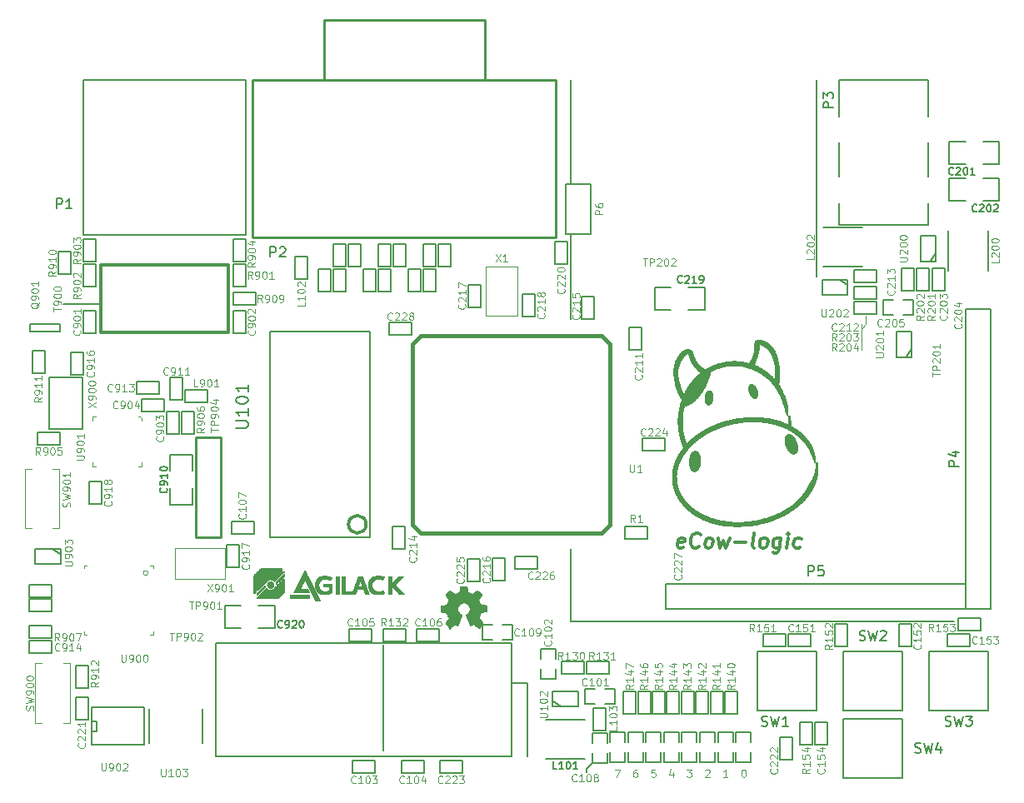
<source format=gto>
G04 (created by PCBNEW (2013-mar-13)-stable) date Fri 15 Jan 2016 11:02:54 AM CET*
%MOIN*%
G04 Gerber Fmt 3.4, Leading zero omitted, Abs format*
%FSLAX34Y34*%
G01*
G70*
G90*
G04 APERTURE LIST*
%ADD10C,0.005906*%
%ADD11C,0.006000*%
%ADD12C,0.011811*%
%ADD13C,0.004000*%
%ADD14C,0.007874*%
%ADD15C,0.010000*%
%ADD16C,0.015000*%
%ADD17C,0.012000*%
%ADD18C,0.005000*%
%ADD19C,0.003000*%
%ADD20C,0.008000*%
%ADD21C,0.001100*%
%ADD22C,0.006300*%
G04 APERTURE END LIST*
G54D10*
G54D11*
X61417Y-29250D02*
X61417Y-25840D01*
G54D12*
X65942Y-38369D02*
X65882Y-38397D01*
X65770Y-38397D01*
X65717Y-38369D01*
X65696Y-38312D01*
X65724Y-38087D01*
X65759Y-38031D01*
X65819Y-38003D01*
X65932Y-38003D01*
X65984Y-38031D01*
X66005Y-38087D01*
X65998Y-38144D01*
X65710Y-38200D01*
X66564Y-38340D02*
X66533Y-38369D01*
X66445Y-38397D01*
X66389Y-38397D01*
X66308Y-38369D01*
X66258Y-38312D01*
X66237Y-38256D01*
X66223Y-38144D01*
X66234Y-38059D01*
X66276Y-37947D01*
X66311Y-37890D01*
X66374Y-37834D01*
X66462Y-37806D01*
X66519Y-37806D01*
X66599Y-37834D01*
X66624Y-37862D01*
X66895Y-38397D02*
X66842Y-38369D01*
X66817Y-38340D01*
X66796Y-38284D01*
X66817Y-38115D01*
X66853Y-38059D01*
X66884Y-38031D01*
X66944Y-38003D01*
X67028Y-38003D01*
X67081Y-38031D01*
X67106Y-38059D01*
X67127Y-38115D01*
X67106Y-38284D01*
X67070Y-38340D01*
X67039Y-38369D01*
X66979Y-38397D01*
X66895Y-38397D01*
X67338Y-38003D02*
X67401Y-38397D01*
X67549Y-38115D01*
X67626Y-38397D01*
X67788Y-38003D01*
X67991Y-38172D02*
X68441Y-38172D01*
X68779Y-38397D02*
X68726Y-38369D01*
X68705Y-38312D01*
X68768Y-37806D01*
X69088Y-38397D02*
X69035Y-38369D01*
X69011Y-38340D01*
X68990Y-38284D01*
X69011Y-38115D01*
X69046Y-38059D01*
X69078Y-38031D01*
X69137Y-38003D01*
X69222Y-38003D01*
X69274Y-38031D01*
X69299Y-38059D01*
X69320Y-38115D01*
X69299Y-38284D01*
X69264Y-38340D01*
X69232Y-38369D01*
X69173Y-38397D01*
X69088Y-38397D01*
X69840Y-38003D02*
X69781Y-38481D01*
X69746Y-38537D01*
X69714Y-38565D01*
X69654Y-38594D01*
X69570Y-38594D01*
X69517Y-38565D01*
X69795Y-38369D02*
X69735Y-38397D01*
X69622Y-38397D01*
X69570Y-38369D01*
X69545Y-38340D01*
X69524Y-38284D01*
X69545Y-38115D01*
X69580Y-38059D01*
X69612Y-38031D01*
X69672Y-38003D01*
X69784Y-38003D01*
X69837Y-38031D01*
X70072Y-38397D02*
X70122Y-38003D01*
X70146Y-37806D02*
X70115Y-37834D01*
X70139Y-37862D01*
X70171Y-37834D01*
X70146Y-37806D01*
X70139Y-37862D01*
X70610Y-38369D02*
X70550Y-38397D01*
X70438Y-38397D01*
X70385Y-38369D01*
X70361Y-38340D01*
X70340Y-38284D01*
X70361Y-38115D01*
X70396Y-38059D01*
X70427Y-38031D01*
X70487Y-38003D01*
X70600Y-38003D01*
X70652Y-38031D01*
G54D11*
X62070Y-47230D02*
X62070Y-47370D01*
X62305Y-46995D02*
X62070Y-47230D01*
G54D13*
X73230Y-29460D02*
X73050Y-29640D01*
X73230Y-29110D02*
X73230Y-29460D01*
X73050Y-29430D02*
X73050Y-30490D01*
X63200Y-47265D02*
X63400Y-47265D01*
X63271Y-47565D01*
X64077Y-47265D02*
X64020Y-47265D01*
X63991Y-47280D01*
X63977Y-47294D01*
X63948Y-47337D01*
X63934Y-47394D01*
X63934Y-47508D01*
X63948Y-47537D01*
X63962Y-47551D01*
X63991Y-47565D01*
X64048Y-47565D01*
X64077Y-47551D01*
X64091Y-47537D01*
X64105Y-47508D01*
X64105Y-47437D01*
X64091Y-47408D01*
X64077Y-47394D01*
X64048Y-47380D01*
X63991Y-47380D01*
X63962Y-47394D01*
X63948Y-47408D01*
X63934Y-47437D01*
X64811Y-47265D02*
X64668Y-47265D01*
X64654Y-47408D01*
X64668Y-47394D01*
X64697Y-47380D01*
X64768Y-47380D01*
X64797Y-47394D01*
X64811Y-47408D01*
X64825Y-47437D01*
X64825Y-47508D01*
X64811Y-47537D01*
X64797Y-47551D01*
X64768Y-47565D01*
X64697Y-47565D01*
X64668Y-47551D01*
X64654Y-47537D01*
X65517Y-47365D02*
X65517Y-47565D01*
X65445Y-47251D02*
X65374Y-47465D01*
X65560Y-47465D01*
X66080Y-47265D02*
X66265Y-47265D01*
X66165Y-47380D01*
X66208Y-47380D01*
X66237Y-47394D01*
X66251Y-47408D01*
X66265Y-47437D01*
X66265Y-47508D01*
X66251Y-47537D01*
X66237Y-47551D01*
X66208Y-47565D01*
X66122Y-47565D01*
X66094Y-47551D01*
X66080Y-47537D01*
X66814Y-47294D02*
X66828Y-47280D01*
X66857Y-47265D01*
X66928Y-47265D01*
X66957Y-47280D01*
X66971Y-47294D01*
X66985Y-47322D01*
X66985Y-47351D01*
X66971Y-47394D01*
X66800Y-47565D01*
X66985Y-47565D01*
X67705Y-47565D02*
X67534Y-47565D01*
X67620Y-47565D02*
X67620Y-47265D01*
X67591Y-47308D01*
X67562Y-47337D01*
X67534Y-47351D01*
X68335Y-47265D02*
X68364Y-47265D01*
X68392Y-47280D01*
X68407Y-47294D01*
X68421Y-47322D01*
X68435Y-47380D01*
X68435Y-47451D01*
X68421Y-47508D01*
X68407Y-47537D01*
X68392Y-47551D01*
X68364Y-47565D01*
X68335Y-47565D01*
X68307Y-47551D01*
X68292Y-47537D01*
X68278Y-47508D01*
X68264Y-47451D01*
X68264Y-47380D01*
X68278Y-47322D01*
X68292Y-47294D01*
X68307Y-47280D01*
X68335Y-47265D01*
G54D14*
X61417Y-19685D02*
X61417Y-23830D01*
G54D11*
X61417Y-41338D02*
X61417Y-38460D01*
X76771Y-41338D02*
X61417Y-41338D01*
X71259Y-19685D02*
X71259Y-27559D01*
G54D14*
X41140Y-28640D02*
X42620Y-28640D01*
G54D11*
X48421Y-19684D02*
X48421Y-25884D01*
X48421Y-19684D02*
X41925Y-19684D01*
X41925Y-25884D02*
X41925Y-19684D01*
X48421Y-25884D02*
X41925Y-25884D01*
G54D15*
X51560Y-17290D02*
X51560Y-19690D01*
X51560Y-17290D02*
X57990Y-17290D01*
X57990Y-17290D02*
X57990Y-19690D01*
X48710Y-19690D02*
X60840Y-19690D01*
X60840Y-19690D02*
X60840Y-25990D01*
X60840Y-25990D02*
X48710Y-25990D01*
X48710Y-19690D02*
X48710Y-25990D01*
G54D16*
X62995Y-30233D02*
X62680Y-29918D01*
X62680Y-29918D02*
X55430Y-29918D01*
X55430Y-29918D02*
X55115Y-30233D01*
X55115Y-30233D02*
X55115Y-37483D01*
X62995Y-37483D02*
X62995Y-30233D01*
X62680Y-37798D02*
X62995Y-37483D01*
X55430Y-37798D02*
X62680Y-37798D01*
X55115Y-37483D02*
X55430Y-37798D01*
G54D10*
X59685Y-43799D02*
X59055Y-43799D01*
X59685Y-43799D02*
X59685Y-46751D01*
X53933Y-42273D02*
X53933Y-46496D01*
X59055Y-42224D02*
X47244Y-42224D01*
X47244Y-42224D02*
X47244Y-46751D01*
X47244Y-46751D02*
X59055Y-46751D01*
X59055Y-42224D02*
X59055Y-46751D01*
G54D17*
X42623Y-29780D02*
X42623Y-27080D01*
X42623Y-27080D02*
X47723Y-27080D01*
X47723Y-27080D02*
X47723Y-29780D01*
X47723Y-29780D02*
X42623Y-29780D01*
X42623Y-29780D02*
X42633Y-29780D01*
G54D13*
X44720Y-41870D02*
X44720Y-41755D01*
X44720Y-41870D02*
X44605Y-41870D01*
X41960Y-41870D02*
X42075Y-41870D01*
X41960Y-41870D02*
X41960Y-41755D01*
X41960Y-39110D02*
X42075Y-39110D01*
X41960Y-39110D02*
X41960Y-39225D01*
X44520Y-39405D02*
G75*
G03X44520Y-39405I-95J0D01*
G74*
G01*
X44720Y-39110D02*
X44605Y-39110D01*
X44720Y-39110D02*
X44720Y-39225D01*
X44120Y-33150D02*
X44200Y-33150D01*
X44200Y-33150D02*
X44270Y-33220D01*
X44270Y-33220D02*
X44270Y-33300D01*
X44270Y-35130D02*
X44270Y-34980D01*
X44270Y-35130D02*
X44120Y-35130D01*
X42290Y-35130D02*
X42440Y-35130D01*
X42290Y-35130D02*
X42290Y-34980D01*
X42290Y-33150D02*
X42290Y-33300D01*
X42290Y-33150D02*
X42440Y-33150D01*
G54D18*
X42420Y-28910D02*
X42420Y-29810D01*
X42420Y-29810D02*
X41920Y-29810D01*
X41920Y-29810D02*
X41920Y-28910D01*
X41920Y-28910D02*
X42420Y-28910D01*
X48420Y-28910D02*
X48420Y-29810D01*
X48420Y-29810D02*
X47920Y-29810D01*
X47920Y-29810D02*
X47920Y-28910D01*
X47920Y-28910D02*
X48420Y-28910D01*
X51820Y-27230D02*
X51820Y-28130D01*
X51820Y-28130D02*
X51320Y-28130D01*
X51320Y-28130D02*
X51320Y-27230D01*
X51320Y-27230D02*
X51820Y-27230D01*
X51920Y-28130D02*
X51920Y-27230D01*
X51920Y-27230D02*
X52420Y-27230D01*
X52420Y-27230D02*
X52420Y-28130D01*
X52420Y-28130D02*
X51920Y-28130D01*
X51920Y-27130D02*
X51920Y-26230D01*
X51920Y-26230D02*
X52420Y-26230D01*
X52420Y-26230D02*
X52420Y-27130D01*
X52420Y-27130D02*
X51920Y-27130D01*
X52520Y-27130D02*
X52520Y-26230D01*
X52520Y-26230D02*
X53020Y-26230D01*
X53020Y-26230D02*
X53020Y-27130D01*
X53020Y-27130D02*
X52520Y-27130D01*
X53620Y-27230D02*
X53620Y-28130D01*
X53620Y-28130D02*
X53120Y-28130D01*
X53120Y-28130D02*
X53120Y-27230D01*
X53120Y-27230D02*
X53620Y-27230D01*
X53720Y-28130D02*
X53720Y-27230D01*
X53720Y-27230D02*
X54220Y-27230D01*
X54220Y-27230D02*
X54220Y-28130D01*
X54220Y-28130D02*
X53720Y-28130D01*
X53720Y-27130D02*
X53720Y-26230D01*
X53720Y-26230D02*
X54220Y-26230D01*
X54220Y-26230D02*
X54220Y-27130D01*
X54220Y-27130D02*
X53720Y-27130D01*
X54340Y-27130D02*
X54340Y-26230D01*
X54340Y-26230D02*
X54840Y-26230D01*
X54840Y-26230D02*
X54840Y-27130D01*
X54840Y-27130D02*
X54340Y-27130D01*
X55440Y-27230D02*
X55440Y-28130D01*
X55440Y-28130D02*
X54940Y-28130D01*
X54940Y-28130D02*
X54940Y-27230D01*
X54940Y-27230D02*
X55440Y-27230D01*
X55540Y-28130D02*
X55540Y-27230D01*
X55540Y-27230D02*
X56040Y-27230D01*
X56040Y-27230D02*
X56040Y-28130D01*
X56040Y-28130D02*
X55540Y-28130D01*
X55540Y-27130D02*
X55540Y-26230D01*
X55540Y-26230D02*
X56040Y-26230D01*
X56040Y-26230D02*
X56040Y-27130D01*
X56040Y-27130D02*
X55540Y-27130D01*
X56140Y-27130D02*
X56140Y-26230D01*
X56140Y-26230D02*
X56640Y-26230D01*
X56640Y-26230D02*
X56640Y-27130D01*
X56640Y-27130D02*
X56140Y-27130D01*
X48420Y-27050D02*
X48420Y-27950D01*
X48420Y-27950D02*
X47920Y-27950D01*
X47920Y-27950D02*
X47920Y-27050D01*
X47920Y-27050D02*
X48420Y-27050D01*
X41920Y-27950D02*
X41920Y-27050D01*
X41920Y-27050D02*
X42420Y-27050D01*
X42420Y-27050D02*
X42420Y-27950D01*
X42420Y-27950D02*
X41920Y-27950D01*
X41920Y-26950D02*
X41920Y-26050D01*
X41920Y-26050D02*
X42420Y-26050D01*
X42420Y-26050D02*
X42420Y-26950D01*
X42420Y-26950D02*
X41920Y-26950D01*
X48420Y-26050D02*
X48420Y-26950D01*
X48420Y-26950D02*
X47920Y-26950D01*
X47920Y-26950D02*
X47920Y-26050D01*
X47920Y-26050D02*
X48420Y-26050D01*
X45280Y-33860D02*
X45280Y-32960D01*
X45280Y-32960D02*
X45780Y-32960D01*
X45780Y-32960D02*
X45780Y-33860D01*
X45780Y-33860D02*
X45280Y-33860D01*
X44280Y-32440D02*
X45180Y-32440D01*
X45180Y-32440D02*
X45180Y-32940D01*
X45180Y-32940D02*
X44280Y-32940D01*
X44280Y-32940D02*
X44280Y-32440D01*
X46910Y-32590D02*
X46010Y-32590D01*
X46010Y-32590D02*
X46010Y-32090D01*
X46010Y-32090D02*
X46910Y-32090D01*
X46910Y-32090D02*
X46910Y-32590D01*
X41000Y-34280D02*
X40100Y-34280D01*
X40100Y-34280D02*
X40100Y-33780D01*
X40100Y-33780D02*
X41000Y-33780D01*
X41000Y-33780D02*
X41000Y-34280D01*
X46380Y-32960D02*
X46380Y-33860D01*
X46380Y-33860D02*
X45880Y-33860D01*
X45880Y-33860D02*
X45880Y-32960D01*
X45880Y-32960D02*
X46380Y-32960D01*
X44070Y-31760D02*
X44970Y-31760D01*
X44970Y-31760D02*
X44970Y-32260D01*
X44970Y-32260D02*
X44070Y-32260D01*
X44070Y-32260D02*
X44070Y-31760D01*
X45410Y-32490D02*
X45410Y-31590D01*
X45410Y-31590D02*
X45910Y-31590D01*
X45910Y-31590D02*
X45910Y-32490D01*
X45910Y-32490D02*
X45410Y-32490D01*
G54D11*
X41890Y-31590D02*
X41890Y-33630D01*
X41890Y-33630D02*
X40570Y-33630D01*
X40570Y-33630D02*
X40570Y-31590D01*
X40570Y-31590D02*
X41890Y-31590D01*
X53410Y-37982D02*
X49410Y-37982D01*
X49410Y-37982D02*
X49410Y-29734D01*
X49410Y-29734D02*
X53410Y-29734D01*
G54D17*
X53247Y-37458D02*
G75*
G03X53247Y-37458I-353J0D01*
G74*
G01*
G54D11*
X53410Y-29734D02*
X53410Y-37982D01*
G54D18*
X53610Y-47410D02*
X52710Y-47410D01*
X52710Y-47410D02*
X52710Y-46910D01*
X52710Y-46910D02*
X53610Y-46910D01*
X53610Y-46910D02*
X53610Y-47410D01*
X54650Y-46910D02*
X55550Y-46910D01*
X55550Y-46910D02*
X55550Y-47410D01*
X55550Y-47410D02*
X54650Y-47410D01*
X54650Y-47410D02*
X54650Y-46910D01*
X53480Y-42140D02*
X52580Y-42140D01*
X52580Y-42140D02*
X52580Y-41640D01*
X52580Y-41640D02*
X53480Y-41640D01*
X53480Y-41640D02*
X53480Y-42140D01*
X61070Y-42960D02*
X61970Y-42960D01*
X61970Y-42960D02*
X61970Y-43460D01*
X61970Y-43460D02*
X61070Y-43460D01*
X61070Y-43460D02*
X61070Y-42960D01*
X62070Y-42960D02*
X62970Y-42960D01*
X62970Y-42960D02*
X62970Y-43460D01*
X62970Y-43460D02*
X62070Y-43460D01*
X62070Y-43460D02*
X62070Y-42960D01*
X54830Y-42140D02*
X53930Y-42140D01*
X53930Y-42140D02*
X53930Y-41640D01*
X53930Y-41640D02*
X54830Y-41640D01*
X54830Y-41640D02*
X54830Y-42140D01*
X61020Y-44740D02*
X60720Y-44540D01*
X61720Y-44740D02*
X60695Y-44740D01*
X60695Y-44740D02*
X60695Y-44140D01*
X60695Y-44140D02*
X61720Y-44140D01*
X61720Y-44140D02*
X61720Y-44740D01*
G54D10*
X62002Y-45267D02*
X60427Y-45267D01*
X62002Y-46842D02*
X60427Y-46842D01*
G54D18*
X42260Y-46230D02*
X42260Y-46280D01*
X42260Y-46280D02*
X44360Y-46280D01*
X44360Y-44780D02*
X42260Y-44780D01*
X42260Y-44780D02*
X42260Y-46230D01*
X42260Y-45330D02*
X42460Y-45330D01*
X42460Y-45330D02*
X42460Y-45730D01*
X42460Y-45730D02*
X42260Y-45730D01*
X44360Y-44780D02*
X44360Y-46280D01*
X64510Y-38030D02*
X63610Y-38030D01*
X63610Y-38030D02*
X63610Y-37530D01*
X63610Y-37530D02*
X64510Y-37530D01*
X64510Y-37530D02*
X64510Y-38030D01*
X62400Y-44650D02*
X62000Y-44650D01*
X62000Y-44650D02*
X62000Y-44050D01*
X62000Y-44050D02*
X62400Y-44050D01*
X62800Y-44050D02*
X63200Y-44050D01*
X63200Y-44050D02*
X63200Y-44650D01*
X63200Y-44650D02*
X62800Y-44650D01*
X60225Y-42830D02*
X60225Y-42430D01*
X60225Y-42430D02*
X60825Y-42430D01*
X60825Y-42430D02*
X60825Y-42830D01*
X60825Y-43230D02*
X60825Y-43630D01*
X60825Y-43630D02*
X60225Y-43630D01*
X60225Y-43630D02*
X60225Y-43230D01*
X56180Y-42140D02*
X55280Y-42140D01*
X55280Y-42140D02*
X55280Y-41640D01*
X55280Y-41640D02*
X56180Y-41640D01*
X56180Y-41640D02*
X56180Y-42140D01*
X40680Y-42610D02*
X39780Y-42610D01*
X39780Y-42610D02*
X39780Y-42110D01*
X39780Y-42110D02*
X40680Y-42110D01*
X40680Y-42110D02*
X40680Y-42610D01*
X39780Y-41510D02*
X40680Y-41510D01*
X40680Y-41510D02*
X40680Y-42010D01*
X40680Y-42010D02*
X39780Y-42010D01*
X39780Y-42010D02*
X39780Y-41510D01*
G54D19*
X41390Y-45395D02*
X41130Y-45395D01*
X41390Y-45395D02*
X41390Y-43025D01*
X41390Y-43025D02*
X41130Y-43025D01*
X40010Y-45395D02*
X40270Y-45395D01*
X40010Y-45395D02*
X40010Y-43025D01*
X40010Y-43025D02*
X40270Y-43025D01*
G54D20*
X44577Y-44842D02*
X44577Y-46218D01*
X46702Y-46218D02*
X46702Y-44842D01*
G54D18*
X46310Y-34670D02*
X45410Y-34670D01*
X45410Y-34670D02*
X45410Y-35320D01*
X46310Y-36020D02*
X46310Y-36670D01*
X46310Y-36670D02*
X45410Y-36670D01*
X45410Y-36670D02*
X45410Y-36020D01*
X46310Y-35320D02*
X46310Y-34670D01*
X40680Y-40370D02*
X39780Y-40370D01*
X39780Y-40370D02*
X39780Y-39870D01*
X39780Y-39870D02*
X40680Y-39870D01*
X40680Y-39870D02*
X40680Y-40370D01*
G54D19*
X39590Y-35232D02*
X39850Y-35232D01*
X39590Y-35232D02*
X39590Y-37602D01*
X39590Y-37602D02*
X39850Y-37602D01*
X40970Y-35232D02*
X40710Y-35232D01*
X40970Y-35232D02*
X40970Y-37602D01*
X40970Y-37602D02*
X40710Y-37602D01*
G54D10*
X75721Y-22186D02*
X75721Y-23556D01*
X72178Y-22186D02*
X72178Y-23556D01*
X75721Y-25478D02*
X75721Y-24606D01*
X72178Y-25478D02*
X72178Y-24606D01*
X72178Y-25478D02*
X75721Y-25478D01*
X72178Y-19691D02*
X72178Y-21136D01*
X75721Y-19691D02*
X75721Y-21136D01*
X72178Y-19691D02*
X75721Y-19691D01*
G54D18*
X68040Y-46190D02*
X68040Y-45790D01*
X68040Y-45790D02*
X68640Y-45790D01*
X68640Y-45790D02*
X68640Y-46190D01*
X68640Y-46590D02*
X68640Y-46990D01*
X68640Y-46990D02*
X68040Y-46990D01*
X68040Y-46990D02*
X68040Y-46590D01*
X68100Y-44160D02*
X68100Y-45060D01*
X68100Y-45060D02*
X67600Y-45060D01*
X67600Y-45060D02*
X67600Y-44160D01*
X67600Y-44160D02*
X68100Y-44160D01*
X63000Y-46190D02*
X63000Y-45790D01*
X63000Y-45790D02*
X63600Y-45790D01*
X63600Y-45790D02*
X63600Y-46190D01*
X63600Y-46590D02*
X63600Y-46990D01*
X63600Y-46990D02*
X63000Y-46990D01*
X63000Y-46990D02*
X63000Y-46590D01*
X64040Y-44160D02*
X64040Y-45060D01*
X64040Y-45060D02*
X63540Y-45060D01*
X63540Y-45060D02*
X63540Y-44160D01*
X63540Y-44160D02*
X64040Y-44160D01*
X67520Y-44160D02*
X67520Y-45060D01*
X67520Y-45060D02*
X67020Y-45060D01*
X67020Y-45060D02*
X67020Y-44160D01*
X67020Y-44160D02*
X67520Y-44160D01*
X66940Y-44160D02*
X66940Y-45060D01*
X66940Y-45060D02*
X66440Y-45060D01*
X66440Y-45060D02*
X66440Y-44160D01*
X66440Y-44160D02*
X66940Y-44160D01*
X66360Y-44160D02*
X66360Y-45060D01*
X66360Y-45060D02*
X65860Y-45060D01*
X65860Y-45060D02*
X65860Y-44160D01*
X65860Y-44160D02*
X66360Y-44160D01*
X65780Y-44160D02*
X65780Y-45060D01*
X65780Y-45060D02*
X65280Y-45060D01*
X65280Y-45060D02*
X65280Y-44160D01*
X65280Y-44160D02*
X65780Y-44160D01*
X65200Y-44160D02*
X65200Y-45060D01*
X65200Y-45060D02*
X64700Y-45060D01*
X64700Y-45060D02*
X64700Y-44160D01*
X64700Y-44160D02*
X65200Y-44160D01*
X64620Y-44160D02*
X64620Y-45060D01*
X64620Y-45060D02*
X64120Y-45060D01*
X64120Y-45060D02*
X64120Y-44160D01*
X64120Y-44160D02*
X64620Y-44160D01*
X67320Y-46190D02*
X67320Y-45790D01*
X67320Y-45790D02*
X67920Y-45790D01*
X67920Y-45790D02*
X67920Y-46190D01*
X67920Y-46590D02*
X67920Y-46990D01*
X67920Y-46990D02*
X67320Y-46990D01*
X67320Y-46990D02*
X67320Y-46590D01*
X66600Y-46190D02*
X66600Y-45790D01*
X66600Y-45790D02*
X67200Y-45790D01*
X67200Y-45790D02*
X67200Y-46190D01*
X67200Y-46590D02*
X67200Y-46990D01*
X67200Y-46990D02*
X66600Y-46990D01*
X66600Y-46990D02*
X66600Y-46590D01*
X65880Y-46190D02*
X65880Y-45790D01*
X65880Y-45790D02*
X66480Y-45790D01*
X66480Y-45790D02*
X66480Y-46190D01*
X66480Y-46590D02*
X66480Y-46990D01*
X66480Y-46990D02*
X65880Y-46990D01*
X65880Y-46990D02*
X65880Y-46590D01*
X65160Y-46190D02*
X65160Y-45790D01*
X65160Y-45790D02*
X65760Y-45790D01*
X65760Y-45790D02*
X65760Y-46190D01*
X65760Y-46590D02*
X65760Y-46990D01*
X65760Y-46990D02*
X65160Y-46990D01*
X65160Y-46990D02*
X65160Y-46590D01*
X64440Y-46190D02*
X64440Y-45790D01*
X64440Y-45790D02*
X65040Y-45790D01*
X65040Y-45790D02*
X65040Y-46190D01*
X65040Y-46590D02*
X65040Y-46990D01*
X65040Y-46990D02*
X64440Y-46990D01*
X64440Y-46990D02*
X64440Y-46590D01*
X63720Y-46190D02*
X63720Y-45790D01*
X63720Y-45790D02*
X64320Y-45790D01*
X64320Y-45790D02*
X64320Y-46190D01*
X64320Y-46590D02*
X64320Y-46990D01*
X64320Y-46990D02*
X63720Y-46990D01*
X63720Y-46990D02*
X63720Y-46590D01*
X76570Y-22150D02*
X76570Y-23050D01*
X76570Y-23050D02*
X77220Y-23050D01*
X77920Y-22150D02*
X78570Y-22150D01*
X78570Y-22150D02*
X78570Y-23050D01*
X78570Y-23050D02*
X77920Y-23050D01*
X77220Y-22150D02*
X76570Y-22150D01*
X76570Y-23620D02*
X76570Y-24520D01*
X76570Y-24520D02*
X77220Y-24520D01*
X77920Y-23620D02*
X78570Y-23620D01*
X78570Y-23620D02*
X78570Y-24520D01*
X78570Y-24520D02*
X77920Y-24520D01*
X77220Y-23620D02*
X76570Y-23620D01*
X75890Y-28120D02*
X75890Y-27220D01*
X75890Y-27220D02*
X76390Y-27220D01*
X76390Y-27220D02*
X76390Y-28120D01*
X76390Y-28120D02*
X75890Y-28120D01*
G54D10*
X76542Y-25722D02*
X76542Y-27297D01*
X78117Y-25722D02*
X78117Y-27297D01*
G54D18*
X75270Y-28120D02*
X75270Y-27220D01*
X75270Y-27220D02*
X75770Y-27220D01*
X75770Y-27220D02*
X75770Y-28120D01*
X75770Y-28120D02*
X75270Y-28120D01*
X75170Y-27220D02*
X75170Y-28120D01*
X75170Y-28120D02*
X74670Y-28120D01*
X74670Y-28120D02*
X74670Y-27220D01*
X74670Y-27220D02*
X75170Y-27220D01*
X76020Y-26620D02*
X75820Y-26920D01*
X76020Y-25920D02*
X76020Y-26945D01*
X76020Y-26945D02*
X75420Y-26945D01*
X75420Y-26945D02*
X75420Y-25920D01*
X75420Y-25920D02*
X76020Y-25920D01*
G54D13*
X47590Y-39660D02*
X45610Y-39660D01*
X45610Y-39660D02*
X45610Y-38400D01*
X45610Y-38400D02*
X47590Y-38400D01*
X47590Y-38400D02*
X47590Y-39660D01*
G54D18*
X41440Y-31480D02*
X41440Y-30580D01*
X41440Y-30580D02*
X41940Y-30580D01*
X41940Y-30580D02*
X41940Y-31480D01*
X41940Y-31480D02*
X41440Y-31480D01*
X47660Y-39180D02*
X47660Y-38280D01*
X47660Y-38280D02*
X48160Y-38280D01*
X48160Y-38280D02*
X48160Y-39180D01*
X48160Y-39180D02*
X47660Y-39180D01*
X42650Y-35750D02*
X42650Y-36650D01*
X42650Y-36650D02*
X42150Y-36650D01*
X42150Y-36650D02*
X42150Y-35750D01*
X42150Y-35750D02*
X42650Y-35750D01*
X47590Y-40710D02*
X47590Y-41610D01*
X47590Y-41610D02*
X48240Y-41610D01*
X48940Y-40710D02*
X49590Y-40710D01*
X49590Y-40710D02*
X49590Y-41610D01*
X49590Y-41610D02*
X48940Y-41610D01*
X48240Y-40710D02*
X47590Y-40710D01*
X48820Y-28680D02*
X47920Y-28680D01*
X47920Y-28680D02*
X47920Y-28180D01*
X47920Y-28180D02*
X48820Y-28180D01*
X48820Y-28180D02*
X48820Y-28680D01*
X40930Y-27450D02*
X40930Y-26550D01*
X40930Y-26550D02*
X41430Y-26550D01*
X41430Y-26550D02*
X41430Y-27450D01*
X41430Y-27450D02*
X40930Y-27450D01*
X40990Y-29740D02*
X39790Y-29740D01*
X39790Y-29740D02*
X39790Y-29440D01*
X39790Y-29440D02*
X40990Y-29440D01*
X40990Y-29440D02*
X40990Y-29740D01*
X39890Y-31420D02*
X39890Y-30520D01*
X39890Y-30520D02*
X40390Y-30520D01*
X40390Y-30520D02*
X40390Y-31420D01*
X40390Y-31420D02*
X39890Y-31420D01*
X42130Y-43100D02*
X42130Y-44000D01*
X42130Y-44000D02*
X41630Y-44000D01*
X41630Y-44000D02*
X41630Y-43100D01*
X41630Y-43100D02*
X42130Y-43100D01*
G54D15*
X46420Y-37980D02*
X46420Y-33980D01*
X47420Y-37980D02*
X47420Y-33980D01*
X47420Y-33980D02*
X46420Y-33980D01*
X46420Y-37980D02*
X47420Y-37980D01*
G54D18*
X75080Y-30450D02*
X74880Y-30750D01*
X75080Y-29750D02*
X75080Y-30775D01*
X75080Y-30775D02*
X74480Y-30775D01*
X74480Y-30775D02*
X74480Y-29750D01*
X74480Y-29750D02*
X75080Y-29750D01*
X63760Y-30490D02*
X63760Y-29590D01*
X63760Y-29590D02*
X64260Y-29590D01*
X64260Y-29590D02*
X64260Y-30490D01*
X64260Y-30490D02*
X63760Y-30490D01*
G54D10*
X71532Y-27157D02*
X73107Y-27157D01*
X71532Y-25582D02*
X73107Y-25582D01*
G54D18*
X72190Y-27690D02*
X72490Y-27890D01*
X71490Y-27690D02*
X72515Y-27690D01*
X72515Y-27690D02*
X72515Y-28290D01*
X72515Y-28290D02*
X71490Y-28290D01*
X71490Y-28290D02*
X71490Y-27690D01*
X72780Y-27270D02*
X73680Y-27270D01*
X73680Y-27270D02*
X73680Y-27770D01*
X73680Y-27770D02*
X72780Y-27770D01*
X72780Y-27770D02*
X72780Y-27270D01*
X73680Y-28440D02*
X72780Y-28440D01*
X72780Y-28440D02*
X72780Y-27940D01*
X72780Y-27940D02*
X73680Y-27940D01*
X73680Y-27940D02*
X73680Y-28440D01*
X72780Y-28540D02*
X73680Y-28540D01*
X73680Y-28540D02*
X73680Y-29040D01*
X73680Y-29040D02*
X72780Y-29040D01*
X72780Y-29040D02*
X72780Y-28540D01*
X54810Y-37560D02*
X54810Y-38460D01*
X54810Y-38460D02*
X54310Y-38460D01*
X54310Y-38460D02*
X54310Y-37560D01*
X54310Y-37560D02*
X54810Y-37560D01*
X48750Y-37860D02*
X47850Y-37860D01*
X47850Y-37860D02*
X47850Y-37360D01*
X47850Y-37360D02*
X48750Y-37360D01*
X48750Y-37360D02*
X48750Y-37860D01*
X57340Y-28770D02*
X57340Y-27870D01*
X57340Y-27870D02*
X57840Y-27870D01*
X57840Y-27870D02*
X57840Y-28770D01*
X57840Y-28770D02*
X57340Y-28770D01*
X59490Y-29140D02*
X59490Y-28240D01*
X59490Y-28240D02*
X59990Y-28240D01*
X59990Y-28240D02*
X59990Y-29140D01*
X59990Y-29140D02*
X59490Y-29140D01*
X61860Y-29250D02*
X61860Y-28350D01*
X61860Y-28350D02*
X62360Y-28350D01*
X62360Y-28350D02*
X62360Y-29250D01*
X62360Y-29250D02*
X61860Y-29250D01*
X58800Y-38820D02*
X58800Y-39720D01*
X58800Y-39720D02*
X58300Y-39720D01*
X58300Y-39720D02*
X58300Y-38820D01*
X58300Y-38820D02*
X58800Y-38820D01*
G54D13*
X59290Y-27140D02*
X59290Y-29120D01*
X59290Y-29120D02*
X58030Y-29120D01*
X58030Y-29120D02*
X58030Y-27140D01*
X58030Y-27140D02*
X59290Y-27140D01*
G54D18*
X64790Y-27990D02*
X64790Y-28890D01*
X64790Y-28890D02*
X65440Y-28890D01*
X66140Y-27990D02*
X66790Y-27990D01*
X66790Y-27990D02*
X66790Y-28890D01*
X66790Y-28890D02*
X66140Y-28890D01*
X65440Y-27990D02*
X64790Y-27990D01*
X60800Y-27040D02*
X60800Y-26140D01*
X60800Y-26140D02*
X61300Y-26140D01*
X61300Y-26140D02*
X61300Y-27040D01*
X61300Y-27040D02*
X60800Y-27040D01*
X50410Y-27630D02*
X50410Y-26730D01*
X50410Y-26730D02*
X50910Y-26730D01*
X50910Y-26730D02*
X50910Y-27630D01*
X50910Y-27630D02*
X50410Y-27630D01*
G54D21*
X57080Y-39930D02*
X57180Y-39930D01*
X57020Y-39940D02*
X57270Y-39940D01*
X57020Y-39950D02*
X57270Y-39950D01*
X57010Y-39960D02*
X57280Y-39960D01*
X57010Y-39970D02*
X57280Y-39970D01*
X57010Y-39980D02*
X57280Y-39980D01*
X57010Y-39990D02*
X57280Y-39990D01*
X57010Y-40000D02*
X57280Y-40000D01*
X57010Y-40010D02*
X57280Y-40010D01*
X57000Y-40020D02*
X57290Y-40020D01*
X57000Y-40030D02*
X57290Y-40030D01*
X57000Y-40040D02*
X57290Y-40040D01*
X57000Y-40050D02*
X57290Y-40050D01*
X57000Y-40060D02*
X57290Y-40060D01*
X56990Y-40070D02*
X57290Y-40070D01*
X56990Y-40080D02*
X57300Y-40080D01*
X56990Y-40090D02*
X57300Y-40090D01*
X56990Y-40100D02*
X57300Y-40100D01*
X56990Y-40110D02*
X57300Y-40110D01*
X56580Y-40120D02*
X56610Y-40120D01*
X56990Y-40120D02*
X57300Y-40120D01*
X57670Y-40120D02*
X57710Y-40120D01*
X56570Y-40130D02*
X56620Y-40130D01*
X56980Y-40130D02*
X57300Y-40130D01*
X57650Y-40130D02*
X57720Y-40130D01*
X56560Y-40140D02*
X56640Y-40140D01*
X56980Y-40140D02*
X57300Y-40140D01*
X57640Y-40140D02*
X57730Y-40140D01*
X56540Y-40150D02*
X56650Y-40150D01*
X56980Y-40150D02*
X57310Y-40150D01*
X57620Y-40150D02*
X57750Y-40150D01*
X56530Y-40160D02*
X56670Y-40160D01*
X56980Y-40160D02*
X57310Y-40160D01*
X57610Y-40160D02*
X57760Y-40160D01*
X56520Y-40170D02*
X56680Y-40170D01*
X56980Y-40170D02*
X57310Y-40170D01*
X57590Y-40170D02*
X57770Y-40170D01*
X56510Y-40180D02*
X56690Y-40180D01*
X56970Y-40180D02*
X57310Y-40180D01*
X57580Y-40180D02*
X57780Y-40180D01*
X56500Y-40190D02*
X56710Y-40190D01*
X56940Y-40190D02*
X57350Y-40190D01*
X57560Y-40190D02*
X57790Y-40190D01*
X56490Y-40200D02*
X56720Y-40200D01*
X56910Y-40200D02*
X57380Y-40200D01*
X57550Y-40200D02*
X57800Y-40200D01*
X56480Y-40210D02*
X56740Y-40210D01*
X56880Y-40210D02*
X57400Y-40210D01*
X57530Y-40210D02*
X57810Y-40210D01*
X56470Y-40220D02*
X56750Y-40220D01*
X56860Y-40220D02*
X57430Y-40220D01*
X57520Y-40220D02*
X57820Y-40220D01*
X56460Y-40230D02*
X56760Y-40230D01*
X56840Y-40230D02*
X57450Y-40230D01*
X57510Y-40230D02*
X57830Y-40230D01*
X56450Y-40240D02*
X56780Y-40240D01*
X56820Y-40240D02*
X57470Y-40240D01*
X57490Y-40240D02*
X57840Y-40240D01*
X56440Y-40250D02*
X56790Y-40250D01*
X56800Y-40250D02*
X57850Y-40250D01*
X56430Y-40260D02*
X57850Y-40260D01*
X56430Y-40270D02*
X57860Y-40270D01*
X56420Y-40280D02*
X57860Y-40280D01*
X56420Y-40290D02*
X57860Y-40290D01*
X56430Y-40300D02*
X57860Y-40300D01*
X56430Y-40310D02*
X57850Y-40310D01*
X56440Y-40320D02*
X57850Y-40320D01*
X56450Y-40330D02*
X57840Y-40330D01*
X56450Y-40340D02*
X57830Y-40340D01*
X56460Y-40350D02*
X57820Y-40350D01*
X56470Y-40360D02*
X57820Y-40360D01*
X56480Y-40370D02*
X57810Y-40370D01*
X56480Y-40380D02*
X57800Y-40380D01*
X56490Y-40390D02*
X57800Y-40390D01*
X56500Y-40400D02*
X57790Y-40400D01*
X56500Y-40410D02*
X57780Y-40410D01*
X56510Y-40420D02*
X57770Y-40420D01*
X56520Y-40430D02*
X57770Y-40430D01*
X56520Y-40440D02*
X57760Y-40440D01*
X56530Y-40450D02*
X57750Y-40450D01*
X56540Y-40460D02*
X57740Y-40460D01*
X56540Y-40470D02*
X57740Y-40470D01*
X56550Y-40480D02*
X57730Y-40480D01*
X56550Y-40490D02*
X57730Y-40490D01*
X56550Y-40500D02*
X57740Y-40500D01*
X56540Y-40510D02*
X57750Y-40510D01*
X56540Y-40520D02*
X57750Y-40520D01*
X56530Y-40530D02*
X57760Y-40530D01*
X56530Y-40540D02*
X57760Y-40540D01*
X56520Y-40550D02*
X57770Y-40550D01*
X56520Y-40560D02*
X57770Y-40560D01*
X56510Y-40570D02*
X57780Y-40570D01*
X56510Y-40580D02*
X57780Y-40580D01*
X56500Y-40590D02*
X57780Y-40590D01*
X56500Y-40600D02*
X57100Y-40600D01*
X57190Y-40600D02*
X57790Y-40600D01*
X56500Y-40610D02*
X57070Y-40610D01*
X57220Y-40610D02*
X57790Y-40610D01*
X56490Y-40620D02*
X57040Y-40620D01*
X57250Y-40620D02*
X57800Y-40620D01*
X56490Y-40630D02*
X57020Y-40630D01*
X57270Y-40630D02*
X57800Y-40630D01*
X56490Y-40640D02*
X57010Y-40640D01*
X57280Y-40640D02*
X57800Y-40640D01*
X56480Y-40650D02*
X56990Y-40650D01*
X57300Y-40650D02*
X57810Y-40650D01*
X56480Y-40660D02*
X56980Y-40660D01*
X57310Y-40660D02*
X57840Y-40660D01*
X56480Y-40670D02*
X56970Y-40670D01*
X57320Y-40670D02*
X57900Y-40670D01*
X56470Y-40680D02*
X56960Y-40680D01*
X57330Y-40680D02*
X57950Y-40680D01*
X56410Y-40690D02*
X56950Y-40690D01*
X57340Y-40690D02*
X58010Y-40690D01*
X56350Y-40700D02*
X56950Y-40700D01*
X57340Y-40700D02*
X58050Y-40700D01*
X56290Y-40710D02*
X56940Y-40710D01*
X57350Y-40710D02*
X58050Y-40710D01*
X56240Y-40720D02*
X56930Y-40720D01*
X57360Y-40720D02*
X58060Y-40720D01*
X56230Y-40730D02*
X56930Y-40730D01*
X57360Y-40730D02*
X58060Y-40730D01*
X56230Y-40740D02*
X56920Y-40740D01*
X57370Y-40740D02*
X58060Y-40740D01*
X56230Y-40750D02*
X56920Y-40750D01*
X57370Y-40750D02*
X58060Y-40750D01*
X56230Y-40760D02*
X56910Y-40760D01*
X57380Y-40760D02*
X58060Y-40760D01*
X56230Y-40770D02*
X56910Y-40770D01*
X57380Y-40770D02*
X58060Y-40770D01*
X56230Y-40780D02*
X56910Y-40780D01*
X57380Y-40780D02*
X58060Y-40780D01*
X56230Y-40790D02*
X56910Y-40790D01*
X57390Y-40790D02*
X58060Y-40790D01*
X56230Y-40800D02*
X56900Y-40800D01*
X57390Y-40800D02*
X58060Y-40800D01*
X56230Y-40810D02*
X56900Y-40810D01*
X57390Y-40810D02*
X58070Y-40810D01*
X56220Y-40820D02*
X56900Y-40820D01*
X57390Y-40820D02*
X58070Y-40820D01*
X56220Y-40830D02*
X56900Y-40830D01*
X57390Y-40830D02*
X58070Y-40830D01*
X56220Y-40840D02*
X56900Y-40840D01*
X57390Y-40840D02*
X58070Y-40840D01*
X56220Y-40850D02*
X56900Y-40850D01*
X57390Y-40850D02*
X58070Y-40850D01*
X56220Y-40860D02*
X56900Y-40860D01*
X57390Y-40860D02*
X58070Y-40860D01*
X56220Y-40870D02*
X56900Y-40870D01*
X57390Y-40870D02*
X58070Y-40870D01*
X56220Y-40880D02*
X56900Y-40880D01*
X57390Y-40880D02*
X58070Y-40880D01*
X56220Y-40890D02*
X56900Y-40890D01*
X57390Y-40890D02*
X58070Y-40890D01*
X56220Y-40900D02*
X56910Y-40900D01*
X57390Y-40900D02*
X58070Y-40900D01*
X56230Y-40910D02*
X56910Y-40910D01*
X57380Y-40910D02*
X58070Y-40910D01*
X56230Y-40920D02*
X56910Y-40920D01*
X57380Y-40920D02*
X58060Y-40920D01*
X56230Y-40930D02*
X56920Y-40930D01*
X57380Y-40930D02*
X58060Y-40930D01*
X56230Y-40940D02*
X56920Y-40940D01*
X57370Y-40940D02*
X58060Y-40940D01*
X56230Y-40950D02*
X56920Y-40950D01*
X57370Y-40950D02*
X58050Y-40950D01*
X56230Y-40960D02*
X56930Y-40960D01*
X57360Y-40960D02*
X57990Y-40960D01*
X56270Y-40970D02*
X56940Y-40970D01*
X57360Y-40970D02*
X57930Y-40970D01*
X56320Y-40980D02*
X56940Y-40980D01*
X57350Y-40980D02*
X57860Y-40980D01*
X56380Y-40990D02*
X56950Y-40990D01*
X57340Y-40990D02*
X57820Y-40990D01*
X56430Y-41000D02*
X56960Y-41000D01*
X57330Y-41000D02*
X57820Y-41000D01*
X56470Y-41010D02*
X56970Y-41010D01*
X57330Y-41010D02*
X57820Y-41010D01*
X56480Y-41020D02*
X56970Y-41020D01*
X57320Y-41020D02*
X57810Y-41020D01*
X56480Y-41030D02*
X56990Y-41030D01*
X57300Y-41030D02*
X57810Y-41030D01*
X56480Y-41040D02*
X57000Y-41040D01*
X57290Y-41040D02*
X57810Y-41040D01*
X56480Y-41050D02*
X57010Y-41050D01*
X57280Y-41050D02*
X57810Y-41050D01*
X56490Y-41060D02*
X57030Y-41060D01*
X57260Y-41060D02*
X57800Y-41060D01*
X56490Y-41070D02*
X57050Y-41070D01*
X57240Y-41070D02*
X57800Y-41070D01*
X56490Y-41080D02*
X57060Y-41080D01*
X57240Y-41080D02*
X57800Y-41080D01*
X56500Y-41090D02*
X57060Y-41090D01*
X57240Y-41090D02*
X57790Y-41090D01*
X56500Y-41100D02*
X57060Y-41100D01*
X57240Y-41100D02*
X57790Y-41100D01*
X56500Y-41110D02*
X57050Y-41110D01*
X57250Y-41110D02*
X57780Y-41110D01*
X56510Y-41120D02*
X57050Y-41120D01*
X57250Y-41120D02*
X57780Y-41120D01*
X56510Y-41130D02*
X57050Y-41130D01*
X57250Y-41130D02*
X57780Y-41130D01*
X56520Y-41140D02*
X57040Y-41140D01*
X57260Y-41140D02*
X57770Y-41140D01*
X56520Y-41150D02*
X57040Y-41150D01*
X57260Y-41150D02*
X57770Y-41150D01*
X56530Y-41160D02*
X57030Y-41160D01*
X57270Y-41160D02*
X57760Y-41160D01*
X56530Y-41170D02*
X57030Y-41170D01*
X57270Y-41170D02*
X57760Y-41170D01*
X56540Y-41180D02*
X57030Y-41180D01*
X57270Y-41180D02*
X57750Y-41180D01*
X56540Y-41190D02*
X57020Y-41190D01*
X57280Y-41190D02*
X57760Y-41190D01*
X56550Y-41200D02*
X57020Y-41200D01*
X57280Y-41200D02*
X57760Y-41200D01*
X56550Y-41210D02*
X57020Y-41210D01*
X57290Y-41210D02*
X57770Y-41210D01*
X56550Y-41220D02*
X57010Y-41220D01*
X57290Y-41220D02*
X57780Y-41220D01*
X56550Y-41230D02*
X57010Y-41230D01*
X57290Y-41230D02*
X57790Y-41230D01*
X56540Y-41240D02*
X57010Y-41240D01*
X57300Y-41240D02*
X57790Y-41240D01*
X56530Y-41250D02*
X57000Y-41250D01*
X57300Y-41250D02*
X57800Y-41250D01*
X56520Y-41260D02*
X57000Y-41260D01*
X57300Y-41260D02*
X57810Y-41260D01*
X56520Y-41270D02*
X57000Y-41270D01*
X57310Y-41270D02*
X57810Y-41270D01*
X56510Y-41280D02*
X56990Y-41280D01*
X57310Y-41280D02*
X57820Y-41280D01*
X56500Y-41290D02*
X56990Y-41290D01*
X57320Y-41290D02*
X57830Y-41290D01*
X56490Y-41300D02*
X56990Y-41300D01*
X57320Y-41300D02*
X57830Y-41300D01*
X56490Y-41310D02*
X56980Y-41310D01*
X57320Y-41310D02*
X57840Y-41310D01*
X56480Y-41320D02*
X56980Y-41320D01*
X57330Y-41320D02*
X57850Y-41320D01*
X56470Y-41330D02*
X56970Y-41330D01*
X57330Y-41330D02*
X57850Y-41330D01*
X56470Y-41340D02*
X56970Y-41340D01*
X57340Y-41340D02*
X57860Y-41340D01*
X56460Y-41350D02*
X56970Y-41350D01*
X57340Y-41350D02*
X57870Y-41350D01*
X56450Y-41360D02*
X56960Y-41360D01*
X57340Y-41360D02*
X57880Y-41360D01*
X56440Y-41370D02*
X56960Y-41370D01*
X57350Y-41370D02*
X57880Y-41370D01*
X56440Y-41380D02*
X56960Y-41380D01*
X57350Y-41380D02*
X57890Y-41380D01*
X56430Y-41390D02*
X56950Y-41390D01*
X57360Y-41390D02*
X57890Y-41390D01*
X56420Y-41400D02*
X56950Y-41400D01*
X57360Y-41400D02*
X57890Y-41400D01*
X56420Y-41410D02*
X56950Y-41410D01*
X57360Y-41410D02*
X57880Y-41410D01*
X56420Y-41420D02*
X56940Y-41420D01*
X57370Y-41420D02*
X57870Y-41420D01*
X56420Y-41430D02*
X56940Y-41430D01*
X57370Y-41430D02*
X57860Y-41430D01*
X56430Y-41440D02*
X56940Y-41440D01*
X57370Y-41440D02*
X57850Y-41440D01*
X56440Y-41450D02*
X56930Y-41450D01*
X57380Y-41450D02*
X57850Y-41450D01*
X56450Y-41460D02*
X56930Y-41460D01*
X57380Y-41460D02*
X57520Y-41460D01*
X57540Y-41460D02*
X57840Y-41460D01*
X56460Y-41470D02*
X56930Y-41470D01*
X57390Y-41470D02*
X57490Y-41470D01*
X57570Y-41470D02*
X57830Y-41470D01*
X56470Y-41480D02*
X56770Y-41480D01*
X56820Y-41480D02*
X56920Y-41480D01*
X57390Y-41480D02*
X57470Y-41480D01*
X57580Y-41480D02*
X57820Y-41480D01*
X56480Y-41490D02*
X56750Y-41490D01*
X56850Y-41490D02*
X56920Y-41490D01*
X57390Y-41490D02*
X57450Y-41490D01*
X57590Y-41490D02*
X57810Y-41490D01*
X56490Y-41500D02*
X56730Y-41500D01*
X56870Y-41500D02*
X56910Y-41500D01*
X57400Y-41500D02*
X57430Y-41500D01*
X57600Y-41500D02*
X57820Y-41500D01*
X56500Y-41510D02*
X56720Y-41510D01*
X56890Y-41510D02*
X56910Y-41510D01*
X57400Y-41510D02*
X57410Y-41510D01*
X57600Y-41510D02*
X57820Y-41510D01*
X56510Y-41520D02*
X56700Y-41520D01*
X57620Y-41520D02*
X57820Y-41520D01*
X56520Y-41530D02*
X56690Y-41530D01*
X57630Y-41530D02*
X57820Y-41530D01*
X56520Y-41540D02*
X56670Y-41540D01*
X57640Y-41540D02*
X57820Y-41540D01*
X56520Y-41550D02*
X56660Y-41550D01*
X57660Y-41550D02*
X57820Y-41550D01*
X56520Y-41560D02*
X56650Y-41560D01*
X57680Y-41560D02*
X57810Y-41560D01*
X56530Y-41570D02*
X56640Y-41570D01*
X57700Y-41570D02*
X57810Y-41570D01*
X56530Y-41580D02*
X56630Y-41580D01*
X57710Y-41580D02*
X57800Y-41580D01*
X56540Y-41590D02*
X56630Y-41590D01*
X57720Y-41590D02*
X57800Y-41590D01*
X56550Y-41600D02*
X56620Y-41600D01*
X57730Y-41600D02*
X57790Y-41600D01*
X56560Y-41610D02*
X56620Y-41610D01*
X57740Y-41610D02*
X57780Y-41610D01*
X56570Y-41620D02*
X56610Y-41620D01*
X57750Y-41620D02*
X57770Y-41620D01*
X56580Y-41630D02*
X56610Y-41630D01*
G54D18*
X70140Y-41850D02*
X71040Y-41850D01*
X71040Y-41850D02*
X71040Y-42350D01*
X71040Y-42350D02*
X70140Y-42350D01*
X70140Y-42350D02*
X70140Y-41850D01*
X74550Y-42360D02*
X74550Y-41460D01*
X74550Y-41460D02*
X75050Y-41460D01*
X75050Y-41460D02*
X75050Y-42360D01*
X75050Y-42360D02*
X74550Y-42360D01*
X76500Y-41850D02*
X77400Y-41850D01*
X77400Y-41850D02*
X77400Y-42350D01*
X77400Y-42350D02*
X76500Y-42350D01*
X76500Y-42350D02*
X76500Y-41850D01*
X71700Y-45380D02*
X71700Y-46280D01*
X71700Y-46280D02*
X71200Y-46280D01*
X71200Y-46280D02*
X71200Y-45380D01*
X71200Y-45380D02*
X71700Y-45380D01*
X69140Y-41850D02*
X70040Y-41850D01*
X70040Y-41850D02*
X70040Y-42350D01*
X70040Y-42350D02*
X69140Y-42350D01*
X69140Y-42350D02*
X69140Y-41850D01*
X72490Y-41460D02*
X72490Y-42360D01*
X72490Y-42360D02*
X71990Y-42360D01*
X71990Y-42360D02*
X71990Y-41460D01*
X71990Y-41460D02*
X72490Y-41460D01*
X77820Y-41700D02*
X76920Y-41700D01*
X76920Y-41700D02*
X76920Y-41200D01*
X76920Y-41200D02*
X77820Y-41200D01*
X77820Y-41200D02*
X77820Y-41700D01*
X70600Y-46280D02*
X70600Y-45380D01*
X70600Y-45380D02*
X71100Y-45380D01*
X71100Y-45380D02*
X71100Y-46280D01*
X71100Y-46280D02*
X70600Y-46280D01*
G54D22*
X71270Y-42540D02*
X71270Y-44900D01*
X71270Y-44900D02*
X68910Y-44900D01*
X68910Y-44900D02*
X68910Y-42540D01*
X68910Y-42540D02*
X71270Y-42540D01*
X74700Y-42540D02*
X74700Y-44900D01*
X74700Y-44900D02*
X72340Y-44900D01*
X72340Y-44900D02*
X72340Y-42540D01*
X72340Y-42540D02*
X74700Y-42540D01*
X78130Y-42540D02*
X78130Y-44900D01*
X78130Y-44900D02*
X75770Y-44900D01*
X75770Y-44900D02*
X75770Y-42540D01*
X75770Y-42540D02*
X78130Y-42540D01*
X74700Y-45240D02*
X74700Y-47600D01*
X74700Y-47600D02*
X72340Y-47600D01*
X72340Y-47600D02*
X72340Y-45240D01*
X72340Y-45240D02*
X74700Y-45240D01*
G54D18*
X74340Y-29090D02*
X73940Y-29090D01*
X73940Y-29090D02*
X73940Y-28490D01*
X73940Y-28490D02*
X74340Y-28490D01*
X74740Y-28490D02*
X75140Y-28490D01*
X75140Y-28490D02*
X75140Y-29090D01*
X75140Y-29090D02*
X74740Y-29090D01*
X62300Y-46200D02*
X62300Y-45800D01*
X62300Y-45800D02*
X62900Y-45800D01*
X62900Y-45800D02*
X62900Y-46200D01*
X62900Y-46600D02*
X62900Y-47000D01*
X62900Y-47000D02*
X62300Y-47000D01*
X62300Y-47000D02*
X62300Y-46600D01*
X62340Y-45720D02*
X62340Y-44820D01*
X62340Y-44820D02*
X62840Y-44820D01*
X62840Y-44820D02*
X62840Y-45720D01*
X62840Y-45720D02*
X62340Y-45720D01*
X58690Y-41490D02*
X59090Y-41490D01*
X59090Y-41490D02*
X59090Y-42090D01*
X59090Y-42090D02*
X58690Y-42090D01*
X58290Y-42090D02*
X57890Y-42090D01*
X57890Y-42090D02*
X57890Y-41490D01*
X57890Y-41490D02*
X58290Y-41490D01*
X41630Y-45280D02*
X41630Y-44380D01*
X41630Y-44380D02*
X42130Y-44380D01*
X42130Y-44380D02*
X42130Y-45280D01*
X42130Y-45280D02*
X41630Y-45280D01*
X69810Y-46880D02*
X69810Y-45980D01*
X69810Y-45980D02*
X70310Y-45980D01*
X70310Y-45980D02*
X70310Y-46880D01*
X70310Y-46880D02*
X69810Y-46880D01*
X57090Y-47410D02*
X56190Y-47410D01*
X56190Y-47410D02*
X56190Y-46910D01*
X56190Y-46910D02*
X57090Y-46910D01*
X57090Y-46910D02*
X57090Y-47410D01*
X40710Y-38450D02*
X41010Y-38650D01*
X40010Y-38450D02*
X41035Y-38450D01*
X41035Y-38450D02*
X41035Y-39050D01*
X41035Y-39050D02*
X40010Y-39050D01*
X40010Y-39050D02*
X40010Y-38450D01*
G54D10*
X78240Y-28838D02*
X78240Y-40838D01*
X78240Y-40838D02*
X77240Y-40838D01*
X77240Y-40838D02*
X77240Y-28838D01*
X77240Y-28838D02*
X78240Y-28838D01*
X65240Y-39838D02*
X77240Y-39838D01*
X77240Y-39838D02*
X77240Y-40838D01*
X77240Y-40838D02*
X65240Y-40838D01*
X65240Y-40838D02*
X65240Y-39838D01*
G54D18*
X64310Y-34020D02*
X65210Y-34020D01*
X65210Y-34020D02*
X65210Y-34520D01*
X65210Y-34520D02*
X64310Y-34520D01*
X64310Y-34520D02*
X64310Y-34020D01*
X39780Y-40450D02*
X40680Y-40450D01*
X40680Y-40450D02*
X40680Y-40950D01*
X40680Y-40950D02*
X39780Y-40950D01*
X39780Y-40950D02*
X39780Y-40450D01*
X57790Y-38850D02*
X57790Y-39750D01*
X57790Y-39750D02*
X57290Y-39750D01*
X57290Y-39750D02*
X57290Y-38850D01*
X57290Y-38850D02*
X57790Y-38850D01*
X59210Y-38740D02*
X60110Y-38740D01*
X60110Y-38740D02*
X60110Y-39240D01*
X60110Y-39240D02*
X59210Y-39240D01*
X59210Y-39240D02*
X59210Y-38740D01*
G54D21*
X68894Y-30076D02*
X69044Y-30076D01*
X68874Y-30086D02*
X69074Y-30086D01*
X68854Y-30096D02*
X69104Y-30096D01*
X68834Y-30106D02*
X69134Y-30106D01*
X68824Y-30116D02*
X69154Y-30116D01*
X68814Y-30126D02*
X69174Y-30126D01*
X68804Y-30136D02*
X69194Y-30136D01*
X68804Y-30146D02*
X69214Y-30146D01*
X68794Y-30156D02*
X69234Y-30156D01*
X68794Y-30166D02*
X69254Y-30166D01*
X68784Y-30176D02*
X69264Y-30176D01*
X68784Y-30186D02*
X69284Y-30186D01*
X68784Y-30196D02*
X69294Y-30196D01*
X68784Y-30206D02*
X69314Y-30206D01*
X68774Y-30216D02*
X69324Y-30216D01*
X68774Y-30226D02*
X69334Y-30226D01*
X68774Y-30236D02*
X69354Y-30236D01*
X68774Y-30246D02*
X68954Y-30246D01*
X68984Y-30246D02*
X69364Y-30246D01*
X68774Y-30256D02*
X68954Y-30256D01*
X69024Y-30256D02*
X69374Y-30256D01*
X68774Y-30266D02*
X68954Y-30266D01*
X69044Y-30266D02*
X69384Y-30266D01*
X68774Y-30276D02*
X68954Y-30276D01*
X69074Y-30276D02*
X69394Y-30276D01*
X68774Y-30286D02*
X68954Y-30286D01*
X69094Y-30286D02*
X69404Y-30286D01*
X68774Y-30296D02*
X68954Y-30296D01*
X69114Y-30296D02*
X69414Y-30296D01*
X68774Y-30306D02*
X68954Y-30306D01*
X69134Y-30306D02*
X69424Y-30306D01*
X68774Y-30316D02*
X68954Y-30316D01*
X69144Y-30316D02*
X69434Y-30316D01*
X68774Y-30326D02*
X68954Y-30326D01*
X69164Y-30326D02*
X69444Y-30326D01*
X68774Y-30336D02*
X68954Y-30336D01*
X69174Y-30336D02*
X69454Y-30336D01*
X68774Y-30346D02*
X68954Y-30346D01*
X69194Y-30346D02*
X69464Y-30346D01*
X68774Y-30356D02*
X68954Y-30356D01*
X69204Y-30356D02*
X69474Y-30356D01*
X68774Y-30366D02*
X68954Y-30366D01*
X69214Y-30366D02*
X69474Y-30366D01*
X68774Y-30376D02*
X68954Y-30376D01*
X69224Y-30376D02*
X69484Y-30376D01*
X68774Y-30386D02*
X68954Y-30386D01*
X69244Y-30386D02*
X69494Y-30386D01*
X68774Y-30396D02*
X68954Y-30396D01*
X69254Y-30396D02*
X69504Y-30396D01*
X68774Y-30406D02*
X68954Y-30406D01*
X69264Y-30406D02*
X69514Y-30406D01*
X68774Y-30416D02*
X68954Y-30416D01*
X69274Y-30416D02*
X69514Y-30416D01*
X68774Y-30426D02*
X68954Y-30426D01*
X69284Y-30426D02*
X69524Y-30426D01*
X68774Y-30436D02*
X68954Y-30436D01*
X69294Y-30436D02*
X69534Y-30436D01*
X68774Y-30446D02*
X68954Y-30446D01*
X69304Y-30446D02*
X69534Y-30446D01*
X66044Y-30456D02*
X66154Y-30456D01*
X68774Y-30456D02*
X68954Y-30456D01*
X69314Y-30456D02*
X69544Y-30456D01*
X66014Y-30466D02*
X66184Y-30466D01*
X68774Y-30466D02*
X68954Y-30466D01*
X69324Y-30466D02*
X69544Y-30466D01*
X65984Y-30476D02*
X66204Y-30476D01*
X68774Y-30476D02*
X68944Y-30476D01*
X69334Y-30476D02*
X69554Y-30476D01*
X65964Y-30486D02*
X66224Y-30486D01*
X68774Y-30486D02*
X68944Y-30486D01*
X69344Y-30486D02*
X69564Y-30486D01*
X65954Y-30496D02*
X66234Y-30496D01*
X68774Y-30496D02*
X68944Y-30496D01*
X69354Y-30496D02*
X69564Y-30496D01*
X65934Y-30506D02*
X66244Y-30506D01*
X68774Y-30506D02*
X68944Y-30506D01*
X69354Y-30506D02*
X69574Y-30506D01*
X65914Y-30516D02*
X66254Y-30516D01*
X68764Y-30516D02*
X68944Y-30516D01*
X69364Y-30516D02*
X69574Y-30516D01*
X65904Y-30526D02*
X66264Y-30526D01*
X68764Y-30526D02*
X68944Y-30526D01*
X69374Y-30526D02*
X69584Y-30526D01*
X65894Y-30536D02*
X66274Y-30536D01*
X68764Y-30536D02*
X68934Y-30536D01*
X69374Y-30536D02*
X69594Y-30536D01*
X65884Y-30546D02*
X66284Y-30546D01*
X68764Y-30546D02*
X68934Y-30546D01*
X69384Y-30546D02*
X69594Y-30546D01*
X65874Y-30556D02*
X66284Y-30556D01*
X68754Y-30556D02*
X68934Y-30556D01*
X69394Y-30556D02*
X69604Y-30556D01*
X65854Y-30566D02*
X66294Y-30566D01*
X68754Y-30566D02*
X68934Y-30566D01*
X69404Y-30566D02*
X69604Y-30566D01*
X65844Y-30576D02*
X66294Y-30576D01*
X68754Y-30576D02*
X68934Y-30576D01*
X69404Y-30576D02*
X69614Y-30576D01*
X65834Y-30586D02*
X66304Y-30586D01*
X68754Y-30586D02*
X68924Y-30586D01*
X69414Y-30586D02*
X69614Y-30586D01*
X65824Y-30596D02*
X66304Y-30596D01*
X68754Y-30596D02*
X68924Y-30596D01*
X69424Y-30596D02*
X69614Y-30596D01*
X65814Y-30606D02*
X66304Y-30606D01*
X68744Y-30606D02*
X68924Y-30606D01*
X69424Y-30606D02*
X69624Y-30606D01*
X65814Y-30616D02*
X66314Y-30616D01*
X68744Y-30616D02*
X68924Y-30616D01*
X69434Y-30616D02*
X69624Y-30616D01*
X65804Y-30626D02*
X66094Y-30626D01*
X66104Y-30626D02*
X66314Y-30626D01*
X68744Y-30626D02*
X68914Y-30626D01*
X69444Y-30626D02*
X69634Y-30626D01*
X65794Y-30636D02*
X66064Y-30636D01*
X66124Y-30636D02*
X66314Y-30636D01*
X68744Y-30636D02*
X68914Y-30636D01*
X69444Y-30636D02*
X69634Y-30636D01*
X65784Y-30646D02*
X66044Y-30646D01*
X66134Y-30646D02*
X66324Y-30646D01*
X68744Y-30646D02*
X68914Y-30646D01*
X69454Y-30646D02*
X69634Y-30646D01*
X65774Y-30656D02*
X66034Y-30656D01*
X66134Y-30656D02*
X66324Y-30656D01*
X68734Y-30656D02*
X68914Y-30656D01*
X69454Y-30656D02*
X69644Y-30656D01*
X65774Y-30666D02*
X66014Y-30666D01*
X66144Y-30666D02*
X66324Y-30666D01*
X68734Y-30666D02*
X68904Y-30666D01*
X69464Y-30666D02*
X69644Y-30666D01*
X65764Y-30676D02*
X66004Y-30676D01*
X66144Y-30676D02*
X66324Y-30676D01*
X68734Y-30676D02*
X68904Y-30676D01*
X69464Y-30676D02*
X69654Y-30676D01*
X65754Y-30686D02*
X65994Y-30686D01*
X66144Y-30686D02*
X66334Y-30686D01*
X68724Y-30686D02*
X68904Y-30686D01*
X69464Y-30686D02*
X69654Y-30686D01*
X65744Y-30696D02*
X65984Y-30696D01*
X66154Y-30696D02*
X66334Y-30696D01*
X68724Y-30696D02*
X68904Y-30696D01*
X69474Y-30696D02*
X69654Y-30696D01*
X65744Y-30706D02*
X65974Y-30706D01*
X66154Y-30706D02*
X66334Y-30706D01*
X68714Y-30706D02*
X68894Y-30706D01*
X69474Y-30706D02*
X69664Y-30706D01*
X65734Y-30716D02*
X65964Y-30716D01*
X66154Y-30716D02*
X66344Y-30716D01*
X68714Y-30716D02*
X68894Y-30716D01*
X69484Y-30716D02*
X69664Y-30716D01*
X65724Y-30726D02*
X65954Y-30726D01*
X66154Y-30726D02*
X66344Y-30726D01*
X68714Y-30726D02*
X68894Y-30726D01*
X69484Y-30726D02*
X69664Y-30726D01*
X65714Y-30736D02*
X65944Y-30736D01*
X66164Y-30736D02*
X66344Y-30736D01*
X68704Y-30736D02*
X68884Y-30736D01*
X69494Y-30736D02*
X69664Y-30736D01*
X65704Y-30746D02*
X65934Y-30746D01*
X66164Y-30746D02*
X66354Y-30746D01*
X68704Y-30746D02*
X68884Y-30746D01*
X69494Y-30746D02*
X69674Y-30746D01*
X65704Y-30756D02*
X65924Y-30756D01*
X66164Y-30756D02*
X66354Y-30756D01*
X68704Y-30756D02*
X68884Y-30756D01*
X69504Y-30756D02*
X69674Y-30756D01*
X65694Y-30766D02*
X65924Y-30766D01*
X66174Y-30766D02*
X66354Y-30766D01*
X68694Y-30766D02*
X68874Y-30766D01*
X69504Y-30766D02*
X69674Y-30766D01*
X65694Y-30776D02*
X65914Y-30776D01*
X66174Y-30776D02*
X66364Y-30776D01*
X68694Y-30776D02*
X68874Y-30776D01*
X69504Y-30776D02*
X69674Y-30776D01*
X65684Y-30786D02*
X65904Y-30786D01*
X66174Y-30786D02*
X66364Y-30786D01*
X68694Y-30786D02*
X68864Y-30786D01*
X69514Y-30786D02*
X69684Y-30786D01*
X65684Y-30796D02*
X65894Y-30796D01*
X66184Y-30796D02*
X66364Y-30796D01*
X68684Y-30796D02*
X68864Y-30796D01*
X69514Y-30796D02*
X69684Y-30796D01*
X65674Y-30806D02*
X65894Y-30806D01*
X66184Y-30806D02*
X66374Y-30806D01*
X68684Y-30806D02*
X68864Y-30806D01*
X69514Y-30806D02*
X69684Y-30806D01*
X65674Y-30816D02*
X65884Y-30816D01*
X66194Y-30816D02*
X66374Y-30816D01*
X68674Y-30816D02*
X68854Y-30816D01*
X69524Y-30816D02*
X69694Y-30816D01*
X65664Y-30826D02*
X65874Y-30826D01*
X66194Y-30826D02*
X66384Y-30826D01*
X68674Y-30826D02*
X68854Y-30826D01*
X69524Y-30826D02*
X69694Y-30826D01*
X65664Y-30836D02*
X65874Y-30836D01*
X66194Y-30836D02*
X66384Y-30836D01*
X68664Y-30836D02*
X68844Y-30836D01*
X69524Y-30836D02*
X69694Y-30836D01*
X65654Y-30846D02*
X65864Y-30846D01*
X66204Y-30846D02*
X66384Y-30846D01*
X68654Y-30846D02*
X68844Y-30846D01*
X69534Y-30846D02*
X69694Y-30846D01*
X65654Y-30856D02*
X65864Y-30856D01*
X66204Y-30856D02*
X66394Y-30856D01*
X68654Y-30856D02*
X68844Y-30856D01*
X69534Y-30856D02*
X69704Y-30856D01*
X65644Y-30866D02*
X65854Y-30866D01*
X66214Y-30866D02*
X66394Y-30866D01*
X68644Y-30866D02*
X68834Y-30866D01*
X69534Y-30866D02*
X69704Y-30866D01*
X65644Y-30876D02*
X65844Y-30876D01*
X66214Y-30876D02*
X66404Y-30876D01*
X68644Y-30876D02*
X68834Y-30876D01*
X69534Y-30876D02*
X69704Y-30876D01*
X65634Y-30886D02*
X65844Y-30886D01*
X66214Y-30886D02*
X66404Y-30886D01*
X68634Y-30886D02*
X68834Y-30886D01*
X69544Y-30886D02*
X69704Y-30886D01*
X65634Y-30896D02*
X65834Y-30896D01*
X66224Y-30896D02*
X66414Y-30896D01*
X68634Y-30896D02*
X68824Y-30896D01*
X69544Y-30896D02*
X69714Y-30896D01*
X65624Y-30906D02*
X65834Y-30906D01*
X66224Y-30906D02*
X66424Y-30906D01*
X68624Y-30906D02*
X68824Y-30906D01*
X69544Y-30906D02*
X69714Y-30906D01*
X65624Y-30916D02*
X65824Y-30916D01*
X66234Y-30916D02*
X66424Y-30916D01*
X68614Y-30916D02*
X68814Y-30916D01*
X69544Y-30916D02*
X69714Y-30916D01*
X65614Y-30926D02*
X65824Y-30926D01*
X66234Y-30926D02*
X66434Y-30926D01*
X67914Y-30926D02*
X68024Y-30926D01*
X68614Y-30926D02*
X68814Y-30926D01*
X69554Y-30926D02*
X69714Y-30926D01*
X65614Y-30936D02*
X65814Y-30936D01*
X66244Y-30936D02*
X66434Y-30936D01*
X67734Y-30936D02*
X68194Y-30936D01*
X68604Y-30936D02*
X68814Y-30936D01*
X69554Y-30936D02*
X69724Y-30936D01*
X65614Y-30946D02*
X65814Y-30946D01*
X66244Y-30946D02*
X66444Y-30946D01*
X67654Y-30946D02*
X68264Y-30946D01*
X68604Y-30946D02*
X68804Y-30946D01*
X69554Y-30946D02*
X69724Y-30946D01*
X65604Y-30956D02*
X65804Y-30956D01*
X66254Y-30956D02*
X66454Y-30956D01*
X67594Y-30956D02*
X68334Y-30956D01*
X68594Y-30956D02*
X68804Y-30956D01*
X69564Y-30956D02*
X69724Y-30956D01*
X65604Y-30966D02*
X65804Y-30966D01*
X66264Y-30966D02*
X66454Y-30966D01*
X67544Y-30966D02*
X68394Y-30966D01*
X68584Y-30966D02*
X68794Y-30966D01*
X69564Y-30966D02*
X69724Y-30966D01*
X65604Y-30976D02*
X65794Y-30976D01*
X66264Y-30976D02*
X66464Y-30976D01*
X67504Y-30976D02*
X68434Y-30976D01*
X68584Y-30976D02*
X68794Y-30976D01*
X69564Y-30976D02*
X69724Y-30976D01*
X65594Y-30986D02*
X65794Y-30986D01*
X66274Y-30986D02*
X66474Y-30986D01*
X67464Y-30986D02*
X68474Y-30986D01*
X68574Y-30986D02*
X68784Y-30986D01*
X69564Y-30986D02*
X69734Y-30986D01*
X65594Y-30996D02*
X65784Y-30996D01*
X66274Y-30996D02*
X66474Y-30996D01*
X67414Y-30996D02*
X68524Y-30996D01*
X68574Y-30996D02*
X68794Y-30996D01*
X69564Y-30996D02*
X69734Y-30996D01*
X65594Y-31006D02*
X65784Y-31006D01*
X66284Y-31006D02*
X66484Y-31006D01*
X67384Y-31006D02*
X68784Y-31006D01*
X69574Y-31006D02*
X69734Y-31006D01*
X65594Y-31016D02*
X65774Y-31016D01*
X66294Y-31016D02*
X66494Y-31016D01*
X67344Y-31016D02*
X68784Y-31016D01*
X69574Y-31016D02*
X69734Y-31016D01*
X65584Y-31026D02*
X65774Y-31026D01*
X66294Y-31026D02*
X66504Y-31026D01*
X67314Y-31026D02*
X68774Y-31026D01*
X69574Y-31026D02*
X69744Y-31026D01*
X65584Y-31036D02*
X65764Y-31036D01*
X66304Y-31036D02*
X66504Y-31036D01*
X67284Y-31036D02*
X68774Y-31036D01*
X69574Y-31036D02*
X69744Y-31036D01*
X65584Y-31046D02*
X65764Y-31046D01*
X66304Y-31046D02*
X66514Y-31046D01*
X67254Y-31046D02*
X68764Y-31046D01*
X69574Y-31046D02*
X69744Y-31046D01*
X65574Y-31056D02*
X65764Y-31056D01*
X66314Y-31056D02*
X66524Y-31056D01*
X67224Y-31056D02*
X68764Y-31056D01*
X69574Y-31056D02*
X69744Y-31056D01*
X65574Y-31066D02*
X65764Y-31066D01*
X66324Y-31066D02*
X66534Y-31066D01*
X67194Y-31066D02*
X68754Y-31066D01*
X69584Y-31066D02*
X69744Y-31066D01*
X65574Y-31076D02*
X65754Y-31076D01*
X66334Y-31076D02*
X66544Y-31076D01*
X67174Y-31076D02*
X68764Y-31076D01*
X69584Y-31076D02*
X69744Y-31076D01*
X65574Y-31086D02*
X65754Y-31086D01*
X66334Y-31086D02*
X66554Y-31086D01*
X67144Y-31086D02*
X68794Y-31086D01*
X69584Y-31086D02*
X69744Y-31086D01*
X65564Y-31096D02*
X65754Y-31096D01*
X66344Y-31096D02*
X66564Y-31096D01*
X67124Y-31096D02*
X68824Y-31096D01*
X69584Y-31096D02*
X69754Y-31096D01*
X65564Y-31106D02*
X65744Y-31106D01*
X66354Y-31106D02*
X66574Y-31106D01*
X67104Y-31106D02*
X67814Y-31106D01*
X68134Y-31106D02*
X68844Y-31106D01*
X69584Y-31106D02*
X69754Y-31106D01*
X65564Y-31116D02*
X65744Y-31116D01*
X66364Y-31116D02*
X66584Y-31116D01*
X67074Y-31116D02*
X67704Y-31116D01*
X68204Y-31116D02*
X68864Y-31116D01*
X69584Y-31116D02*
X69754Y-31116D01*
X65554Y-31126D02*
X65744Y-31126D01*
X66374Y-31126D02*
X66594Y-31126D01*
X67054Y-31126D02*
X67654Y-31126D01*
X68284Y-31126D02*
X68884Y-31126D01*
X69594Y-31126D02*
X69754Y-31126D01*
X65554Y-31136D02*
X65734Y-31136D01*
X66374Y-31136D02*
X66614Y-31136D01*
X67034Y-31136D02*
X67604Y-31136D01*
X68324Y-31136D02*
X68904Y-31136D01*
X69594Y-31136D02*
X69754Y-31136D01*
X65554Y-31146D02*
X65734Y-31146D01*
X66384Y-31146D02*
X66624Y-31146D01*
X67004Y-31146D02*
X67544Y-31146D01*
X68364Y-31146D02*
X68924Y-31146D01*
X69594Y-31146D02*
X69754Y-31146D01*
X65554Y-31156D02*
X65734Y-31156D01*
X66394Y-31156D02*
X66644Y-31156D01*
X66994Y-31156D02*
X67494Y-31156D01*
X68404Y-31156D02*
X68944Y-31156D01*
X69594Y-31156D02*
X69754Y-31156D01*
X65554Y-31166D02*
X65724Y-31166D01*
X66404Y-31166D02*
X66664Y-31166D01*
X66974Y-31166D02*
X67454Y-31166D01*
X68434Y-31166D02*
X68964Y-31166D01*
X69594Y-31166D02*
X69764Y-31166D01*
X65554Y-31176D02*
X65724Y-31176D01*
X66404Y-31176D02*
X66674Y-31176D01*
X66954Y-31176D02*
X67424Y-31176D01*
X68474Y-31176D02*
X68984Y-31176D01*
X69594Y-31176D02*
X69764Y-31176D01*
X65554Y-31186D02*
X65724Y-31186D01*
X66414Y-31186D02*
X66684Y-31186D01*
X66934Y-31186D02*
X67394Y-31186D01*
X68504Y-31186D02*
X68994Y-31186D01*
X69594Y-31186D02*
X69764Y-31186D01*
X65544Y-31196D02*
X65724Y-31196D01*
X66424Y-31196D02*
X66704Y-31196D01*
X66914Y-31196D02*
X67364Y-31196D01*
X68544Y-31196D02*
X69014Y-31196D01*
X69594Y-31196D02*
X69764Y-31196D01*
X65544Y-31206D02*
X65724Y-31206D01*
X66434Y-31206D02*
X66714Y-31206D01*
X66904Y-31206D02*
X67334Y-31206D01*
X68584Y-31206D02*
X69034Y-31206D01*
X69594Y-31206D02*
X69764Y-31206D01*
X65544Y-31216D02*
X65724Y-31216D01*
X66444Y-31216D02*
X66724Y-31216D01*
X66884Y-31216D02*
X67304Y-31216D01*
X68614Y-31216D02*
X69044Y-31216D01*
X69594Y-31216D02*
X69764Y-31216D01*
X65544Y-31226D02*
X65714Y-31226D01*
X66454Y-31226D02*
X66744Y-31226D01*
X66864Y-31226D02*
X67274Y-31226D01*
X68654Y-31226D02*
X69064Y-31226D01*
X69604Y-31226D02*
X69764Y-31226D01*
X65544Y-31236D02*
X65714Y-31236D01*
X66464Y-31236D02*
X66754Y-31236D01*
X66844Y-31236D02*
X67244Y-31236D01*
X68674Y-31236D02*
X69084Y-31236D01*
X69604Y-31236D02*
X69764Y-31236D01*
X65544Y-31246D02*
X65714Y-31246D01*
X66464Y-31246D02*
X66764Y-31246D01*
X66834Y-31246D02*
X67224Y-31246D01*
X68694Y-31246D02*
X69094Y-31246D01*
X69604Y-31246D02*
X69764Y-31246D01*
X65544Y-31256D02*
X65714Y-31256D01*
X66474Y-31256D02*
X66784Y-31256D01*
X66814Y-31256D02*
X67204Y-31256D01*
X68724Y-31256D02*
X69114Y-31256D01*
X69604Y-31256D02*
X69764Y-31256D01*
X65544Y-31266D02*
X65714Y-31266D01*
X66484Y-31266D02*
X66784Y-31266D01*
X66804Y-31266D02*
X67174Y-31266D01*
X68744Y-31266D02*
X69124Y-31266D01*
X69604Y-31266D02*
X69764Y-31266D01*
X65544Y-31276D02*
X65714Y-31276D01*
X66494Y-31276D02*
X67154Y-31276D01*
X68764Y-31276D02*
X69144Y-31276D01*
X69604Y-31276D02*
X69764Y-31276D01*
X65544Y-31286D02*
X65704Y-31286D01*
X66504Y-31286D02*
X67134Y-31286D01*
X68794Y-31286D02*
X69154Y-31286D01*
X69604Y-31286D02*
X69764Y-31286D01*
X65544Y-31296D02*
X65704Y-31296D01*
X66514Y-31296D02*
X67114Y-31296D01*
X68814Y-31296D02*
X69174Y-31296D01*
X69604Y-31296D02*
X69774Y-31296D01*
X65544Y-31306D02*
X65704Y-31306D01*
X66524Y-31306D02*
X67094Y-31306D01*
X68834Y-31306D02*
X69184Y-31306D01*
X69604Y-31306D02*
X69774Y-31306D01*
X65544Y-31316D02*
X65704Y-31316D01*
X66544Y-31316D02*
X67074Y-31316D01*
X68854Y-31316D02*
X69204Y-31316D01*
X69604Y-31316D02*
X69774Y-31316D01*
X65544Y-31326D02*
X65704Y-31326D01*
X66554Y-31326D02*
X67054Y-31326D01*
X68874Y-31326D02*
X69214Y-31326D01*
X69604Y-31326D02*
X69774Y-31326D01*
X65544Y-31336D02*
X65704Y-31336D01*
X66564Y-31336D02*
X67024Y-31336D01*
X68894Y-31336D02*
X69224Y-31336D01*
X69604Y-31336D02*
X69774Y-31336D01*
X65544Y-31346D02*
X65704Y-31346D01*
X66574Y-31346D02*
X67024Y-31346D01*
X68904Y-31346D02*
X69244Y-31346D01*
X69604Y-31346D02*
X69774Y-31346D01*
X65544Y-31356D02*
X65704Y-31356D01*
X66584Y-31356D02*
X67014Y-31356D01*
X68924Y-31356D02*
X69254Y-31356D01*
X69604Y-31356D02*
X69774Y-31356D01*
X65544Y-31366D02*
X65704Y-31366D01*
X66604Y-31366D02*
X67014Y-31366D01*
X68944Y-31366D02*
X69274Y-31366D01*
X69604Y-31366D02*
X69774Y-31366D01*
X65544Y-31376D02*
X65704Y-31376D01*
X66614Y-31376D02*
X67014Y-31376D01*
X68964Y-31376D02*
X69284Y-31376D01*
X69604Y-31376D02*
X69774Y-31376D01*
X65544Y-31386D02*
X65704Y-31386D01*
X66624Y-31386D02*
X67014Y-31386D01*
X68984Y-31386D02*
X69294Y-31386D01*
X69604Y-31386D02*
X69774Y-31386D01*
X65544Y-31396D02*
X65704Y-31396D01*
X66624Y-31396D02*
X67004Y-31396D01*
X69004Y-31396D02*
X69304Y-31396D01*
X69604Y-31396D02*
X69774Y-31396D01*
X65544Y-31406D02*
X65704Y-31406D01*
X66604Y-31406D02*
X67004Y-31406D01*
X69014Y-31406D02*
X69314Y-31406D01*
X69604Y-31406D02*
X69774Y-31406D01*
X65544Y-31416D02*
X65704Y-31416D01*
X66594Y-31416D02*
X67004Y-31416D01*
X69024Y-31416D02*
X69334Y-31416D01*
X69604Y-31416D02*
X69774Y-31416D01*
X65544Y-31426D02*
X65704Y-31426D01*
X66584Y-31426D02*
X66994Y-31426D01*
X69044Y-31426D02*
X69344Y-31426D01*
X69604Y-31426D02*
X69774Y-31426D01*
X65544Y-31436D02*
X65704Y-31436D01*
X66574Y-31436D02*
X66994Y-31436D01*
X69054Y-31436D02*
X69354Y-31436D01*
X69604Y-31436D02*
X69774Y-31436D01*
X65544Y-31446D02*
X65704Y-31446D01*
X66564Y-31446D02*
X66994Y-31446D01*
X69074Y-31446D02*
X69364Y-31446D01*
X69604Y-31446D02*
X69774Y-31446D01*
X65544Y-31456D02*
X65704Y-31456D01*
X66544Y-31456D02*
X66994Y-31456D01*
X69084Y-31456D02*
X69374Y-31456D01*
X69604Y-31456D02*
X69774Y-31456D01*
X65544Y-31466D02*
X65704Y-31466D01*
X66534Y-31466D02*
X66984Y-31466D01*
X69104Y-31466D02*
X69394Y-31466D01*
X69604Y-31466D02*
X69774Y-31466D01*
X65544Y-31476D02*
X65704Y-31476D01*
X66524Y-31476D02*
X66984Y-31476D01*
X69114Y-31476D02*
X69404Y-31476D01*
X69604Y-31476D02*
X69774Y-31476D01*
X65544Y-31486D02*
X65704Y-31486D01*
X66514Y-31486D02*
X66984Y-31486D01*
X69134Y-31486D02*
X69414Y-31486D01*
X69604Y-31486D02*
X69774Y-31486D01*
X65544Y-31496D02*
X65704Y-31496D01*
X66504Y-31496D02*
X66974Y-31496D01*
X69144Y-31496D02*
X69424Y-31496D01*
X69604Y-31496D02*
X69774Y-31496D01*
X65544Y-31506D02*
X65714Y-31506D01*
X66494Y-31506D02*
X66974Y-31506D01*
X69164Y-31506D02*
X69434Y-31506D01*
X69604Y-31506D02*
X69774Y-31506D01*
X65544Y-31516D02*
X65714Y-31516D01*
X66484Y-31516D02*
X66974Y-31516D01*
X69174Y-31516D02*
X69444Y-31516D01*
X69604Y-31516D02*
X69764Y-31516D01*
X65554Y-31526D02*
X65714Y-31526D01*
X66474Y-31526D02*
X66964Y-31526D01*
X69184Y-31526D02*
X69454Y-31526D01*
X69604Y-31526D02*
X69764Y-31526D01*
X65554Y-31536D02*
X65714Y-31536D01*
X66464Y-31536D02*
X66964Y-31536D01*
X69204Y-31536D02*
X69464Y-31536D01*
X69604Y-31536D02*
X69764Y-31536D01*
X65554Y-31546D02*
X65714Y-31546D01*
X66454Y-31546D02*
X66964Y-31546D01*
X69214Y-31546D02*
X69474Y-31546D01*
X69604Y-31546D02*
X69764Y-31546D01*
X65554Y-31556D02*
X65714Y-31556D01*
X66444Y-31556D02*
X66954Y-31556D01*
X69224Y-31556D02*
X69484Y-31556D01*
X69604Y-31556D02*
X69764Y-31556D01*
X65554Y-31566D02*
X65724Y-31566D01*
X66434Y-31566D02*
X66954Y-31566D01*
X69234Y-31566D02*
X69494Y-31566D01*
X69604Y-31566D02*
X69764Y-31566D01*
X65554Y-31576D02*
X65724Y-31576D01*
X66424Y-31576D02*
X66954Y-31576D01*
X69244Y-31576D02*
X69504Y-31576D01*
X69604Y-31576D02*
X69764Y-31576D01*
X65554Y-31586D02*
X65724Y-31586D01*
X66404Y-31586D02*
X66944Y-31586D01*
X69264Y-31586D02*
X69514Y-31586D01*
X69604Y-31586D02*
X69764Y-31586D01*
X65554Y-31596D02*
X65724Y-31596D01*
X66394Y-31596D02*
X66944Y-31596D01*
X69274Y-31596D02*
X69524Y-31596D01*
X69594Y-31596D02*
X69764Y-31596D01*
X65564Y-31606D02*
X65724Y-31606D01*
X66384Y-31606D02*
X66944Y-31606D01*
X69284Y-31606D02*
X69534Y-31606D01*
X69594Y-31606D02*
X69764Y-31606D01*
X65564Y-31616D02*
X65724Y-31616D01*
X66374Y-31616D02*
X66934Y-31616D01*
X69294Y-31616D02*
X69544Y-31616D01*
X69594Y-31616D02*
X69764Y-31616D01*
X65564Y-31626D02*
X65734Y-31626D01*
X66374Y-31626D02*
X66934Y-31626D01*
X69304Y-31626D02*
X69554Y-31626D01*
X69594Y-31626D02*
X69764Y-31626D01*
X65564Y-31636D02*
X65734Y-31636D01*
X66364Y-31636D02*
X66934Y-31636D01*
X69324Y-31636D02*
X69564Y-31636D01*
X69594Y-31636D02*
X69764Y-31636D01*
X65564Y-31646D02*
X65734Y-31646D01*
X66354Y-31646D02*
X66924Y-31646D01*
X69334Y-31646D02*
X69574Y-31646D01*
X69594Y-31646D02*
X69764Y-31646D01*
X65564Y-31656D02*
X65734Y-31656D01*
X66344Y-31656D02*
X66924Y-31656D01*
X69344Y-31656D02*
X69574Y-31656D01*
X69594Y-31656D02*
X69764Y-31656D01*
X65564Y-31666D02*
X65734Y-31666D01*
X66334Y-31666D02*
X66914Y-31666D01*
X69354Y-31666D02*
X69584Y-31666D01*
X69594Y-31666D02*
X69764Y-31666D01*
X65574Y-31676D02*
X65734Y-31676D01*
X66324Y-31676D02*
X66914Y-31676D01*
X69364Y-31676D02*
X69764Y-31676D01*
X65574Y-31686D02*
X65744Y-31686D01*
X66314Y-31686D02*
X66914Y-31686D01*
X69374Y-31686D02*
X69764Y-31686D01*
X65574Y-31696D02*
X65744Y-31696D01*
X66304Y-31696D02*
X66904Y-31696D01*
X69384Y-31696D02*
X69764Y-31696D01*
X65574Y-31706D02*
X65744Y-31706D01*
X66294Y-31706D02*
X66904Y-31706D01*
X69394Y-31706D02*
X69764Y-31706D01*
X65574Y-31716D02*
X65744Y-31716D01*
X66294Y-31716D02*
X66894Y-31716D01*
X69404Y-31716D02*
X69764Y-31716D01*
X65574Y-31726D02*
X65744Y-31726D01*
X66284Y-31726D02*
X66894Y-31726D01*
X69414Y-31726D02*
X69754Y-31726D01*
X65584Y-31736D02*
X65754Y-31736D01*
X66274Y-31736D02*
X66894Y-31736D01*
X69424Y-31736D02*
X69754Y-31736D01*
X65584Y-31746D02*
X65754Y-31746D01*
X66264Y-31746D02*
X66884Y-31746D01*
X69434Y-31746D02*
X69754Y-31746D01*
X65584Y-31756D02*
X65754Y-31756D01*
X66254Y-31756D02*
X66884Y-31756D01*
X69444Y-31756D02*
X69754Y-31756D01*
X65584Y-31766D02*
X65754Y-31766D01*
X66244Y-31766D02*
X66874Y-31766D01*
X69454Y-31766D02*
X69754Y-31766D01*
X65584Y-31776D02*
X65754Y-31776D01*
X66244Y-31776D02*
X66874Y-31776D01*
X69464Y-31776D02*
X69754Y-31776D01*
X65594Y-31786D02*
X65764Y-31786D01*
X66234Y-31786D02*
X66874Y-31786D01*
X69464Y-31786D02*
X69754Y-31786D01*
X65594Y-31796D02*
X65764Y-31796D01*
X66224Y-31796D02*
X66864Y-31796D01*
X69474Y-31796D02*
X69744Y-31796D01*
X65594Y-31806D02*
X65764Y-31806D01*
X66214Y-31806D02*
X66864Y-31806D01*
X69484Y-31806D02*
X69744Y-31806D01*
X65594Y-31816D02*
X65774Y-31816D01*
X66204Y-31816D02*
X66854Y-31816D01*
X69494Y-31816D02*
X69744Y-31816D01*
X65604Y-31826D02*
X65774Y-31826D01*
X66204Y-31826D02*
X66854Y-31826D01*
X69504Y-31826D02*
X69734Y-31826D01*
X65604Y-31836D02*
X65774Y-31836D01*
X66194Y-31836D02*
X66844Y-31836D01*
X69514Y-31836D02*
X69734Y-31836D01*
X65604Y-31846D02*
X65774Y-31846D01*
X66184Y-31846D02*
X66844Y-31846D01*
X69514Y-31846D02*
X69734Y-31846D01*
X65604Y-31856D02*
X65784Y-31856D01*
X66174Y-31856D02*
X66834Y-31856D01*
X68604Y-31856D02*
X68694Y-31856D01*
X69524Y-31856D02*
X69734Y-31856D01*
X65614Y-31866D02*
X65784Y-31866D01*
X66164Y-31866D02*
X66834Y-31866D01*
X68594Y-31866D02*
X68714Y-31866D01*
X69534Y-31866D02*
X69744Y-31866D01*
X65614Y-31876D02*
X65784Y-31876D01*
X66164Y-31876D02*
X66824Y-31876D01*
X68584Y-31876D02*
X68734Y-31876D01*
X69544Y-31876D02*
X69744Y-31876D01*
X65614Y-31886D02*
X65794Y-31886D01*
X66154Y-31886D02*
X66824Y-31886D01*
X68574Y-31886D02*
X68744Y-31886D01*
X69544Y-31886D02*
X69754Y-31886D01*
X65614Y-31896D02*
X65794Y-31896D01*
X66144Y-31896D02*
X66824Y-31896D01*
X68564Y-31896D02*
X68754Y-31896D01*
X69554Y-31896D02*
X69764Y-31896D01*
X65624Y-31906D02*
X65794Y-31906D01*
X66144Y-31906D02*
X66814Y-31906D01*
X68564Y-31906D02*
X68764Y-31906D01*
X69564Y-31906D02*
X69764Y-31906D01*
X65624Y-31916D02*
X65804Y-31916D01*
X66134Y-31916D02*
X66814Y-31916D01*
X68554Y-31916D02*
X68774Y-31916D01*
X69574Y-31916D02*
X69774Y-31916D01*
X65624Y-31926D02*
X65804Y-31926D01*
X66134Y-31926D02*
X66804Y-31926D01*
X68554Y-31926D02*
X68784Y-31926D01*
X69574Y-31926D02*
X69784Y-31926D01*
X65624Y-31936D02*
X65804Y-31936D01*
X66124Y-31936D02*
X66804Y-31936D01*
X68554Y-31936D02*
X68794Y-31936D01*
X69584Y-31936D02*
X69784Y-31936D01*
X65634Y-31946D02*
X65814Y-31946D01*
X66114Y-31946D02*
X66794Y-31946D01*
X68544Y-31946D02*
X68804Y-31946D01*
X69594Y-31946D02*
X69794Y-31946D01*
X65634Y-31956D02*
X65814Y-31956D01*
X66114Y-31956D02*
X66794Y-31956D01*
X68544Y-31956D02*
X68814Y-31956D01*
X69594Y-31956D02*
X69804Y-31956D01*
X65634Y-31966D02*
X65814Y-31966D01*
X66104Y-31966D02*
X66784Y-31966D01*
X68544Y-31966D02*
X68814Y-31966D01*
X69604Y-31966D02*
X69804Y-31966D01*
X65644Y-31976D02*
X65814Y-31976D01*
X66104Y-31976D02*
X66774Y-31976D01*
X68544Y-31976D02*
X68824Y-31976D01*
X69614Y-31976D02*
X69814Y-31976D01*
X65644Y-31986D02*
X65824Y-31986D01*
X66094Y-31986D02*
X66774Y-31986D01*
X68544Y-31986D02*
X68824Y-31986D01*
X69614Y-31986D02*
X69814Y-31986D01*
X65644Y-31996D02*
X65824Y-31996D01*
X66084Y-31996D02*
X66764Y-31996D01*
X68544Y-31996D02*
X68834Y-31996D01*
X69624Y-31996D02*
X69824Y-31996D01*
X65654Y-32006D02*
X65824Y-32006D01*
X66084Y-32006D02*
X66764Y-32006D01*
X68544Y-32006D02*
X68834Y-32006D01*
X69634Y-32006D02*
X69834Y-32006D01*
X65654Y-32016D02*
X65834Y-32016D01*
X66074Y-32016D02*
X66754Y-32016D01*
X68544Y-32016D02*
X68844Y-32016D01*
X69634Y-32016D02*
X69834Y-32016D01*
X65654Y-32026D02*
X65834Y-32026D01*
X66074Y-32026D02*
X66754Y-32026D01*
X68544Y-32026D02*
X68844Y-32026D01*
X69644Y-32026D02*
X69844Y-32026D01*
X65664Y-32036D02*
X65834Y-32036D01*
X66064Y-32036D02*
X66744Y-32036D01*
X68544Y-32036D02*
X68854Y-32036D01*
X69654Y-32036D02*
X69844Y-32036D01*
X65664Y-32046D02*
X65844Y-32046D01*
X66064Y-32046D02*
X66744Y-32046D01*
X68544Y-32046D02*
X68854Y-32046D01*
X69654Y-32046D02*
X69854Y-32046D01*
X65674Y-32056D02*
X65844Y-32056D01*
X66054Y-32056D02*
X66734Y-32056D01*
X68544Y-32056D02*
X68864Y-32056D01*
X69664Y-32056D02*
X69854Y-32056D01*
X65674Y-32066D02*
X65844Y-32066D01*
X66054Y-32066D02*
X66724Y-32066D01*
X68544Y-32066D02*
X68864Y-32066D01*
X69674Y-32066D02*
X69864Y-32066D01*
X65674Y-32076D02*
X65854Y-32076D01*
X66044Y-32076D02*
X66724Y-32076D01*
X68544Y-32076D02*
X68874Y-32076D01*
X69674Y-32076D02*
X69864Y-32076D01*
X65684Y-32086D02*
X65854Y-32086D01*
X66034Y-32086D02*
X66714Y-32086D01*
X68544Y-32086D02*
X68874Y-32086D01*
X69684Y-32086D02*
X69874Y-32086D01*
X65684Y-32096D02*
X65854Y-32096D01*
X66034Y-32096D02*
X66714Y-32096D01*
X66954Y-32096D02*
X66974Y-32096D01*
X68544Y-32096D02*
X68874Y-32096D01*
X69684Y-32096D02*
X69874Y-32096D01*
X65684Y-32106D02*
X65864Y-32106D01*
X66024Y-32106D02*
X66704Y-32106D01*
X66924Y-32106D02*
X66994Y-32106D01*
X68554Y-32106D02*
X68874Y-32106D01*
X69694Y-32106D02*
X69884Y-32106D01*
X65694Y-32116D02*
X65864Y-32116D01*
X66024Y-32116D02*
X66694Y-32116D01*
X66894Y-32116D02*
X67024Y-32116D01*
X68554Y-32116D02*
X68884Y-32116D01*
X69704Y-32116D02*
X69884Y-32116D01*
X65694Y-32126D02*
X65874Y-32126D01*
X66014Y-32126D02*
X66694Y-32126D01*
X66884Y-32126D02*
X67034Y-32126D01*
X68554Y-32126D02*
X68884Y-32126D01*
X69704Y-32126D02*
X69884Y-32126D01*
X65694Y-32136D02*
X65874Y-32136D01*
X66014Y-32136D02*
X66684Y-32136D01*
X66874Y-32136D02*
X67044Y-32136D01*
X68554Y-32136D02*
X68884Y-32136D01*
X69714Y-32136D02*
X69894Y-32136D01*
X65704Y-32146D02*
X65884Y-32146D01*
X66004Y-32146D02*
X66674Y-32146D01*
X66874Y-32146D02*
X67044Y-32146D01*
X68564Y-32146D02*
X68884Y-32146D01*
X69714Y-32146D02*
X69894Y-32146D01*
X65704Y-32156D02*
X65884Y-32156D01*
X66004Y-32156D02*
X66674Y-32156D01*
X66864Y-32156D02*
X67054Y-32156D01*
X68564Y-32156D02*
X68894Y-32156D01*
X69724Y-32156D02*
X69904Y-32156D01*
X65714Y-32166D02*
X65894Y-32166D01*
X65994Y-32166D02*
X66664Y-32166D01*
X66854Y-32166D02*
X67064Y-32166D01*
X68564Y-32166D02*
X68894Y-32166D01*
X69734Y-32166D02*
X69904Y-32166D01*
X65714Y-32176D02*
X65904Y-32176D01*
X65994Y-32176D02*
X66664Y-32176D01*
X66844Y-32176D02*
X67064Y-32176D01*
X68564Y-32176D02*
X68894Y-32176D01*
X69734Y-32176D02*
X69914Y-32176D01*
X65724Y-32186D02*
X65904Y-32186D01*
X65984Y-32186D02*
X66654Y-32186D01*
X66844Y-32186D02*
X67074Y-32186D01*
X68574Y-32186D02*
X68894Y-32186D01*
X69744Y-32186D02*
X69914Y-32186D01*
X65724Y-32196D02*
X65914Y-32196D01*
X65984Y-32196D02*
X66644Y-32196D01*
X66834Y-32196D02*
X67074Y-32196D01*
X68574Y-32196D02*
X68894Y-32196D01*
X69744Y-32196D02*
X69924Y-32196D01*
X65734Y-32206D02*
X65924Y-32206D01*
X65974Y-32206D02*
X66634Y-32206D01*
X66834Y-32206D02*
X67084Y-32206D01*
X68584Y-32206D02*
X68894Y-32206D01*
X69754Y-32206D02*
X69924Y-32206D01*
X65734Y-32216D02*
X65924Y-32216D01*
X65974Y-32216D02*
X66634Y-32216D01*
X66824Y-32216D02*
X67084Y-32216D01*
X68584Y-32216D02*
X68894Y-32216D01*
X69754Y-32216D02*
X69934Y-32216D01*
X65744Y-32226D02*
X65934Y-32226D01*
X65964Y-32226D02*
X66624Y-32226D01*
X66824Y-32226D02*
X67084Y-32226D01*
X68594Y-32226D02*
X68894Y-32226D01*
X69764Y-32226D02*
X69934Y-32226D01*
X65744Y-32236D02*
X65944Y-32236D01*
X65964Y-32236D02*
X66614Y-32236D01*
X66824Y-32236D02*
X67094Y-32236D01*
X68594Y-32236D02*
X68894Y-32236D01*
X69774Y-32236D02*
X69944Y-32236D01*
X65744Y-32246D02*
X65944Y-32246D01*
X65954Y-32246D02*
X66614Y-32246D01*
X66814Y-32246D02*
X67094Y-32246D01*
X68604Y-32246D02*
X68894Y-32246D01*
X69774Y-32246D02*
X69944Y-32246D01*
X65754Y-32256D02*
X66604Y-32256D01*
X66814Y-32256D02*
X67094Y-32256D01*
X68604Y-32256D02*
X68894Y-32256D01*
X69784Y-32256D02*
X69944Y-32256D01*
X65754Y-32266D02*
X66594Y-32266D01*
X66804Y-32266D02*
X67094Y-32266D01*
X68614Y-32266D02*
X68894Y-32266D01*
X69784Y-32266D02*
X69954Y-32266D01*
X65764Y-32276D02*
X66584Y-32276D01*
X66804Y-32276D02*
X67104Y-32276D01*
X68614Y-32276D02*
X68894Y-32276D01*
X69794Y-32276D02*
X69954Y-32276D01*
X65764Y-32286D02*
X66584Y-32286D01*
X66804Y-32286D02*
X67104Y-32286D01*
X68624Y-32286D02*
X68894Y-32286D01*
X69794Y-32286D02*
X69964Y-32286D01*
X65774Y-32296D02*
X66574Y-32296D01*
X66804Y-32296D02*
X67104Y-32296D01*
X68634Y-32296D02*
X68894Y-32296D01*
X69804Y-32296D02*
X69964Y-32296D01*
X65774Y-32306D02*
X66564Y-32306D01*
X66804Y-32306D02*
X67104Y-32306D01*
X68644Y-32306D02*
X68884Y-32306D01*
X69804Y-32306D02*
X69974Y-32306D01*
X65784Y-32316D02*
X66554Y-32316D01*
X66804Y-32316D02*
X67104Y-32316D01*
X68644Y-32316D02*
X68884Y-32316D01*
X69814Y-32316D02*
X69974Y-32316D01*
X65784Y-32326D02*
X66544Y-32326D01*
X66794Y-32326D02*
X67104Y-32326D01*
X68654Y-32326D02*
X68884Y-32326D01*
X69814Y-32326D02*
X69984Y-32326D01*
X65794Y-32336D02*
X66534Y-32336D01*
X66794Y-32336D02*
X67104Y-32336D01*
X68664Y-32336D02*
X68874Y-32336D01*
X69824Y-32336D02*
X69984Y-32336D01*
X65804Y-32346D02*
X66534Y-32346D01*
X66794Y-32346D02*
X67104Y-32346D01*
X68674Y-32346D02*
X68874Y-32346D01*
X69824Y-32346D02*
X69994Y-32346D01*
X65804Y-32356D02*
X66524Y-32356D01*
X66794Y-32356D02*
X67104Y-32356D01*
X68684Y-32356D02*
X68874Y-32356D01*
X69824Y-32356D02*
X69994Y-32356D01*
X65814Y-32366D02*
X66514Y-32366D01*
X66794Y-32366D02*
X67104Y-32366D01*
X68694Y-32366D02*
X68854Y-32366D01*
X69834Y-32366D02*
X69994Y-32366D01*
X65814Y-32376D02*
X66504Y-32376D01*
X66794Y-32376D02*
X67104Y-32376D01*
X68714Y-32376D02*
X68844Y-32376D01*
X69834Y-32376D02*
X70004Y-32376D01*
X65824Y-32386D02*
X66494Y-32386D01*
X66794Y-32386D02*
X67104Y-32386D01*
X68734Y-32386D02*
X68834Y-32386D01*
X69844Y-32386D02*
X70004Y-32386D01*
X65834Y-32396D02*
X66484Y-32396D01*
X66794Y-32396D02*
X67104Y-32396D01*
X68744Y-32396D02*
X68824Y-32396D01*
X69844Y-32396D02*
X70014Y-32396D01*
X65834Y-32406D02*
X66474Y-32406D01*
X66794Y-32406D02*
X67104Y-32406D01*
X69844Y-32406D02*
X70014Y-32406D01*
X65844Y-32416D02*
X66464Y-32416D01*
X66794Y-32416D02*
X67104Y-32416D01*
X69854Y-32416D02*
X70014Y-32416D01*
X65854Y-32426D02*
X66454Y-32426D01*
X66794Y-32426D02*
X67104Y-32426D01*
X69854Y-32426D02*
X70014Y-32426D01*
X65864Y-32436D02*
X66444Y-32436D01*
X66794Y-32436D02*
X67104Y-32436D01*
X69854Y-32436D02*
X70024Y-32436D01*
X65864Y-32446D02*
X66434Y-32446D01*
X66794Y-32446D02*
X67104Y-32446D01*
X69864Y-32446D02*
X70024Y-32446D01*
X65874Y-32456D02*
X66424Y-32456D01*
X66794Y-32456D02*
X67094Y-32456D01*
X69864Y-32456D02*
X70024Y-32456D01*
X65874Y-32466D02*
X66414Y-32466D01*
X66794Y-32466D02*
X67094Y-32466D01*
X69874Y-32466D02*
X70024Y-32466D01*
X65864Y-32476D02*
X66404Y-32476D01*
X66794Y-32476D02*
X67094Y-32476D01*
X69874Y-32476D02*
X70024Y-32476D01*
X65864Y-32486D02*
X66394Y-32486D01*
X66794Y-32486D02*
X67094Y-32486D01*
X69874Y-32486D02*
X70034Y-32486D01*
X65864Y-32496D02*
X66384Y-32496D01*
X66794Y-32496D02*
X67094Y-32496D01*
X69884Y-32496D02*
X70034Y-32496D01*
X65854Y-32506D02*
X66374Y-32506D01*
X66804Y-32506D02*
X67094Y-32506D01*
X69884Y-32506D02*
X70034Y-32506D01*
X65854Y-32516D02*
X66364Y-32516D01*
X66804Y-32516D02*
X67084Y-32516D01*
X69884Y-32516D02*
X70044Y-32516D01*
X65854Y-32526D02*
X66354Y-32526D01*
X66804Y-32526D02*
X67084Y-32526D01*
X69894Y-32526D02*
X70044Y-32526D01*
X65844Y-32536D02*
X66334Y-32536D01*
X66814Y-32536D02*
X67074Y-32536D01*
X69894Y-32536D02*
X70044Y-32536D01*
X65844Y-32546D02*
X66324Y-32546D01*
X66814Y-32546D02*
X67074Y-32546D01*
X69904Y-32546D02*
X70044Y-32546D01*
X65834Y-32556D02*
X66304Y-32556D01*
X66814Y-32556D02*
X67064Y-32556D01*
X69904Y-32556D02*
X70054Y-32556D01*
X65834Y-32566D02*
X66294Y-32566D01*
X66814Y-32566D02*
X67064Y-32566D01*
X69904Y-32566D02*
X70054Y-32566D01*
X65834Y-32576D02*
X66284Y-32576D01*
X66824Y-32576D02*
X67064Y-32576D01*
X69914Y-32576D02*
X70054Y-32576D01*
X65824Y-32586D02*
X66264Y-32586D01*
X66824Y-32586D02*
X67054Y-32586D01*
X69914Y-32586D02*
X70054Y-32586D01*
X65824Y-32596D02*
X66254Y-32596D01*
X66834Y-32596D02*
X67054Y-32596D01*
X69914Y-32596D02*
X70064Y-32596D01*
X65824Y-32606D02*
X66234Y-32606D01*
X66844Y-32606D02*
X67044Y-32606D01*
X69924Y-32606D02*
X70064Y-32606D01*
X65814Y-32616D02*
X66224Y-32616D01*
X66844Y-32616D02*
X67034Y-32616D01*
X69924Y-32616D02*
X70064Y-32616D01*
X65814Y-32626D02*
X66204Y-32626D01*
X66854Y-32626D02*
X67024Y-32626D01*
X69924Y-32626D02*
X70074Y-32626D01*
X65814Y-32636D02*
X66194Y-32636D01*
X66864Y-32636D02*
X67014Y-32636D01*
X69934Y-32636D02*
X70074Y-32636D01*
X65814Y-32646D02*
X66174Y-32646D01*
X66864Y-32646D02*
X67004Y-32646D01*
X69934Y-32646D02*
X70074Y-32646D01*
X65804Y-32656D02*
X66154Y-32656D01*
X66884Y-32656D02*
X66994Y-32656D01*
X69934Y-32656D02*
X70074Y-32656D01*
X65804Y-32666D02*
X66134Y-32666D01*
X66904Y-32666D02*
X66964Y-32666D01*
X69944Y-32666D02*
X70084Y-32666D01*
X65804Y-32676D02*
X66114Y-32676D01*
X69944Y-32676D02*
X70084Y-32676D01*
X65804Y-32686D02*
X66094Y-32686D01*
X69944Y-32686D02*
X70084Y-32686D01*
X65794Y-32696D02*
X66074Y-32696D01*
X69954Y-32696D02*
X70084Y-32696D01*
X65794Y-32706D02*
X66044Y-32706D01*
X69954Y-32706D02*
X70084Y-32706D01*
X65794Y-32716D02*
X66024Y-32716D01*
X69954Y-32716D02*
X70084Y-32716D01*
X65794Y-32726D02*
X65994Y-32726D01*
X69964Y-32726D02*
X70084Y-32726D01*
X65784Y-32736D02*
X65964Y-32736D01*
X69964Y-32736D02*
X70084Y-32736D01*
X65784Y-32746D02*
X65954Y-32746D01*
X69964Y-32746D02*
X70084Y-32746D01*
X65784Y-32756D02*
X65954Y-32756D01*
X69964Y-32756D02*
X70084Y-32756D01*
X65784Y-32766D02*
X65954Y-32766D01*
X69974Y-32766D02*
X70084Y-32766D01*
X65774Y-32776D02*
X65944Y-32776D01*
X69974Y-32776D02*
X70084Y-32776D01*
X65774Y-32786D02*
X65944Y-32786D01*
X69974Y-32786D02*
X70084Y-32786D01*
X65774Y-32796D02*
X65944Y-32796D01*
X69984Y-32796D02*
X70074Y-32796D01*
X65774Y-32806D02*
X65944Y-32806D01*
X69984Y-32806D02*
X70084Y-32806D01*
X65764Y-32816D02*
X65944Y-32816D01*
X69984Y-32816D02*
X70084Y-32816D01*
X65764Y-32826D02*
X65934Y-32826D01*
X69984Y-32826D02*
X70084Y-32826D01*
X65764Y-32836D02*
X65934Y-32836D01*
X69994Y-32836D02*
X70084Y-32836D01*
X65764Y-32846D02*
X65934Y-32846D01*
X69994Y-32846D02*
X70094Y-32846D01*
X65764Y-32856D02*
X65934Y-32856D01*
X69994Y-32856D02*
X70094Y-32856D01*
X65754Y-32866D02*
X65924Y-32866D01*
X69994Y-32866D02*
X70094Y-32866D01*
X65754Y-32876D02*
X65924Y-32876D01*
X70004Y-32876D02*
X70094Y-32876D01*
X65754Y-32886D02*
X65924Y-32886D01*
X70004Y-32886D02*
X70094Y-32886D01*
X65754Y-32896D02*
X65924Y-32896D01*
X70004Y-32896D02*
X70104Y-32896D01*
X65754Y-32906D02*
X65924Y-32906D01*
X70004Y-32906D02*
X70104Y-32906D01*
X65754Y-32916D02*
X65914Y-32916D01*
X70014Y-32916D02*
X70104Y-32916D01*
X65754Y-32926D02*
X65914Y-32926D01*
X70014Y-32926D02*
X70104Y-32926D01*
X65744Y-32936D02*
X65914Y-32936D01*
X70014Y-32936D02*
X70094Y-32936D01*
X65744Y-32946D02*
X65914Y-32946D01*
X70014Y-32946D02*
X70094Y-32946D01*
X65744Y-32956D02*
X65914Y-32956D01*
X70024Y-32956D02*
X70094Y-32956D01*
X65744Y-32966D02*
X65904Y-32966D01*
X70024Y-32966D02*
X70094Y-32966D01*
X65744Y-32976D02*
X65904Y-32976D01*
X70034Y-32976D02*
X70094Y-32976D01*
X65744Y-32986D02*
X65904Y-32986D01*
X70034Y-32986D02*
X70094Y-32986D01*
X65744Y-32996D02*
X65904Y-32996D01*
X70044Y-32996D02*
X70094Y-32996D01*
X65734Y-33006D02*
X65904Y-33006D01*
X70044Y-33006D02*
X70104Y-33006D01*
X65734Y-33016D02*
X65904Y-33016D01*
X70054Y-33016D02*
X70084Y-33016D01*
X70094Y-33016D02*
X70104Y-33016D01*
X65734Y-33026D02*
X65904Y-33026D01*
X70054Y-33026D02*
X70084Y-33026D01*
X70094Y-33026D02*
X70104Y-33026D01*
X65734Y-33036D02*
X65904Y-33036D01*
X70054Y-33036D02*
X70104Y-33036D01*
X65734Y-33046D02*
X65904Y-33046D01*
X70064Y-33046D02*
X70104Y-33046D01*
X65734Y-33056D02*
X65894Y-33056D01*
X70064Y-33056D02*
X70094Y-33056D01*
X65724Y-33066D02*
X65894Y-33066D01*
X70064Y-33066D02*
X70094Y-33066D01*
X65724Y-33076D02*
X65894Y-33076D01*
X70074Y-33076D02*
X70094Y-33076D01*
X65724Y-33086D02*
X65894Y-33086D01*
X70074Y-33086D02*
X70094Y-33086D01*
X65724Y-33096D02*
X65894Y-33096D01*
X70084Y-33096D02*
X70094Y-33096D01*
X70164Y-33096D02*
X70174Y-33096D01*
X65724Y-33106D02*
X65894Y-33106D01*
X70134Y-33106D02*
X70144Y-33106D01*
X70154Y-33106D02*
X70174Y-33106D01*
X65724Y-33116D02*
X65894Y-33116D01*
X70134Y-33116D02*
X70144Y-33116D01*
X70154Y-33116D02*
X70194Y-33116D01*
X65724Y-33126D02*
X65894Y-33126D01*
X70134Y-33126D02*
X70194Y-33126D01*
X65724Y-33136D02*
X65894Y-33136D01*
X70134Y-33136D02*
X70194Y-33136D01*
X65724Y-33146D02*
X65884Y-33146D01*
X70134Y-33146D02*
X70194Y-33146D01*
X65724Y-33156D02*
X65884Y-33156D01*
X70134Y-33156D02*
X70204Y-33156D01*
X65724Y-33166D02*
X65884Y-33166D01*
X68654Y-33166D02*
X68724Y-33166D01*
X70134Y-33166D02*
X70204Y-33166D01*
X65724Y-33176D02*
X65884Y-33176D01*
X68434Y-33176D02*
X69014Y-33176D01*
X70134Y-33176D02*
X70204Y-33176D01*
X65724Y-33186D02*
X65884Y-33186D01*
X68334Y-33186D02*
X69134Y-33186D01*
X70134Y-33186D02*
X70204Y-33186D01*
X65724Y-33196D02*
X65884Y-33196D01*
X68234Y-33196D02*
X69224Y-33196D01*
X70134Y-33196D02*
X70204Y-33196D01*
X65724Y-33206D02*
X65884Y-33206D01*
X68154Y-33206D02*
X69294Y-33206D01*
X70134Y-33206D02*
X70204Y-33206D01*
X65724Y-33216D02*
X65884Y-33216D01*
X68094Y-33216D02*
X69364Y-33216D01*
X70134Y-33216D02*
X70214Y-33216D01*
X65714Y-33226D02*
X65884Y-33226D01*
X68034Y-33226D02*
X69414Y-33226D01*
X70134Y-33226D02*
X70214Y-33226D01*
X65714Y-33236D02*
X65884Y-33236D01*
X67984Y-33236D02*
X69454Y-33236D01*
X70134Y-33236D02*
X70214Y-33236D01*
X65714Y-33246D02*
X65884Y-33246D01*
X67934Y-33246D02*
X69504Y-33246D01*
X70134Y-33246D02*
X70214Y-33246D01*
X65714Y-33256D02*
X65884Y-33256D01*
X67884Y-33256D02*
X69544Y-33256D01*
X70134Y-33256D02*
X70214Y-33256D01*
X65714Y-33266D02*
X65884Y-33266D01*
X67834Y-33266D02*
X69584Y-33266D01*
X70134Y-33266D02*
X70214Y-33266D01*
X65714Y-33276D02*
X65884Y-33276D01*
X67794Y-33276D02*
X69614Y-33276D01*
X70134Y-33276D02*
X70214Y-33276D01*
X65714Y-33286D02*
X65884Y-33286D01*
X67754Y-33286D02*
X69654Y-33286D01*
X70134Y-33286D02*
X70214Y-33286D01*
X65714Y-33296D02*
X65884Y-33296D01*
X67714Y-33296D02*
X69684Y-33296D01*
X70134Y-33296D02*
X70224Y-33296D01*
X65714Y-33306D02*
X65884Y-33306D01*
X67674Y-33306D02*
X69724Y-33306D01*
X70134Y-33306D02*
X70224Y-33306D01*
X65714Y-33316D02*
X65884Y-33316D01*
X67634Y-33316D02*
X69754Y-33316D01*
X70124Y-33316D02*
X70224Y-33316D01*
X65714Y-33326D02*
X65884Y-33326D01*
X67604Y-33326D02*
X69784Y-33326D01*
X70124Y-33326D02*
X70224Y-33326D01*
X65714Y-33336D02*
X65884Y-33336D01*
X67564Y-33336D02*
X69814Y-33336D01*
X70124Y-33336D02*
X70224Y-33336D01*
X65714Y-33346D02*
X65884Y-33346D01*
X67534Y-33346D02*
X68604Y-33346D01*
X68874Y-33346D02*
X69834Y-33346D01*
X70134Y-33346D02*
X70224Y-33346D01*
X65714Y-33356D02*
X65884Y-33356D01*
X67504Y-33356D02*
X68374Y-33356D01*
X68984Y-33356D02*
X69864Y-33356D01*
X70134Y-33356D02*
X70224Y-33356D01*
X65714Y-33366D02*
X65884Y-33366D01*
X67474Y-33366D02*
X68294Y-33366D01*
X69084Y-33366D02*
X69894Y-33366D01*
X70134Y-33366D02*
X70224Y-33366D01*
X65714Y-33376D02*
X65884Y-33376D01*
X67434Y-33376D02*
X68204Y-33376D01*
X69194Y-33376D02*
X69924Y-33376D01*
X70134Y-33376D02*
X70224Y-33376D01*
X65714Y-33386D02*
X65884Y-33386D01*
X67404Y-33386D02*
X68144Y-33386D01*
X69264Y-33386D02*
X69944Y-33386D01*
X70134Y-33386D02*
X70224Y-33386D01*
X65714Y-33396D02*
X65884Y-33396D01*
X67384Y-33396D02*
X68084Y-33396D01*
X69324Y-33396D02*
X69964Y-33396D01*
X70124Y-33396D02*
X70224Y-33396D01*
X65714Y-33406D02*
X65884Y-33406D01*
X67354Y-33406D02*
X68034Y-33406D01*
X69374Y-33406D02*
X69994Y-33406D01*
X70124Y-33406D02*
X70224Y-33406D01*
X65714Y-33416D02*
X65884Y-33416D01*
X67324Y-33416D02*
X67974Y-33416D01*
X69434Y-33416D02*
X70014Y-33416D01*
X70124Y-33416D02*
X70224Y-33416D01*
X65714Y-33426D02*
X65884Y-33426D01*
X67304Y-33426D02*
X67924Y-33426D01*
X69474Y-33426D02*
X70034Y-33426D01*
X70124Y-33426D02*
X70224Y-33426D01*
X65714Y-33436D02*
X65884Y-33436D01*
X67274Y-33436D02*
X67884Y-33436D01*
X69514Y-33436D02*
X70064Y-33436D01*
X70124Y-33436D02*
X70224Y-33436D01*
X65714Y-33446D02*
X65884Y-33446D01*
X67244Y-33446D02*
X67844Y-33446D01*
X69554Y-33446D02*
X70084Y-33446D01*
X70124Y-33446D02*
X70224Y-33446D01*
X65724Y-33456D02*
X65884Y-33456D01*
X67224Y-33456D02*
X67804Y-33456D01*
X69594Y-33456D02*
X70104Y-33456D01*
X70124Y-33456D02*
X70224Y-33456D01*
X65724Y-33466D02*
X65884Y-33466D01*
X67194Y-33466D02*
X67764Y-33466D01*
X69634Y-33466D02*
X70224Y-33466D01*
X65724Y-33476D02*
X65884Y-33476D01*
X67174Y-33476D02*
X67724Y-33476D01*
X69664Y-33476D02*
X70224Y-33476D01*
X65724Y-33486D02*
X65884Y-33486D01*
X67154Y-33486D02*
X67684Y-33486D01*
X69694Y-33486D02*
X70224Y-33486D01*
X65724Y-33496D02*
X65884Y-33496D01*
X67134Y-33496D02*
X67644Y-33496D01*
X69724Y-33496D02*
X70224Y-33496D01*
X65724Y-33506D02*
X65884Y-33506D01*
X67104Y-33506D02*
X67614Y-33506D01*
X69754Y-33506D02*
X70224Y-33506D01*
X65724Y-33516D02*
X65884Y-33516D01*
X67084Y-33516D02*
X67584Y-33516D01*
X69784Y-33516D02*
X70224Y-33516D01*
X65724Y-33526D02*
X65884Y-33526D01*
X67064Y-33526D02*
X67554Y-33526D01*
X69814Y-33526D02*
X70244Y-33526D01*
X65724Y-33536D02*
X65894Y-33536D01*
X67044Y-33536D02*
X67524Y-33536D01*
X69844Y-33536D02*
X70264Y-33536D01*
X65724Y-33546D02*
X65894Y-33546D01*
X67014Y-33546D02*
X67494Y-33546D01*
X69874Y-33546D02*
X70274Y-33546D01*
X65724Y-33556D02*
X65894Y-33556D01*
X67004Y-33556D02*
X67464Y-33556D01*
X69894Y-33556D02*
X70294Y-33556D01*
X65724Y-33566D02*
X65894Y-33566D01*
X66984Y-33566D02*
X67434Y-33566D01*
X69924Y-33566D02*
X70314Y-33566D01*
X65724Y-33576D02*
X65894Y-33576D01*
X66964Y-33576D02*
X67404Y-33576D01*
X69944Y-33576D02*
X70324Y-33576D01*
X65724Y-33586D02*
X65894Y-33586D01*
X66944Y-33586D02*
X67374Y-33586D01*
X69964Y-33586D02*
X70344Y-33586D01*
X65734Y-33596D02*
X65894Y-33596D01*
X66924Y-33596D02*
X67354Y-33596D01*
X69994Y-33596D02*
X70364Y-33596D01*
X65734Y-33606D02*
X65894Y-33606D01*
X66904Y-33606D02*
X67324Y-33606D01*
X70014Y-33606D02*
X70374Y-33606D01*
X65734Y-33616D02*
X65894Y-33616D01*
X66884Y-33616D02*
X67304Y-33616D01*
X70034Y-33616D02*
X70394Y-33616D01*
X65734Y-33626D02*
X65894Y-33626D01*
X66864Y-33626D02*
X67274Y-33626D01*
X70064Y-33626D02*
X70404Y-33626D01*
X65734Y-33636D02*
X65904Y-33636D01*
X66844Y-33636D02*
X67254Y-33636D01*
X70084Y-33636D02*
X70424Y-33636D01*
X65734Y-33646D02*
X65904Y-33646D01*
X66824Y-33646D02*
X67224Y-33646D01*
X70104Y-33646D02*
X70434Y-33646D01*
X65734Y-33656D02*
X65904Y-33656D01*
X66804Y-33656D02*
X67204Y-33656D01*
X70124Y-33656D02*
X70454Y-33656D01*
X65734Y-33666D02*
X65904Y-33666D01*
X66794Y-33666D02*
X67184Y-33666D01*
X70134Y-33666D02*
X70464Y-33666D01*
X65734Y-33676D02*
X65904Y-33676D01*
X66774Y-33676D02*
X67154Y-33676D01*
X70154Y-33676D02*
X70484Y-33676D01*
X65744Y-33686D02*
X65904Y-33686D01*
X66754Y-33686D02*
X67134Y-33686D01*
X70174Y-33686D02*
X70494Y-33686D01*
X65744Y-33696D02*
X65904Y-33696D01*
X66744Y-33696D02*
X67114Y-33696D01*
X70194Y-33696D02*
X70504Y-33696D01*
X65744Y-33706D02*
X65904Y-33706D01*
X66724Y-33706D02*
X67094Y-33706D01*
X70214Y-33706D02*
X70524Y-33706D01*
X65744Y-33716D02*
X65904Y-33716D01*
X66704Y-33716D02*
X67074Y-33716D01*
X70234Y-33716D02*
X70534Y-33716D01*
X65744Y-33726D02*
X65914Y-33726D01*
X66684Y-33726D02*
X67054Y-33726D01*
X70254Y-33726D02*
X70544Y-33726D01*
X65744Y-33736D02*
X65914Y-33736D01*
X66674Y-33736D02*
X67034Y-33736D01*
X70264Y-33736D02*
X70554Y-33736D01*
X65744Y-33746D02*
X65914Y-33746D01*
X66654Y-33746D02*
X67014Y-33746D01*
X70284Y-33746D02*
X70574Y-33746D01*
X65744Y-33756D02*
X65914Y-33756D01*
X66644Y-33756D02*
X66994Y-33756D01*
X70304Y-33756D02*
X70584Y-33756D01*
X65754Y-33766D02*
X65914Y-33766D01*
X66624Y-33766D02*
X66974Y-33766D01*
X70314Y-33766D02*
X70594Y-33766D01*
X65754Y-33776D02*
X65924Y-33776D01*
X66614Y-33776D02*
X66954Y-33776D01*
X70334Y-33776D02*
X70604Y-33776D01*
X65754Y-33786D02*
X65924Y-33786D01*
X66594Y-33786D02*
X66934Y-33786D01*
X70344Y-33786D02*
X70624Y-33786D01*
X65754Y-33796D02*
X65924Y-33796D01*
X66574Y-33796D02*
X66914Y-33796D01*
X70354Y-33796D02*
X70634Y-33796D01*
X65764Y-33806D02*
X65924Y-33806D01*
X66564Y-33806D02*
X66894Y-33806D01*
X70374Y-33806D02*
X70644Y-33806D01*
X65764Y-33816D02*
X65924Y-33816D01*
X66544Y-33816D02*
X66884Y-33816D01*
X70384Y-33816D02*
X70654Y-33816D01*
X65764Y-33826D02*
X65934Y-33826D01*
X66534Y-33826D02*
X66864Y-33826D01*
X70394Y-33826D02*
X70664Y-33826D01*
X65764Y-33836D02*
X65934Y-33836D01*
X66514Y-33836D02*
X66844Y-33836D01*
X70414Y-33836D02*
X70674Y-33836D01*
X65764Y-33846D02*
X65934Y-33846D01*
X66504Y-33846D02*
X66834Y-33846D01*
X70424Y-33846D02*
X70684Y-33846D01*
X65774Y-33856D02*
X65934Y-33856D01*
X66484Y-33856D02*
X66814Y-33856D01*
X70104Y-33856D02*
X70194Y-33856D01*
X70434Y-33856D02*
X70694Y-33856D01*
X65774Y-33866D02*
X65934Y-33866D01*
X66474Y-33866D02*
X66794Y-33866D01*
X70084Y-33866D02*
X70214Y-33866D01*
X70444Y-33866D02*
X70704Y-33866D01*
X65774Y-33876D02*
X65944Y-33876D01*
X66464Y-33876D02*
X66784Y-33876D01*
X70064Y-33876D02*
X70234Y-33876D01*
X70464Y-33876D02*
X70714Y-33876D01*
X65774Y-33886D02*
X65944Y-33886D01*
X66444Y-33886D02*
X66764Y-33886D01*
X70054Y-33886D02*
X70254Y-33886D01*
X70474Y-33886D02*
X70724Y-33886D01*
X65774Y-33896D02*
X65944Y-33896D01*
X66434Y-33896D02*
X66744Y-33896D01*
X70044Y-33896D02*
X70264Y-33896D01*
X70484Y-33896D02*
X70734Y-33896D01*
X65784Y-33906D02*
X65944Y-33906D01*
X66424Y-33906D02*
X66734Y-33906D01*
X70034Y-33906D02*
X70284Y-33906D01*
X70494Y-33906D02*
X70744Y-33906D01*
X65784Y-33916D02*
X65944Y-33916D01*
X66404Y-33916D02*
X66714Y-33916D01*
X70024Y-33916D02*
X70294Y-33916D01*
X70514Y-33916D02*
X70754Y-33916D01*
X65784Y-33926D02*
X65954Y-33926D01*
X66394Y-33926D02*
X66704Y-33926D01*
X70024Y-33926D02*
X70304Y-33926D01*
X70524Y-33926D02*
X70764Y-33926D01*
X65784Y-33936D02*
X65954Y-33936D01*
X66374Y-33936D02*
X66684Y-33936D01*
X70024Y-33936D02*
X70314Y-33936D01*
X70534Y-33936D02*
X70774Y-33936D01*
X65784Y-33946D02*
X65954Y-33946D01*
X66364Y-33946D02*
X66664Y-33946D01*
X70014Y-33946D02*
X70324Y-33946D01*
X70544Y-33946D02*
X70784Y-33946D01*
X65794Y-33956D02*
X65954Y-33956D01*
X66354Y-33956D02*
X66654Y-33956D01*
X70014Y-33956D02*
X70334Y-33956D01*
X70554Y-33956D02*
X70794Y-33956D01*
X65794Y-33966D02*
X65964Y-33966D01*
X66344Y-33966D02*
X66644Y-33966D01*
X70004Y-33966D02*
X70344Y-33966D01*
X70564Y-33966D02*
X70804Y-33966D01*
X65794Y-33976D02*
X65964Y-33976D01*
X66334Y-33976D02*
X66624Y-33976D01*
X70004Y-33976D02*
X70344Y-33976D01*
X70574Y-33976D02*
X70804Y-33976D01*
X65794Y-33986D02*
X65964Y-33986D01*
X66324Y-33986D02*
X66614Y-33986D01*
X70004Y-33986D02*
X70354Y-33986D01*
X70594Y-33986D02*
X70814Y-33986D01*
X65804Y-33996D02*
X65964Y-33996D01*
X66304Y-33996D02*
X66594Y-33996D01*
X70004Y-33996D02*
X70364Y-33996D01*
X70604Y-33996D02*
X70824Y-33996D01*
X65804Y-34006D02*
X65974Y-34006D01*
X66294Y-34006D02*
X66584Y-34006D01*
X69994Y-34006D02*
X70374Y-34006D01*
X70614Y-34006D02*
X70834Y-34006D01*
X65804Y-34016D02*
X65974Y-34016D01*
X66284Y-34016D02*
X66574Y-34016D01*
X69994Y-34016D02*
X70374Y-34016D01*
X70624Y-34016D02*
X70844Y-34016D01*
X65814Y-34026D02*
X65974Y-34026D01*
X66274Y-34026D02*
X66554Y-34026D01*
X69994Y-34026D02*
X70384Y-34026D01*
X70634Y-34026D02*
X70854Y-34026D01*
X65814Y-34036D02*
X65984Y-34036D01*
X66264Y-34036D02*
X66544Y-34036D01*
X69994Y-34036D02*
X70384Y-34036D01*
X70644Y-34036D02*
X70854Y-34036D01*
X65814Y-34046D02*
X65984Y-34046D01*
X66254Y-34046D02*
X66534Y-34046D01*
X69994Y-34046D02*
X70394Y-34046D01*
X70654Y-34046D02*
X70864Y-34046D01*
X65814Y-34056D02*
X65984Y-34056D01*
X66244Y-34056D02*
X66514Y-34056D01*
X69994Y-34056D02*
X70404Y-34056D01*
X70664Y-34056D02*
X70874Y-34056D01*
X65824Y-34066D02*
X65994Y-34066D01*
X66234Y-34066D02*
X66504Y-34066D01*
X69994Y-34066D02*
X70404Y-34066D01*
X70674Y-34066D02*
X70884Y-34066D01*
X65824Y-34076D02*
X65994Y-34076D01*
X66224Y-34076D02*
X66494Y-34076D01*
X69994Y-34076D02*
X70414Y-34076D01*
X70684Y-34076D02*
X70894Y-34076D01*
X65824Y-34086D02*
X65994Y-34086D01*
X66214Y-34086D02*
X66474Y-34086D01*
X69984Y-34086D02*
X70414Y-34086D01*
X70694Y-34086D02*
X70894Y-34086D01*
X65834Y-34096D02*
X66004Y-34096D01*
X66204Y-34096D02*
X66464Y-34096D01*
X69984Y-34096D02*
X70424Y-34096D01*
X70704Y-34096D02*
X70904Y-34096D01*
X65834Y-34106D02*
X66004Y-34106D01*
X66194Y-34106D02*
X66454Y-34106D01*
X69994Y-34106D02*
X70424Y-34106D01*
X70714Y-34106D02*
X70914Y-34106D01*
X65834Y-34116D02*
X66004Y-34116D01*
X66184Y-34116D02*
X66434Y-34116D01*
X69994Y-34116D02*
X70434Y-34116D01*
X70724Y-34116D02*
X70924Y-34116D01*
X65844Y-34126D02*
X66014Y-34126D01*
X66174Y-34126D02*
X66424Y-34126D01*
X69994Y-34126D02*
X70434Y-34126D01*
X70734Y-34126D02*
X70934Y-34126D01*
X65844Y-34136D02*
X66014Y-34136D01*
X66164Y-34136D02*
X66414Y-34136D01*
X69994Y-34136D02*
X70434Y-34136D01*
X70744Y-34136D02*
X70934Y-34136D01*
X65844Y-34146D02*
X66014Y-34146D01*
X66154Y-34146D02*
X66404Y-34146D01*
X69994Y-34146D02*
X70444Y-34146D01*
X70754Y-34146D02*
X70944Y-34146D01*
X65844Y-34156D02*
X66024Y-34156D01*
X66144Y-34156D02*
X66394Y-34156D01*
X69994Y-34156D02*
X70444Y-34156D01*
X70764Y-34156D02*
X70954Y-34156D01*
X65854Y-34166D02*
X66024Y-34166D01*
X66134Y-34166D02*
X66384Y-34166D01*
X69994Y-34166D02*
X70454Y-34166D01*
X70774Y-34166D02*
X70964Y-34166D01*
X65854Y-34176D02*
X66024Y-34176D01*
X66124Y-34176D02*
X66374Y-34176D01*
X69994Y-34176D02*
X70454Y-34176D01*
X70784Y-34176D02*
X70964Y-34176D01*
X65864Y-34186D02*
X66034Y-34186D01*
X66114Y-34186D02*
X66364Y-34186D01*
X69994Y-34186D02*
X70454Y-34186D01*
X70784Y-34186D02*
X70974Y-34186D01*
X65864Y-34196D02*
X66034Y-34196D01*
X66104Y-34196D02*
X66344Y-34196D01*
X69994Y-34196D02*
X70464Y-34196D01*
X70794Y-34196D02*
X70984Y-34196D01*
X65864Y-34206D02*
X66034Y-34206D01*
X66094Y-34206D02*
X66334Y-34206D01*
X70004Y-34206D02*
X70464Y-34206D01*
X70804Y-34206D02*
X70994Y-34206D01*
X65874Y-34216D02*
X66034Y-34216D01*
X66084Y-34216D02*
X66324Y-34216D01*
X70004Y-34216D02*
X70464Y-34216D01*
X70804Y-34216D02*
X70994Y-34216D01*
X65874Y-34226D02*
X66044Y-34226D01*
X66074Y-34226D02*
X66314Y-34226D01*
X70004Y-34226D02*
X70474Y-34226D01*
X70814Y-34226D02*
X71004Y-34226D01*
X65874Y-34236D02*
X66044Y-34236D01*
X66064Y-34236D02*
X66304Y-34236D01*
X70004Y-34236D02*
X70474Y-34236D01*
X70824Y-34236D02*
X71014Y-34236D01*
X65884Y-34246D02*
X66294Y-34246D01*
X70004Y-34246D02*
X70474Y-34246D01*
X70824Y-34246D02*
X71014Y-34246D01*
X65884Y-34256D02*
X66284Y-34256D01*
X70014Y-34256D02*
X70474Y-34256D01*
X70834Y-34256D02*
X71024Y-34256D01*
X65884Y-34266D02*
X66274Y-34266D01*
X70014Y-34266D02*
X70484Y-34266D01*
X70844Y-34266D02*
X71024Y-34266D01*
X65894Y-34276D02*
X66264Y-34276D01*
X70014Y-34276D02*
X70484Y-34276D01*
X70854Y-34276D02*
X71034Y-34276D01*
X65894Y-34286D02*
X66244Y-34286D01*
X70024Y-34286D02*
X70484Y-34286D01*
X70854Y-34286D02*
X71034Y-34286D01*
X65904Y-34296D02*
X66234Y-34296D01*
X70024Y-34296D02*
X70484Y-34296D01*
X70864Y-34296D02*
X71034Y-34296D01*
X65904Y-34306D02*
X66224Y-34306D01*
X70024Y-34306D02*
X70484Y-34306D01*
X70864Y-34306D02*
X71044Y-34306D01*
X65904Y-34316D02*
X66214Y-34316D01*
X70034Y-34316D02*
X70484Y-34316D01*
X70874Y-34316D02*
X71044Y-34316D01*
X65914Y-34326D02*
X66214Y-34326D01*
X70034Y-34326D02*
X70494Y-34326D01*
X70884Y-34326D02*
X71054Y-34326D01*
X65914Y-34336D02*
X66204Y-34336D01*
X70034Y-34336D02*
X70494Y-34336D01*
X70884Y-34336D02*
X71054Y-34336D01*
X65914Y-34346D02*
X66194Y-34346D01*
X70044Y-34346D02*
X70494Y-34346D01*
X70894Y-34346D02*
X71064Y-34346D01*
X65924Y-34356D02*
X66184Y-34356D01*
X70044Y-34356D02*
X70494Y-34356D01*
X70904Y-34356D02*
X71064Y-34356D01*
X65924Y-34366D02*
X66174Y-34366D01*
X70054Y-34366D02*
X70494Y-34366D01*
X70904Y-34366D02*
X71074Y-34366D01*
X65924Y-34376D02*
X66164Y-34376D01*
X70054Y-34376D02*
X70494Y-34376D01*
X70914Y-34376D02*
X71074Y-34376D01*
X65934Y-34386D02*
X66154Y-34386D01*
X70054Y-34386D02*
X70494Y-34386D01*
X70924Y-34386D02*
X71084Y-34386D01*
X65924Y-34396D02*
X66144Y-34396D01*
X70064Y-34396D02*
X70494Y-34396D01*
X70924Y-34396D02*
X71084Y-34396D01*
X65924Y-34406D02*
X66134Y-34406D01*
X70064Y-34406D02*
X70494Y-34406D01*
X70934Y-34406D02*
X71094Y-34406D01*
X65914Y-34416D02*
X66134Y-34416D01*
X70074Y-34416D02*
X70494Y-34416D01*
X70944Y-34416D02*
X71094Y-34416D01*
X65904Y-34426D02*
X66124Y-34426D01*
X70084Y-34426D02*
X70494Y-34426D01*
X70944Y-34426D02*
X71104Y-34426D01*
X65894Y-34436D02*
X66114Y-34436D01*
X70084Y-34436D02*
X70494Y-34436D01*
X70954Y-34436D02*
X71104Y-34436D01*
X65894Y-34446D02*
X66104Y-34446D01*
X70094Y-34446D02*
X70494Y-34446D01*
X70954Y-34446D02*
X71114Y-34446D01*
X65884Y-34456D02*
X66094Y-34456D01*
X70094Y-34456D02*
X70494Y-34456D01*
X70964Y-34456D02*
X71114Y-34456D01*
X65874Y-34466D02*
X66084Y-34466D01*
X70104Y-34466D02*
X70494Y-34466D01*
X70964Y-34466D02*
X71124Y-34466D01*
X65874Y-34476D02*
X66074Y-34476D01*
X70114Y-34476D02*
X70484Y-34476D01*
X70974Y-34476D02*
X71124Y-34476D01*
X65864Y-34486D02*
X66064Y-34486D01*
X70114Y-34486D02*
X70484Y-34486D01*
X70974Y-34486D02*
X71124Y-34486D01*
X65854Y-34496D02*
X66054Y-34496D01*
X70124Y-34496D02*
X70484Y-34496D01*
X70984Y-34496D02*
X71134Y-34496D01*
X65844Y-34506D02*
X66054Y-34506D01*
X70134Y-34506D02*
X70484Y-34506D01*
X70984Y-34506D02*
X71134Y-34506D01*
X65844Y-34516D02*
X66044Y-34516D01*
X70134Y-34516D02*
X70474Y-34516D01*
X70994Y-34516D02*
X71144Y-34516D01*
X65834Y-34526D02*
X66034Y-34526D01*
X66354Y-34526D02*
X66444Y-34526D01*
X70144Y-34526D02*
X70474Y-34526D01*
X70994Y-34526D02*
X71144Y-34526D01*
X65824Y-34536D02*
X66024Y-34536D01*
X66334Y-34536D02*
X66464Y-34536D01*
X70154Y-34536D02*
X70474Y-34536D01*
X71004Y-34536D02*
X71144Y-34536D01*
X65824Y-34546D02*
X66024Y-34546D01*
X66314Y-34546D02*
X66484Y-34546D01*
X70164Y-34546D02*
X70464Y-34546D01*
X71004Y-34546D02*
X71144Y-34546D01*
X65814Y-34556D02*
X66014Y-34556D01*
X66304Y-34556D02*
X66494Y-34556D01*
X70174Y-34556D02*
X70464Y-34556D01*
X71014Y-34556D02*
X71144Y-34556D01*
X65804Y-34566D02*
X66004Y-34566D01*
X66294Y-34566D02*
X66504Y-34566D01*
X70184Y-34566D02*
X70454Y-34566D01*
X71014Y-34566D02*
X71154Y-34566D01*
X65794Y-34576D02*
X66004Y-34576D01*
X66284Y-34576D02*
X66514Y-34576D01*
X70194Y-34576D02*
X70454Y-34576D01*
X71024Y-34576D02*
X71154Y-34576D01*
X65794Y-34586D02*
X65994Y-34586D01*
X66274Y-34586D02*
X66524Y-34586D01*
X70214Y-34586D02*
X70444Y-34586D01*
X71024Y-34586D02*
X71154Y-34586D01*
X65784Y-34596D02*
X65984Y-34596D01*
X66264Y-34596D02*
X66534Y-34596D01*
X70224Y-34596D02*
X70434Y-34596D01*
X71034Y-34596D02*
X71154Y-34596D01*
X65774Y-34606D02*
X65984Y-34606D01*
X66254Y-34606D02*
X66534Y-34606D01*
X70234Y-34606D02*
X70424Y-34606D01*
X71034Y-34606D02*
X71154Y-34606D01*
X65774Y-34616D02*
X65974Y-34616D01*
X66254Y-34616D02*
X66544Y-34616D01*
X70254Y-34616D02*
X70414Y-34616D01*
X71044Y-34616D02*
X71164Y-34616D01*
X65764Y-34626D02*
X65964Y-34626D01*
X66244Y-34626D02*
X66544Y-34626D01*
X70274Y-34626D02*
X70394Y-34626D01*
X71044Y-34626D02*
X71164Y-34626D01*
X65764Y-34636D02*
X65964Y-34636D01*
X66234Y-34636D02*
X66554Y-34636D01*
X70314Y-34636D02*
X70354Y-34636D01*
X71044Y-34636D02*
X71164Y-34636D01*
X65754Y-34646D02*
X65954Y-34646D01*
X66234Y-34646D02*
X66564Y-34646D01*
X71054Y-34646D02*
X71154Y-34646D01*
X65744Y-34656D02*
X65944Y-34656D01*
X66224Y-34656D02*
X66564Y-34656D01*
X71054Y-34656D02*
X71154Y-34656D01*
X65744Y-34666D02*
X65934Y-34666D01*
X66224Y-34666D02*
X66564Y-34666D01*
X71054Y-34666D02*
X71164Y-34666D01*
X65734Y-34676D02*
X65934Y-34676D01*
X66214Y-34676D02*
X66574Y-34676D01*
X71064Y-34676D02*
X71164Y-34676D01*
X65734Y-34686D02*
X65924Y-34686D01*
X66214Y-34686D02*
X66574Y-34686D01*
X71064Y-34686D02*
X71174Y-34686D01*
X65724Y-34696D02*
X65914Y-34696D01*
X66214Y-34696D02*
X66574Y-34696D01*
X71064Y-34696D02*
X71174Y-34696D01*
X65724Y-34706D02*
X65914Y-34706D01*
X66204Y-34706D02*
X66584Y-34706D01*
X71074Y-34706D02*
X71174Y-34706D01*
X65714Y-34716D02*
X65904Y-34716D01*
X66204Y-34716D02*
X66584Y-34716D01*
X71074Y-34716D02*
X71174Y-34716D01*
X65714Y-34726D02*
X65894Y-34726D01*
X66194Y-34726D02*
X66584Y-34726D01*
X71084Y-34726D02*
X71184Y-34726D01*
X65704Y-34736D02*
X65894Y-34736D01*
X66194Y-34736D02*
X66594Y-34736D01*
X71084Y-34736D02*
X71184Y-34736D01*
X65694Y-34746D02*
X65884Y-34746D01*
X66194Y-34746D02*
X66594Y-34746D01*
X71084Y-34746D02*
X71184Y-34746D01*
X65694Y-34756D02*
X65884Y-34756D01*
X66184Y-34756D02*
X66594Y-34756D01*
X71094Y-34756D02*
X71184Y-34756D01*
X65684Y-34766D02*
X65874Y-34766D01*
X66184Y-34766D02*
X66594Y-34766D01*
X71094Y-34766D02*
X71194Y-34766D01*
X65684Y-34776D02*
X65874Y-34776D01*
X66184Y-34776D02*
X66604Y-34776D01*
X71094Y-34776D02*
X71194Y-34776D01*
X65674Y-34786D02*
X65864Y-34786D01*
X66184Y-34786D02*
X66604Y-34786D01*
X71104Y-34786D02*
X71194Y-34786D01*
X65674Y-34796D02*
X65864Y-34796D01*
X66174Y-34796D02*
X66604Y-34796D01*
X71104Y-34796D02*
X71194Y-34796D01*
X65664Y-34806D02*
X65854Y-34806D01*
X66174Y-34806D02*
X66604Y-34806D01*
X71104Y-34806D02*
X71194Y-34806D01*
X65664Y-34816D02*
X65854Y-34816D01*
X66174Y-34816D02*
X66604Y-34816D01*
X71114Y-34816D02*
X71184Y-34816D01*
X65654Y-34826D02*
X65844Y-34826D01*
X66174Y-34826D02*
X66604Y-34826D01*
X71114Y-34826D02*
X71184Y-34826D01*
X65654Y-34836D02*
X65844Y-34836D01*
X66174Y-34836D02*
X66604Y-34836D01*
X71124Y-34836D02*
X71194Y-34836D01*
X65644Y-34846D02*
X65834Y-34846D01*
X66174Y-34846D02*
X66604Y-34846D01*
X71124Y-34846D02*
X71194Y-34846D01*
X65644Y-34856D02*
X65834Y-34856D01*
X66164Y-34856D02*
X66604Y-34856D01*
X71134Y-34856D02*
X71194Y-34856D01*
X65634Y-34866D02*
X65824Y-34866D01*
X66164Y-34866D02*
X66604Y-34866D01*
X71134Y-34866D02*
X71194Y-34866D01*
X65634Y-34876D02*
X65824Y-34876D01*
X66164Y-34876D02*
X66604Y-34876D01*
X71144Y-34876D02*
X71194Y-34876D01*
X65634Y-34886D02*
X65814Y-34886D01*
X66164Y-34886D02*
X66604Y-34886D01*
X71144Y-34886D02*
X71194Y-34886D01*
X65624Y-34896D02*
X65814Y-34896D01*
X66164Y-34896D02*
X66604Y-34896D01*
X71154Y-34896D02*
X71184Y-34896D01*
X71194Y-34896D02*
X71204Y-34896D01*
X65624Y-34906D02*
X65804Y-34906D01*
X66164Y-34906D02*
X66604Y-34906D01*
X71154Y-34906D02*
X71184Y-34906D01*
X71194Y-34906D02*
X71204Y-34906D01*
X65614Y-34916D02*
X65804Y-34916D01*
X66164Y-34916D02*
X66604Y-34916D01*
X71154Y-34916D02*
X71184Y-34916D01*
X71194Y-34916D02*
X71204Y-34916D01*
X65614Y-34926D02*
X65794Y-34926D01*
X66164Y-34926D02*
X66604Y-34926D01*
X71164Y-34926D02*
X71194Y-34926D01*
X65614Y-34936D02*
X65794Y-34936D01*
X66164Y-34936D02*
X66604Y-34936D01*
X71164Y-34936D02*
X71194Y-34936D01*
X65604Y-34946D02*
X65784Y-34946D01*
X66164Y-34946D02*
X66604Y-34946D01*
X71174Y-34946D02*
X71194Y-34946D01*
X65604Y-34956D02*
X65784Y-34956D01*
X66164Y-34956D02*
X66604Y-34956D01*
X71174Y-34956D02*
X71194Y-34956D01*
X65594Y-34966D02*
X65774Y-34966D01*
X66164Y-34966D02*
X66604Y-34966D01*
X71174Y-34966D02*
X71194Y-34966D01*
X71264Y-34966D02*
X71274Y-34966D01*
X65594Y-34976D02*
X65774Y-34976D01*
X66164Y-34976D02*
X66604Y-34976D01*
X71254Y-34976D02*
X71274Y-34976D01*
X65594Y-34986D02*
X65764Y-34986D01*
X66164Y-34986D02*
X66604Y-34986D01*
X71234Y-34986D02*
X71244Y-34986D01*
X71254Y-34986D02*
X71284Y-34986D01*
X65584Y-34996D02*
X65764Y-34996D01*
X66164Y-34996D02*
X66604Y-34996D01*
X71234Y-34996D02*
X71244Y-34996D01*
X71254Y-34996D02*
X71284Y-34996D01*
X65584Y-35006D02*
X65754Y-35006D01*
X66164Y-35006D02*
X66604Y-35006D01*
X71234Y-35006D02*
X71294Y-35006D01*
X65584Y-35016D02*
X65754Y-35016D01*
X66164Y-35016D02*
X66604Y-35016D01*
X71234Y-35016D02*
X71294Y-35016D01*
X65574Y-35026D02*
X65754Y-35026D01*
X66164Y-35026D02*
X66594Y-35026D01*
X71234Y-35026D02*
X71294Y-35026D01*
X65574Y-35036D02*
X65744Y-35036D01*
X66164Y-35036D02*
X66594Y-35036D01*
X71234Y-35036D02*
X71294Y-35036D01*
X65564Y-35046D02*
X65744Y-35046D01*
X66164Y-35046D02*
X66594Y-35046D01*
X71234Y-35046D02*
X71304Y-35046D01*
X65564Y-35056D02*
X65744Y-35056D01*
X66164Y-35056D02*
X66594Y-35056D01*
X71234Y-35056D02*
X71304Y-35056D01*
X65564Y-35066D02*
X65744Y-35066D01*
X66164Y-35066D02*
X66594Y-35066D01*
X71234Y-35066D02*
X71304Y-35066D01*
X65554Y-35076D02*
X65734Y-35076D01*
X66174Y-35076D02*
X66584Y-35076D01*
X71234Y-35076D02*
X71304Y-35076D01*
X65554Y-35086D02*
X65734Y-35086D01*
X66174Y-35086D02*
X66584Y-35086D01*
X71234Y-35086D02*
X71304Y-35086D01*
X65554Y-35096D02*
X65734Y-35096D01*
X66174Y-35096D02*
X66584Y-35096D01*
X71234Y-35096D02*
X71304Y-35096D01*
X65554Y-35106D02*
X65724Y-35106D01*
X66174Y-35106D02*
X66584Y-35106D01*
X71234Y-35106D02*
X71304Y-35106D01*
X65544Y-35116D02*
X65724Y-35116D01*
X66174Y-35116D02*
X66574Y-35116D01*
X71234Y-35116D02*
X71314Y-35116D01*
X65544Y-35126D02*
X65724Y-35126D01*
X66184Y-35126D02*
X66574Y-35126D01*
X71234Y-35126D02*
X71314Y-35126D01*
X65544Y-35136D02*
X65714Y-35136D01*
X66184Y-35136D02*
X66574Y-35136D01*
X71234Y-35136D02*
X71314Y-35136D01*
X65544Y-35146D02*
X65714Y-35146D01*
X66184Y-35146D02*
X66564Y-35146D01*
X71234Y-35146D02*
X71314Y-35146D01*
X65534Y-35156D02*
X65714Y-35156D01*
X66184Y-35156D02*
X66564Y-35156D01*
X71224Y-35156D02*
X71314Y-35156D01*
X65534Y-35166D02*
X65704Y-35166D01*
X66194Y-35166D02*
X66564Y-35166D01*
X71224Y-35166D02*
X71314Y-35166D01*
X65534Y-35176D02*
X65704Y-35176D01*
X66194Y-35176D02*
X66554Y-35176D01*
X71224Y-35176D02*
X71314Y-35176D01*
X65534Y-35186D02*
X65704Y-35186D01*
X66204Y-35186D02*
X66554Y-35186D01*
X71224Y-35186D02*
X71314Y-35186D01*
X65524Y-35196D02*
X65694Y-35196D01*
X66204Y-35196D02*
X66544Y-35196D01*
X71224Y-35196D02*
X71314Y-35196D01*
X65524Y-35206D02*
X65694Y-35206D01*
X66204Y-35206D02*
X66544Y-35206D01*
X71224Y-35206D02*
X71314Y-35206D01*
X65524Y-35216D02*
X65694Y-35216D01*
X66214Y-35216D02*
X66534Y-35216D01*
X71224Y-35216D02*
X71314Y-35216D01*
X65524Y-35226D02*
X65684Y-35226D01*
X66214Y-35226D02*
X66534Y-35226D01*
X71224Y-35226D02*
X71314Y-35226D01*
X65524Y-35236D02*
X65684Y-35236D01*
X66224Y-35236D02*
X66524Y-35236D01*
X71214Y-35236D02*
X71314Y-35236D01*
X65514Y-35246D02*
X65684Y-35246D01*
X66234Y-35246D02*
X66514Y-35246D01*
X71214Y-35246D02*
X71314Y-35246D01*
X65514Y-35256D02*
X65684Y-35256D01*
X66234Y-35256D02*
X66504Y-35256D01*
X71214Y-35256D02*
X71314Y-35256D01*
X65514Y-35266D02*
X65674Y-35266D01*
X66244Y-35266D02*
X66504Y-35266D01*
X71214Y-35266D02*
X71314Y-35266D01*
X65514Y-35276D02*
X65674Y-35276D01*
X66254Y-35276D02*
X66494Y-35276D01*
X71214Y-35276D02*
X71314Y-35276D01*
X65504Y-35286D02*
X65674Y-35286D01*
X66264Y-35286D02*
X66484Y-35286D01*
X71214Y-35286D02*
X71314Y-35286D01*
X65504Y-35296D02*
X65674Y-35296D01*
X66264Y-35296D02*
X66474Y-35296D01*
X71214Y-35296D02*
X71314Y-35296D01*
X65504Y-35306D02*
X65674Y-35306D01*
X66274Y-35306D02*
X66464Y-35306D01*
X71214Y-35306D02*
X71314Y-35306D01*
X65504Y-35316D02*
X65674Y-35316D01*
X66294Y-35316D02*
X66444Y-35316D01*
X71214Y-35316D02*
X71314Y-35316D01*
X65504Y-35326D02*
X65674Y-35326D01*
X66314Y-35326D02*
X66424Y-35326D01*
X71204Y-35326D02*
X71314Y-35326D01*
X65494Y-35336D02*
X65674Y-35336D01*
X66344Y-35336D02*
X66404Y-35336D01*
X71204Y-35336D02*
X71314Y-35336D01*
X65494Y-35346D02*
X65664Y-35346D01*
X71204Y-35346D02*
X71304Y-35346D01*
X65494Y-35356D02*
X65664Y-35356D01*
X71204Y-35356D02*
X71304Y-35356D01*
X65494Y-35366D02*
X65664Y-35366D01*
X71194Y-35366D02*
X71304Y-35366D01*
X65494Y-35376D02*
X65664Y-35376D01*
X71194Y-35376D02*
X71304Y-35376D01*
X65494Y-35386D02*
X65664Y-35386D01*
X71194Y-35386D02*
X71304Y-35386D01*
X65494Y-35396D02*
X65664Y-35396D01*
X71184Y-35396D02*
X71304Y-35396D01*
X65494Y-35406D02*
X65664Y-35406D01*
X71184Y-35406D02*
X71304Y-35406D01*
X65494Y-35416D02*
X65664Y-35416D01*
X71184Y-35416D02*
X71304Y-35416D01*
X65494Y-35426D02*
X65654Y-35426D01*
X71174Y-35426D02*
X71294Y-35426D01*
X65494Y-35436D02*
X65654Y-35436D01*
X71174Y-35436D02*
X71294Y-35436D01*
X65494Y-35446D02*
X65654Y-35446D01*
X71174Y-35446D02*
X71294Y-35446D01*
X65494Y-35456D02*
X65654Y-35456D01*
X71164Y-35456D02*
X71294Y-35456D01*
X65484Y-35466D02*
X65654Y-35466D01*
X71164Y-35466D02*
X71294Y-35466D01*
X65484Y-35476D02*
X65654Y-35476D01*
X71164Y-35476D02*
X71294Y-35476D01*
X65484Y-35486D02*
X65654Y-35486D01*
X71154Y-35486D02*
X71294Y-35486D01*
X65484Y-35496D02*
X65644Y-35496D01*
X71154Y-35496D02*
X71284Y-35496D01*
X65484Y-35506D02*
X65644Y-35506D01*
X71154Y-35506D02*
X71284Y-35506D01*
X65484Y-35516D02*
X65644Y-35516D01*
X71144Y-35516D02*
X71284Y-35516D01*
X65484Y-35526D02*
X65644Y-35526D01*
X71144Y-35526D02*
X71284Y-35526D01*
X65484Y-35536D02*
X65644Y-35536D01*
X71134Y-35536D02*
X71274Y-35536D01*
X65484Y-35546D02*
X65644Y-35546D01*
X71134Y-35546D02*
X71274Y-35546D01*
X65484Y-35556D02*
X65644Y-35556D01*
X71124Y-35556D02*
X71274Y-35556D01*
X65484Y-35566D02*
X65644Y-35566D01*
X71124Y-35566D02*
X71274Y-35566D01*
X65484Y-35576D02*
X65644Y-35576D01*
X71124Y-35576D02*
X71274Y-35576D01*
X65484Y-35586D02*
X65654Y-35586D01*
X71114Y-35586D02*
X71264Y-35586D01*
X65484Y-35596D02*
X65654Y-35596D01*
X71114Y-35596D02*
X71264Y-35596D01*
X65484Y-35606D02*
X65654Y-35606D01*
X71104Y-35606D02*
X71264Y-35606D01*
X65484Y-35616D02*
X65654Y-35616D01*
X71104Y-35616D02*
X71264Y-35616D01*
X65484Y-35626D02*
X65654Y-35626D01*
X71094Y-35626D02*
X71254Y-35626D01*
X65484Y-35636D02*
X65654Y-35636D01*
X71094Y-35636D02*
X71254Y-35636D01*
X65484Y-35646D02*
X65654Y-35646D01*
X71084Y-35646D02*
X71254Y-35646D01*
X65484Y-35656D02*
X65654Y-35656D01*
X71084Y-35656D02*
X71244Y-35656D01*
X65484Y-35666D02*
X65654Y-35666D01*
X71074Y-35666D02*
X71244Y-35666D01*
X65494Y-35676D02*
X65654Y-35676D01*
X71074Y-35676D02*
X71244Y-35676D01*
X65494Y-35686D02*
X65654Y-35686D01*
X71064Y-35686D02*
X71244Y-35686D01*
X65494Y-35696D02*
X65654Y-35696D01*
X71054Y-35696D02*
X71234Y-35696D01*
X65494Y-35706D02*
X65654Y-35706D01*
X71054Y-35706D02*
X71234Y-35706D01*
X65494Y-35716D02*
X65654Y-35716D01*
X71044Y-35716D02*
X71234Y-35716D01*
X65494Y-35726D02*
X65654Y-35726D01*
X71044Y-35726D02*
X71224Y-35726D01*
X65494Y-35736D02*
X65654Y-35736D01*
X71034Y-35736D02*
X71224Y-35736D01*
X65494Y-35746D02*
X65664Y-35746D01*
X71024Y-35746D02*
X71224Y-35746D01*
X65494Y-35756D02*
X65664Y-35756D01*
X71024Y-35756D02*
X71214Y-35756D01*
X65494Y-35766D02*
X65664Y-35766D01*
X71014Y-35766D02*
X71214Y-35766D01*
X65494Y-35776D02*
X65664Y-35776D01*
X71014Y-35776D02*
X71214Y-35776D01*
X65494Y-35786D02*
X65664Y-35786D01*
X71004Y-35786D02*
X71204Y-35786D01*
X65504Y-35796D02*
X65664Y-35796D01*
X70994Y-35796D02*
X71204Y-35796D01*
X65504Y-35806D02*
X65664Y-35806D01*
X70994Y-35806D02*
X71194Y-35806D01*
X65504Y-35816D02*
X65664Y-35816D01*
X70984Y-35816D02*
X71194Y-35816D01*
X65504Y-35826D02*
X65674Y-35826D01*
X70974Y-35826D02*
X71184Y-35826D01*
X65504Y-35836D02*
X65674Y-35836D01*
X70974Y-35836D02*
X71184Y-35836D01*
X65504Y-35846D02*
X65674Y-35846D01*
X70964Y-35846D02*
X71184Y-35846D01*
X65514Y-35856D02*
X65674Y-35856D01*
X70964Y-35856D02*
X71174Y-35856D01*
X65514Y-35866D02*
X65684Y-35866D01*
X70954Y-35866D02*
X71174Y-35866D01*
X65514Y-35876D02*
X65684Y-35876D01*
X70954Y-35876D02*
X71164Y-35876D01*
X65514Y-35886D02*
X65684Y-35886D01*
X70944Y-35886D02*
X71164Y-35886D01*
X65524Y-35896D02*
X65684Y-35896D01*
X70944Y-35896D02*
X71164Y-35896D01*
X65524Y-35906D02*
X65694Y-35906D01*
X70934Y-35906D02*
X71154Y-35906D01*
X65524Y-35916D02*
X65694Y-35916D01*
X70934Y-35916D02*
X71154Y-35916D01*
X65524Y-35926D02*
X65694Y-35926D01*
X70924Y-35926D02*
X71144Y-35926D01*
X65524Y-35936D02*
X65694Y-35936D01*
X70924Y-35936D02*
X71144Y-35936D01*
X65534Y-35946D02*
X65704Y-35946D01*
X70914Y-35946D02*
X71134Y-35946D01*
X65534Y-35956D02*
X65704Y-35956D01*
X70914Y-35956D02*
X71134Y-35956D01*
X65534Y-35966D02*
X65704Y-35966D01*
X70904Y-35966D02*
X71124Y-35966D01*
X65534Y-35976D02*
X65704Y-35976D01*
X70904Y-35976D02*
X71124Y-35976D01*
X65544Y-35986D02*
X65714Y-35986D01*
X70894Y-35986D02*
X71114Y-35986D01*
X65544Y-35996D02*
X65714Y-35996D01*
X70884Y-35996D02*
X71114Y-35996D01*
X65544Y-36006D02*
X65714Y-36006D01*
X70884Y-36006D02*
X71104Y-36006D01*
X65544Y-36016D02*
X65724Y-36016D01*
X70874Y-36016D02*
X71104Y-36016D01*
X65554Y-36026D02*
X65724Y-36026D01*
X70874Y-36026D02*
X71094Y-36026D01*
X65554Y-36036D02*
X65724Y-36036D01*
X70864Y-36036D02*
X71094Y-36036D01*
X65554Y-36046D02*
X65724Y-36046D01*
X70864Y-36046D02*
X71084Y-36046D01*
X65554Y-36056D02*
X65734Y-36056D01*
X70854Y-36056D02*
X71084Y-36056D01*
X65564Y-36066D02*
X65734Y-36066D01*
X70844Y-36066D02*
X71074Y-36066D01*
X65564Y-36076D02*
X65734Y-36076D01*
X70844Y-36076D02*
X71074Y-36076D01*
X65574Y-36086D02*
X65744Y-36086D01*
X70834Y-36086D02*
X71064Y-36086D01*
X65574Y-36096D02*
X65744Y-36096D01*
X70824Y-36096D02*
X71054Y-36096D01*
X65574Y-36106D02*
X65754Y-36106D01*
X70824Y-36106D02*
X71054Y-36106D01*
X65584Y-36116D02*
X65754Y-36116D01*
X70814Y-36116D02*
X71044Y-36116D01*
X65584Y-36126D02*
X65764Y-36126D01*
X70804Y-36126D02*
X71034Y-36126D01*
X65594Y-36136D02*
X65764Y-36136D01*
X70804Y-36136D02*
X71034Y-36136D01*
X65594Y-36146D02*
X65774Y-36146D01*
X70794Y-36146D02*
X71024Y-36146D01*
X65594Y-36156D02*
X65774Y-36156D01*
X70784Y-36156D02*
X71014Y-36156D01*
X65604Y-36166D02*
X65784Y-36166D01*
X70784Y-36166D02*
X71014Y-36166D01*
X65604Y-36176D02*
X65784Y-36176D01*
X70774Y-36176D02*
X71004Y-36176D01*
X65614Y-36186D02*
X65794Y-36186D01*
X70764Y-36186D02*
X70994Y-36186D01*
X65614Y-36196D02*
X65794Y-36196D01*
X70754Y-36196D02*
X70994Y-36196D01*
X65624Y-36206D02*
X65804Y-36206D01*
X70754Y-36206D02*
X70984Y-36206D01*
X65624Y-36216D02*
X65804Y-36216D01*
X70744Y-36216D02*
X70974Y-36216D01*
X65624Y-36226D02*
X65804Y-36226D01*
X70734Y-36226D02*
X70974Y-36226D01*
X65634Y-36236D02*
X65814Y-36236D01*
X70724Y-36236D02*
X70964Y-36236D01*
X65634Y-36246D02*
X65814Y-36246D01*
X70714Y-36246D02*
X70954Y-36246D01*
X65644Y-36256D02*
X65824Y-36256D01*
X70714Y-36256D02*
X70954Y-36256D01*
X65644Y-36266D02*
X65824Y-36266D01*
X70704Y-36266D02*
X70944Y-36266D01*
X65654Y-36276D02*
X65834Y-36276D01*
X70694Y-36276D02*
X70934Y-36276D01*
X65654Y-36286D02*
X65834Y-36286D01*
X70694Y-36286D02*
X70924Y-36286D01*
X65664Y-36296D02*
X65844Y-36296D01*
X70694Y-36296D02*
X70924Y-36296D01*
X65664Y-36306D02*
X65844Y-36306D01*
X70684Y-36306D02*
X70914Y-36306D01*
X65674Y-36316D02*
X65854Y-36316D01*
X70674Y-36316D02*
X70904Y-36316D01*
X65674Y-36326D02*
X65864Y-36326D01*
X70664Y-36326D02*
X70904Y-36326D01*
X65684Y-36336D02*
X65864Y-36336D01*
X70654Y-36336D02*
X70894Y-36336D01*
X65684Y-36346D02*
X65874Y-36346D01*
X70644Y-36346D02*
X70884Y-36346D01*
X65694Y-36356D02*
X65884Y-36356D01*
X70644Y-36356D02*
X70874Y-36356D01*
X65704Y-36366D02*
X65884Y-36366D01*
X70634Y-36366D02*
X70864Y-36366D01*
X65704Y-36376D02*
X65894Y-36376D01*
X70624Y-36376D02*
X70864Y-36376D01*
X65714Y-36386D02*
X65904Y-36386D01*
X70614Y-36386D02*
X70854Y-36386D01*
X65714Y-36396D02*
X65914Y-36396D01*
X70604Y-36396D02*
X70844Y-36396D01*
X65724Y-36406D02*
X65914Y-36406D01*
X70594Y-36406D02*
X70834Y-36406D01*
X65724Y-36416D02*
X65924Y-36416D01*
X70584Y-36416D02*
X70824Y-36416D01*
X65734Y-36426D02*
X65934Y-36426D01*
X70574Y-36426D02*
X70814Y-36426D01*
X65744Y-36436D02*
X65934Y-36436D01*
X70564Y-36436D02*
X70814Y-36436D01*
X65744Y-36446D02*
X65944Y-36446D01*
X70554Y-36446D02*
X70804Y-36446D01*
X65754Y-36456D02*
X65954Y-36456D01*
X70544Y-36456D02*
X70794Y-36456D01*
X65754Y-36466D02*
X65964Y-36466D01*
X70534Y-36466D02*
X70784Y-36466D01*
X65764Y-36476D02*
X65964Y-36476D01*
X70524Y-36476D02*
X70774Y-36476D01*
X65764Y-36486D02*
X65974Y-36486D01*
X70514Y-36486D02*
X70764Y-36486D01*
X65774Y-36496D02*
X65984Y-36496D01*
X70504Y-36496D02*
X70754Y-36496D01*
X65784Y-36506D02*
X65984Y-36506D01*
X70494Y-36506D02*
X70744Y-36506D01*
X65794Y-36516D02*
X65994Y-36516D01*
X70484Y-36516D02*
X70734Y-36516D01*
X65794Y-36526D02*
X66004Y-36526D01*
X70474Y-36526D02*
X70724Y-36526D01*
X65804Y-36536D02*
X66014Y-36536D01*
X70464Y-36536D02*
X70714Y-36536D01*
X65814Y-36546D02*
X66024Y-36546D01*
X70454Y-36546D02*
X70704Y-36546D01*
X65824Y-36556D02*
X66034Y-36556D01*
X70444Y-36556D02*
X70694Y-36556D01*
X65824Y-36566D02*
X66044Y-36566D01*
X70434Y-36566D02*
X70684Y-36566D01*
X65834Y-36576D02*
X66054Y-36576D01*
X70424Y-36576D02*
X70674Y-36576D01*
X65844Y-36586D02*
X66064Y-36586D01*
X70414Y-36586D02*
X70664Y-36586D01*
X65854Y-36596D02*
X66074Y-36596D01*
X70404Y-36596D02*
X70654Y-36596D01*
X65864Y-36606D02*
X66084Y-36606D01*
X70384Y-36606D02*
X70644Y-36606D01*
X65864Y-36616D02*
X66094Y-36616D01*
X70374Y-36616D02*
X70634Y-36616D01*
X65874Y-36626D02*
X66104Y-36626D01*
X70364Y-36626D02*
X70624Y-36626D01*
X65884Y-36636D02*
X66104Y-36636D01*
X70354Y-36636D02*
X70604Y-36636D01*
X65894Y-36646D02*
X66114Y-36646D01*
X70334Y-36646D02*
X70594Y-36646D01*
X65894Y-36656D02*
X66124Y-36656D01*
X70324Y-36656D02*
X70584Y-36656D01*
X65904Y-36666D02*
X66134Y-36666D01*
X70314Y-36666D02*
X70574Y-36666D01*
X65914Y-36676D02*
X66144Y-36676D01*
X70294Y-36676D02*
X70564Y-36676D01*
X65924Y-36686D02*
X66154Y-36686D01*
X70284Y-36686D02*
X70554Y-36686D01*
X65934Y-36696D02*
X66164Y-36696D01*
X70274Y-36696D02*
X70534Y-36696D01*
X65944Y-36706D02*
X66174Y-36706D01*
X70254Y-36706D02*
X70524Y-36706D01*
X65954Y-36716D02*
X66184Y-36716D01*
X70244Y-36716D02*
X70514Y-36716D01*
X65964Y-36726D02*
X66194Y-36726D01*
X70224Y-36726D02*
X70504Y-36726D01*
X65974Y-36736D02*
X66214Y-36736D01*
X70214Y-36736D02*
X70484Y-36736D01*
X65984Y-36746D02*
X66224Y-36746D01*
X70204Y-36746D02*
X70474Y-36746D01*
X65994Y-36756D02*
X66234Y-36756D01*
X70184Y-36756D02*
X70464Y-36756D01*
X66004Y-36766D02*
X66254Y-36766D01*
X70174Y-36766D02*
X70454Y-36766D01*
X66014Y-36776D02*
X66264Y-36776D01*
X70154Y-36776D02*
X70434Y-36776D01*
X66024Y-36786D02*
X66274Y-36786D01*
X70144Y-36786D02*
X70424Y-36786D01*
X66034Y-36796D02*
X66284Y-36796D01*
X70124Y-36796D02*
X70414Y-36796D01*
X66034Y-36806D02*
X66304Y-36806D01*
X70104Y-36806D02*
X70404Y-36806D01*
X66044Y-36816D02*
X66314Y-36816D01*
X70094Y-36816D02*
X70384Y-36816D01*
X66054Y-36826D02*
X66324Y-36826D01*
X70074Y-36826D02*
X70374Y-36826D01*
X66064Y-36836D02*
X66344Y-36836D01*
X70064Y-36836D02*
X70364Y-36836D01*
X66074Y-36846D02*
X66354Y-36846D01*
X70044Y-36846D02*
X70354Y-36846D01*
X66084Y-36856D02*
X66364Y-36856D01*
X70024Y-36856D02*
X70334Y-36856D01*
X66094Y-36866D02*
X66374Y-36866D01*
X70014Y-36866D02*
X70324Y-36866D01*
X66114Y-36876D02*
X66394Y-36876D01*
X69994Y-36876D02*
X70304Y-36876D01*
X66124Y-36886D02*
X66404Y-36886D01*
X69974Y-36886D02*
X70294Y-36886D01*
X66134Y-36896D02*
X66424Y-36896D01*
X69964Y-36896D02*
X70274Y-36896D01*
X66144Y-36906D02*
X66434Y-36906D01*
X69944Y-36906D02*
X70264Y-36906D01*
X66164Y-36916D02*
X66454Y-36916D01*
X69924Y-36916D02*
X70244Y-36916D01*
X66174Y-36926D02*
X66474Y-36926D01*
X69904Y-36926D02*
X70234Y-36926D01*
X66184Y-36936D02*
X66484Y-36936D01*
X69894Y-36936D02*
X70214Y-36936D01*
X66194Y-36946D02*
X66504Y-36946D01*
X69874Y-36946D02*
X70204Y-36946D01*
X66214Y-36956D02*
X66524Y-36956D01*
X69854Y-36956D02*
X70184Y-36956D01*
X66224Y-36966D02*
X66534Y-36966D01*
X69834Y-36966D02*
X70174Y-36966D01*
X66234Y-36976D02*
X66554Y-36976D01*
X69814Y-36976D02*
X70164Y-36976D01*
X66244Y-36986D02*
X66574Y-36986D01*
X69794Y-36986D02*
X70144Y-36986D01*
X66264Y-36996D02*
X66584Y-36996D01*
X69774Y-36996D02*
X70124Y-36996D01*
X66274Y-37006D02*
X66604Y-37006D01*
X69754Y-37006D02*
X70104Y-37006D01*
X66284Y-37016D02*
X66624Y-37016D01*
X69724Y-37016D02*
X70094Y-37016D01*
X66304Y-37026D02*
X66634Y-37026D01*
X69704Y-37026D02*
X70074Y-37026D01*
X66314Y-37036D02*
X66654Y-37036D01*
X69684Y-37036D02*
X70054Y-37036D01*
X66334Y-37046D02*
X66684Y-37046D01*
X69664Y-37046D02*
X70034Y-37046D01*
X66344Y-37056D02*
X66704Y-37056D01*
X69634Y-37056D02*
X70024Y-37056D01*
X66364Y-37066D02*
X66724Y-37066D01*
X69614Y-37066D02*
X70004Y-37066D01*
X66374Y-37076D02*
X66744Y-37076D01*
X69584Y-37076D02*
X69984Y-37076D01*
X66394Y-37086D02*
X66764Y-37086D01*
X69564Y-37086D02*
X69974Y-37086D01*
X66404Y-37096D02*
X66784Y-37096D01*
X69534Y-37096D02*
X69954Y-37096D01*
X66424Y-37106D02*
X66814Y-37106D01*
X69514Y-37106D02*
X69934Y-37106D01*
X66444Y-37116D02*
X66834Y-37116D01*
X69484Y-37116D02*
X69914Y-37116D01*
X66454Y-37126D02*
X66854Y-37126D01*
X69454Y-37126D02*
X69894Y-37126D01*
X66474Y-37136D02*
X66874Y-37136D01*
X69424Y-37136D02*
X69874Y-37136D01*
X66484Y-37146D02*
X66904Y-37146D01*
X69394Y-37146D02*
X69854Y-37146D01*
X66504Y-37156D02*
X66934Y-37156D01*
X69364Y-37156D02*
X69834Y-37156D01*
X66524Y-37166D02*
X66954Y-37166D01*
X69334Y-37166D02*
X69814Y-37166D01*
X66544Y-37176D02*
X66984Y-37176D01*
X69304Y-37176D02*
X69784Y-37176D01*
X66564Y-37186D02*
X67014Y-37186D01*
X69284Y-37186D02*
X69764Y-37186D01*
X66584Y-37196D02*
X67044Y-37196D01*
X69254Y-37196D02*
X69744Y-37196D01*
X66604Y-37206D02*
X67074Y-37206D01*
X69214Y-37206D02*
X69724Y-37206D01*
X66614Y-37216D02*
X67104Y-37216D01*
X69174Y-37216D02*
X69694Y-37216D01*
X66634Y-37226D02*
X67134Y-37226D01*
X69134Y-37226D02*
X69674Y-37226D01*
X66654Y-37236D02*
X67164Y-37236D01*
X69104Y-37236D02*
X69644Y-37236D01*
X66674Y-37246D02*
X67204Y-37246D01*
X69064Y-37246D02*
X69614Y-37246D01*
X66694Y-37256D02*
X67244Y-37256D01*
X69024Y-37256D02*
X69594Y-37256D01*
X66714Y-37266D02*
X67284Y-37266D01*
X68984Y-37266D02*
X69564Y-37266D01*
X66744Y-37276D02*
X67324Y-37276D01*
X68934Y-37276D02*
X69534Y-37276D01*
X66764Y-37286D02*
X67364Y-37286D01*
X68884Y-37286D02*
X69514Y-37286D01*
X66784Y-37296D02*
X67414Y-37296D01*
X68834Y-37296D02*
X69484Y-37296D01*
X66814Y-37306D02*
X67474Y-37306D01*
X68784Y-37306D02*
X69464Y-37306D01*
X66834Y-37316D02*
X67534Y-37316D01*
X68734Y-37316D02*
X69434Y-37316D01*
X66864Y-37326D02*
X67594Y-37326D01*
X68654Y-37326D02*
X69404Y-37326D01*
X66884Y-37336D02*
X67654Y-37336D01*
X68574Y-37336D02*
X69384Y-37336D01*
X66914Y-37346D02*
X67754Y-37346D01*
X68494Y-37346D02*
X69354Y-37346D01*
X66934Y-37356D02*
X67864Y-37356D01*
X68364Y-37356D02*
X69324Y-37356D01*
X66964Y-37366D02*
X69294Y-37366D01*
X66994Y-37376D02*
X69254Y-37376D01*
X67024Y-37386D02*
X69214Y-37386D01*
X67064Y-37396D02*
X69174Y-37396D01*
X67094Y-37406D02*
X69134Y-37406D01*
X67124Y-37416D02*
X69094Y-37416D01*
X67154Y-37426D02*
X69054Y-37426D01*
X67194Y-37436D02*
X69014Y-37436D01*
X67224Y-37446D02*
X68974Y-37446D01*
X67284Y-37456D02*
X68934Y-37456D01*
X67344Y-37466D02*
X68894Y-37466D01*
X67394Y-37476D02*
X68824Y-37476D01*
X67454Y-37486D02*
X68754Y-37486D01*
X67514Y-37496D02*
X68684Y-37496D01*
X67564Y-37506D02*
X68614Y-37506D01*
X67624Y-37516D02*
X68544Y-37516D01*
X67774Y-37526D02*
X68474Y-37526D01*
X67924Y-37536D02*
X68244Y-37536D01*
X49020Y-39220D02*
X49870Y-39220D01*
X49010Y-39230D02*
X49870Y-39230D01*
X49000Y-39240D02*
X49870Y-39240D01*
X48990Y-39250D02*
X49870Y-39250D01*
X48980Y-39260D02*
X49870Y-39260D01*
X48970Y-39270D02*
X49870Y-39270D01*
X48960Y-39280D02*
X49870Y-39280D01*
X48950Y-39290D02*
X49870Y-39290D01*
X48940Y-39300D02*
X49870Y-39300D01*
X48930Y-39310D02*
X49090Y-39310D01*
X50780Y-39310D02*
X50790Y-39310D01*
X48920Y-39320D02*
X49080Y-39320D01*
X50770Y-39320D02*
X50800Y-39320D01*
X48910Y-39330D02*
X49070Y-39330D01*
X50770Y-39330D02*
X50800Y-39330D01*
X48900Y-39340D02*
X49060Y-39340D01*
X50760Y-39340D02*
X50810Y-39340D01*
X48890Y-39350D02*
X49050Y-39350D01*
X50760Y-39350D02*
X50810Y-39350D01*
X48880Y-39360D02*
X49040Y-39360D01*
X49070Y-39360D02*
X49950Y-39360D01*
X50750Y-39360D02*
X50820Y-39360D01*
X48870Y-39370D02*
X49030Y-39370D01*
X49060Y-39370D02*
X49950Y-39370D01*
X50750Y-39370D02*
X50820Y-39370D01*
X48860Y-39380D02*
X49020Y-39380D01*
X49050Y-39380D02*
X49930Y-39380D01*
X50740Y-39380D02*
X50830Y-39380D01*
X48850Y-39390D02*
X49010Y-39390D01*
X49040Y-39390D02*
X49920Y-39390D01*
X50740Y-39390D02*
X50830Y-39390D01*
X48840Y-39400D02*
X49000Y-39400D01*
X49030Y-39400D02*
X49910Y-39400D01*
X50730Y-39400D02*
X50840Y-39400D01*
X48830Y-39410D02*
X48990Y-39410D01*
X49020Y-39410D02*
X49900Y-39410D01*
X50730Y-39410D02*
X50840Y-39410D01*
X48820Y-39420D02*
X48980Y-39420D01*
X49010Y-39420D02*
X49890Y-39420D01*
X50720Y-39420D02*
X50850Y-39420D01*
X48810Y-39430D02*
X48970Y-39430D01*
X49000Y-39430D02*
X49880Y-39430D01*
X50720Y-39430D02*
X50850Y-39430D01*
X48800Y-39440D02*
X48960Y-39440D01*
X48990Y-39440D02*
X49870Y-39440D01*
X50710Y-39440D02*
X50860Y-39440D01*
X48790Y-39450D02*
X48950Y-39450D01*
X48980Y-39450D02*
X49860Y-39450D01*
X50710Y-39450D02*
X50860Y-39450D01*
X48780Y-39460D02*
X48940Y-39460D01*
X48970Y-39460D02*
X49850Y-39460D01*
X49940Y-39460D02*
X49950Y-39460D01*
X50700Y-39460D02*
X50870Y-39460D01*
X48770Y-39470D02*
X48930Y-39470D01*
X48960Y-39470D02*
X49840Y-39470D01*
X49930Y-39470D02*
X49950Y-39470D01*
X50700Y-39470D02*
X50870Y-39470D01*
X48760Y-39480D02*
X48920Y-39480D01*
X48950Y-39480D02*
X49830Y-39480D01*
X49920Y-39480D02*
X49950Y-39480D01*
X50690Y-39480D02*
X50880Y-39480D01*
X48750Y-39490D02*
X48910Y-39490D01*
X48940Y-39490D02*
X49820Y-39490D01*
X49910Y-39490D02*
X49950Y-39490D01*
X50690Y-39490D02*
X50880Y-39490D01*
X48740Y-39500D02*
X48900Y-39500D01*
X48930Y-39500D02*
X49810Y-39500D01*
X49900Y-39500D02*
X49950Y-39500D01*
X50680Y-39500D02*
X50890Y-39500D01*
X48740Y-39510D02*
X48890Y-39510D01*
X48920Y-39510D02*
X49800Y-39510D01*
X49890Y-39510D02*
X49950Y-39510D01*
X50680Y-39510D02*
X50890Y-39510D01*
X48740Y-39520D02*
X48880Y-39520D01*
X48910Y-39520D02*
X49790Y-39520D01*
X49880Y-39520D02*
X49950Y-39520D01*
X50670Y-39520D02*
X50900Y-39520D01*
X51490Y-39520D02*
X51680Y-39520D01*
X53620Y-39520D02*
X53820Y-39520D01*
X48740Y-39530D02*
X48870Y-39530D01*
X48900Y-39530D02*
X49780Y-39530D01*
X49870Y-39530D02*
X49950Y-39530D01*
X50670Y-39530D02*
X50900Y-39530D01*
X51450Y-39530D02*
X51730Y-39530D01*
X52020Y-39530D02*
X52150Y-39530D01*
X52260Y-39530D02*
X52390Y-39530D01*
X52940Y-39530D02*
X53080Y-39530D01*
X53580Y-39530D02*
X53860Y-39530D01*
X54130Y-39530D02*
X54260Y-39530D01*
X54550Y-39530D02*
X54730Y-39530D01*
X48740Y-39540D02*
X48860Y-39540D01*
X48890Y-39540D02*
X49770Y-39540D01*
X49860Y-39540D02*
X49950Y-39540D01*
X50660Y-39540D02*
X50910Y-39540D01*
X51420Y-39540D02*
X51760Y-39540D01*
X52020Y-39540D02*
X52150Y-39540D01*
X52260Y-39540D02*
X52390Y-39540D01*
X52930Y-39540D02*
X53090Y-39540D01*
X53550Y-39540D02*
X53900Y-39540D01*
X54130Y-39540D02*
X54260Y-39540D01*
X54540Y-39540D02*
X54720Y-39540D01*
X48740Y-39550D02*
X48850Y-39550D01*
X48880Y-39550D02*
X49760Y-39550D01*
X49850Y-39550D02*
X49940Y-39550D01*
X50660Y-39550D02*
X50920Y-39550D01*
X51400Y-39550D02*
X51790Y-39550D01*
X52020Y-39550D02*
X52150Y-39550D01*
X52260Y-39550D02*
X52390Y-39550D01*
X52930Y-39550D02*
X53090Y-39550D01*
X53530Y-39550D02*
X53930Y-39550D01*
X54130Y-39550D02*
X54260Y-39550D01*
X54530Y-39550D02*
X54710Y-39550D01*
X48740Y-39560D02*
X48840Y-39560D01*
X48880Y-39560D02*
X49750Y-39560D01*
X49840Y-39560D02*
X49930Y-39560D01*
X50650Y-39560D02*
X50920Y-39560D01*
X51380Y-39560D02*
X51810Y-39560D01*
X52020Y-39560D02*
X52150Y-39560D01*
X52260Y-39560D02*
X52390Y-39560D01*
X52920Y-39560D02*
X53090Y-39560D01*
X53510Y-39560D02*
X53950Y-39560D01*
X54130Y-39560D02*
X54260Y-39560D01*
X54520Y-39560D02*
X54700Y-39560D01*
X48740Y-39570D02*
X48830Y-39570D01*
X48880Y-39570D02*
X49740Y-39570D01*
X49830Y-39570D02*
X49920Y-39570D01*
X50650Y-39570D02*
X50930Y-39570D01*
X51360Y-39570D02*
X51830Y-39570D01*
X52020Y-39570D02*
X52150Y-39570D01*
X52260Y-39570D02*
X52390Y-39570D01*
X52920Y-39570D02*
X53100Y-39570D01*
X53490Y-39570D02*
X53950Y-39570D01*
X54130Y-39570D02*
X54260Y-39570D01*
X54510Y-39570D02*
X54690Y-39570D01*
X48740Y-39580D02*
X48830Y-39580D01*
X48880Y-39580D02*
X49730Y-39580D01*
X49820Y-39580D02*
X49910Y-39580D01*
X50640Y-39580D02*
X50930Y-39580D01*
X51350Y-39580D02*
X51850Y-39580D01*
X52020Y-39580D02*
X52150Y-39580D01*
X52260Y-39580D02*
X52390Y-39580D01*
X52920Y-39580D02*
X53100Y-39580D01*
X53480Y-39580D02*
X53940Y-39580D01*
X54130Y-39580D02*
X54260Y-39580D01*
X54500Y-39580D02*
X54680Y-39580D01*
X48740Y-39590D02*
X48830Y-39590D01*
X48880Y-39590D02*
X49720Y-39590D01*
X49810Y-39590D02*
X49900Y-39590D01*
X50640Y-39590D02*
X50940Y-39590D01*
X51330Y-39590D02*
X51860Y-39590D01*
X52020Y-39590D02*
X52150Y-39590D01*
X52260Y-39590D02*
X52390Y-39590D01*
X52910Y-39590D02*
X53100Y-39590D01*
X53460Y-39590D02*
X53940Y-39590D01*
X54130Y-39590D02*
X54260Y-39590D01*
X54490Y-39590D02*
X54670Y-39590D01*
X48740Y-39600D02*
X48830Y-39600D01*
X48880Y-39600D02*
X49710Y-39600D01*
X49800Y-39600D02*
X49890Y-39600D01*
X50630Y-39600D02*
X50940Y-39600D01*
X51320Y-39600D02*
X51850Y-39600D01*
X52020Y-39600D02*
X52150Y-39600D01*
X52260Y-39600D02*
X52390Y-39600D01*
X52910Y-39600D02*
X53110Y-39600D01*
X53450Y-39600D02*
X53940Y-39600D01*
X54130Y-39600D02*
X54260Y-39600D01*
X54480Y-39600D02*
X54660Y-39600D01*
X48740Y-39610D02*
X48830Y-39610D01*
X48880Y-39610D02*
X49700Y-39610D01*
X49790Y-39610D02*
X49880Y-39610D01*
X50630Y-39610D02*
X50950Y-39610D01*
X51310Y-39610D02*
X51850Y-39610D01*
X52020Y-39610D02*
X52150Y-39610D01*
X52260Y-39610D02*
X52390Y-39610D01*
X52910Y-39610D02*
X53110Y-39610D01*
X53440Y-39610D02*
X53930Y-39610D01*
X54130Y-39610D02*
X54260Y-39610D01*
X54470Y-39610D02*
X54650Y-39610D01*
X48740Y-39620D02*
X48830Y-39620D01*
X48880Y-39620D02*
X49690Y-39620D01*
X49780Y-39620D02*
X49870Y-39620D01*
X50620Y-39620D02*
X50950Y-39620D01*
X51300Y-39620D02*
X51840Y-39620D01*
X52020Y-39620D02*
X52150Y-39620D01*
X52260Y-39620D02*
X52390Y-39620D01*
X52900Y-39620D02*
X53120Y-39620D01*
X53430Y-39620D02*
X53930Y-39620D01*
X54130Y-39620D02*
X54260Y-39620D01*
X54470Y-39620D02*
X54640Y-39620D01*
X48740Y-39630D02*
X48830Y-39630D01*
X48880Y-39630D02*
X49680Y-39630D01*
X49770Y-39630D02*
X49860Y-39630D01*
X49940Y-39630D02*
X49950Y-39630D01*
X50620Y-39630D02*
X50960Y-39630D01*
X51290Y-39630D02*
X51840Y-39630D01*
X52020Y-39630D02*
X52150Y-39630D01*
X52260Y-39630D02*
X52390Y-39630D01*
X52900Y-39630D02*
X53120Y-39630D01*
X53420Y-39630D02*
X53930Y-39630D01*
X54130Y-39630D02*
X54260Y-39630D01*
X54460Y-39630D02*
X54630Y-39630D01*
X48740Y-39640D02*
X48830Y-39640D01*
X48880Y-39640D02*
X49670Y-39640D01*
X49760Y-39640D02*
X49850Y-39640D01*
X49930Y-39640D02*
X49950Y-39640D01*
X50610Y-39640D02*
X50960Y-39640D01*
X51280Y-39640D02*
X51830Y-39640D01*
X52020Y-39640D02*
X52150Y-39640D01*
X52260Y-39640D02*
X52390Y-39640D01*
X52890Y-39640D02*
X53120Y-39640D01*
X53410Y-39640D02*
X53920Y-39640D01*
X54130Y-39640D02*
X54260Y-39640D01*
X54450Y-39640D02*
X54620Y-39640D01*
X48740Y-39650D02*
X48830Y-39650D01*
X48880Y-39650D02*
X49660Y-39650D01*
X49750Y-39650D02*
X49840Y-39650D01*
X49920Y-39650D02*
X49950Y-39650D01*
X50610Y-39650D02*
X50970Y-39650D01*
X51270Y-39650D02*
X51520Y-39650D01*
X51670Y-39650D02*
X51830Y-39650D01*
X52020Y-39650D02*
X52150Y-39650D01*
X52260Y-39650D02*
X52390Y-39650D01*
X52890Y-39650D02*
X53130Y-39650D01*
X53400Y-39650D02*
X53650Y-39650D01*
X53810Y-39650D02*
X53920Y-39650D01*
X54130Y-39650D02*
X54260Y-39650D01*
X54440Y-39650D02*
X54620Y-39650D01*
X48740Y-39660D02*
X48830Y-39660D01*
X48880Y-39660D02*
X49650Y-39660D01*
X49740Y-39660D02*
X49830Y-39660D01*
X49910Y-39660D02*
X49950Y-39660D01*
X50600Y-39660D02*
X50780Y-39660D01*
X50790Y-39660D02*
X50970Y-39660D01*
X51270Y-39660D02*
X51490Y-39660D01*
X51700Y-39660D02*
X51820Y-39660D01*
X52020Y-39660D02*
X52150Y-39660D01*
X52260Y-39660D02*
X52390Y-39660D01*
X52890Y-39660D02*
X53130Y-39660D01*
X53390Y-39660D02*
X53620Y-39660D01*
X53850Y-39660D02*
X53910Y-39660D01*
X54130Y-39660D02*
X54260Y-39660D01*
X54430Y-39660D02*
X54610Y-39660D01*
X48740Y-39670D02*
X48830Y-39670D01*
X48880Y-39670D02*
X49370Y-39670D01*
X49440Y-39670D02*
X49630Y-39670D01*
X49730Y-39670D02*
X49820Y-39670D01*
X49900Y-39670D02*
X49950Y-39670D01*
X50600Y-39670D02*
X50780Y-39670D01*
X50790Y-39670D02*
X50980Y-39670D01*
X51260Y-39670D02*
X51470Y-39670D01*
X51730Y-39670D02*
X51820Y-39670D01*
X52020Y-39670D02*
X52150Y-39670D01*
X52260Y-39670D02*
X52390Y-39670D01*
X52880Y-39670D02*
X53130Y-39670D01*
X53390Y-39670D02*
X53590Y-39670D01*
X53880Y-39670D02*
X53910Y-39670D01*
X54130Y-39670D02*
X54260Y-39670D01*
X54420Y-39670D02*
X54600Y-39670D01*
X48740Y-39680D02*
X48830Y-39680D01*
X48880Y-39680D02*
X49330Y-39680D01*
X49480Y-39680D02*
X49620Y-39680D01*
X49720Y-39680D02*
X49810Y-39680D01*
X49890Y-39680D02*
X49950Y-39680D01*
X50590Y-39680D02*
X50770Y-39680D01*
X50800Y-39680D02*
X50980Y-39680D01*
X51250Y-39680D02*
X51450Y-39680D01*
X51760Y-39680D02*
X51810Y-39680D01*
X52020Y-39680D02*
X52150Y-39680D01*
X52260Y-39680D02*
X52390Y-39680D01*
X52880Y-39680D02*
X53140Y-39680D01*
X53380Y-39680D02*
X53580Y-39680D01*
X54130Y-39680D02*
X54260Y-39680D01*
X54410Y-39680D02*
X54590Y-39680D01*
X48740Y-39690D02*
X48830Y-39690D01*
X48880Y-39690D02*
X49310Y-39690D01*
X49500Y-39690D02*
X49610Y-39690D01*
X49710Y-39690D02*
X49800Y-39690D01*
X49880Y-39690D02*
X49950Y-39690D01*
X50590Y-39690D02*
X50770Y-39690D01*
X50800Y-39690D02*
X50990Y-39690D01*
X51250Y-39690D02*
X51440Y-39690D01*
X51780Y-39690D02*
X51810Y-39690D01*
X52020Y-39690D02*
X52150Y-39690D01*
X52260Y-39690D02*
X52390Y-39690D01*
X52880Y-39690D02*
X53140Y-39690D01*
X53370Y-39690D02*
X53560Y-39690D01*
X54130Y-39690D02*
X54260Y-39690D01*
X54400Y-39690D02*
X54580Y-39690D01*
X48740Y-39700D02*
X48830Y-39700D01*
X48880Y-39700D02*
X49290Y-39700D01*
X49520Y-39700D02*
X49600Y-39700D01*
X49700Y-39700D02*
X49790Y-39700D01*
X49870Y-39700D02*
X49950Y-39700D01*
X50580Y-39700D02*
X50760Y-39700D01*
X50810Y-39700D02*
X50990Y-39700D01*
X51240Y-39700D02*
X51420Y-39700D01*
X52020Y-39700D02*
X52150Y-39700D01*
X52260Y-39700D02*
X52390Y-39700D01*
X52870Y-39700D02*
X53000Y-39700D01*
X53010Y-39700D02*
X53150Y-39700D01*
X53370Y-39700D02*
X53550Y-39700D01*
X54130Y-39700D02*
X54260Y-39700D01*
X54390Y-39700D02*
X54570Y-39700D01*
X48740Y-39710D02*
X48830Y-39710D01*
X48880Y-39710D02*
X49280Y-39710D01*
X49540Y-39710D02*
X49590Y-39710D01*
X49690Y-39710D02*
X49780Y-39710D01*
X49860Y-39710D02*
X49950Y-39710D01*
X50580Y-39710D02*
X50760Y-39710D01*
X50810Y-39710D02*
X51000Y-39710D01*
X51240Y-39710D02*
X51410Y-39710D01*
X52020Y-39710D02*
X52150Y-39710D01*
X52260Y-39710D02*
X52390Y-39710D01*
X52870Y-39710D02*
X53000Y-39710D01*
X53010Y-39710D02*
X53150Y-39710D01*
X53360Y-39710D02*
X53540Y-39710D01*
X54130Y-39710D02*
X54260Y-39710D01*
X54380Y-39710D02*
X54560Y-39710D01*
X48740Y-39720D02*
X48830Y-39720D01*
X48880Y-39720D02*
X49260Y-39720D01*
X49550Y-39720D02*
X49580Y-39720D01*
X49680Y-39720D02*
X49770Y-39720D01*
X49850Y-39720D02*
X49950Y-39720D01*
X50570Y-39720D02*
X50750Y-39720D01*
X50820Y-39720D02*
X51000Y-39720D01*
X51230Y-39720D02*
X51400Y-39720D01*
X52020Y-39720D02*
X52150Y-39720D01*
X52260Y-39720D02*
X52390Y-39720D01*
X52860Y-39720D02*
X53000Y-39720D01*
X53010Y-39720D02*
X53150Y-39720D01*
X53360Y-39720D02*
X53530Y-39720D01*
X54130Y-39720D02*
X54260Y-39720D01*
X54380Y-39720D02*
X54550Y-39720D01*
X48740Y-39730D02*
X48830Y-39730D01*
X48880Y-39730D02*
X49250Y-39730D01*
X49560Y-39730D02*
X49580Y-39730D01*
X49670Y-39730D02*
X49760Y-39730D01*
X49840Y-39730D02*
X49950Y-39730D01*
X50570Y-39730D02*
X50750Y-39730D01*
X50820Y-39730D02*
X51010Y-39730D01*
X51230Y-39730D02*
X51390Y-39730D01*
X52020Y-39730D02*
X52150Y-39730D01*
X52260Y-39730D02*
X52390Y-39730D01*
X52860Y-39730D02*
X52990Y-39730D01*
X53020Y-39730D02*
X53160Y-39730D01*
X53350Y-39730D02*
X53520Y-39730D01*
X54130Y-39730D02*
X54260Y-39730D01*
X54370Y-39730D02*
X54540Y-39730D01*
X48740Y-39740D02*
X48830Y-39740D01*
X48880Y-39740D02*
X49240Y-39740D01*
X49660Y-39740D02*
X49750Y-39740D01*
X49830Y-39740D02*
X49950Y-39740D01*
X50560Y-39740D02*
X50740Y-39740D01*
X50830Y-39740D02*
X51010Y-39740D01*
X51220Y-39740D02*
X51380Y-39740D01*
X52020Y-39740D02*
X52150Y-39740D01*
X52260Y-39740D02*
X52390Y-39740D01*
X52860Y-39740D02*
X52990Y-39740D01*
X53020Y-39740D02*
X53160Y-39740D01*
X53350Y-39740D02*
X53510Y-39740D01*
X54130Y-39740D02*
X54260Y-39740D01*
X54360Y-39740D02*
X54530Y-39740D01*
X48740Y-39750D02*
X48830Y-39750D01*
X48880Y-39750D02*
X49240Y-39750D01*
X49370Y-39750D02*
X49460Y-39750D01*
X49650Y-39750D02*
X49740Y-39750D01*
X49820Y-39750D02*
X49950Y-39750D01*
X50560Y-39750D02*
X50740Y-39750D01*
X50830Y-39750D02*
X51020Y-39750D01*
X51220Y-39750D02*
X51380Y-39750D01*
X52020Y-39750D02*
X52150Y-39750D01*
X52260Y-39750D02*
X52390Y-39750D01*
X52850Y-39750D02*
X52990Y-39750D01*
X53020Y-39750D02*
X53160Y-39750D01*
X53350Y-39750D02*
X53510Y-39750D01*
X54130Y-39750D02*
X54260Y-39750D01*
X54350Y-39750D02*
X54520Y-39750D01*
X48740Y-39760D02*
X48830Y-39760D01*
X48880Y-39760D02*
X49230Y-39760D01*
X49350Y-39760D02*
X49480Y-39760D01*
X49640Y-39760D02*
X49720Y-39760D01*
X49810Y-39760D02*
X49950Y-39760D01*
X50550Y-39760D02*
X50740Y-39760D01*
X50840Y-39760D02*
X51020Y-39760D01*
X51220Y-39760D02*
X51370Y-39760D01*
X52020Y-39760D02*
X52150Y-39760D01*
X52260Y-39760D02*
X52390Y-39760D01*
X52850Y-39760D02*
X52980Y-39760D01*
X53030Y-39760D02*
X53170Y-39760D01*
X53340Y-39760D02*
X53500Y-39760D01*
X54130Y-39760D02*
X54260Y-39760D01*
X54340Y-39760D02*
X54510Y-39760D01*
X48740Y-39770D02*
X48830Y-39770D01*
X48880Y-39770D02*
X49220Y-39770D01*
X49330Y-39770D02*
X49490Y-39770D01*
X49630Y-39770D02*
X49710Y-39770D01*
X49800Y-39770D02*
X49950Y-39770D01*
X50550Y-39770D02*
X50730Y-39770D01*
X50840Y-39770D02*
X51030Y-39770D01*
X51210Y-39770D02*
X51360Y-39770D01*
X52020Y-39770D02*
X52150Y-39770D01*
X52260Y-39770D02*
X52390Y-39770D01*
X52850Y-39770D02*
X52980Y-39770D01*
X53030Y-39770D02*
X53170Y-39770D01*
X53340Y-39770D02*
X53500Y-39770D01*
X54130Y-39770D02*
X54260Y-39770D01*
X54330Y-39770D02*
X54500Y-39770D01*
X48740Y-39780D02*
X48830Y-39780D01*
X48880Y-39780D02*
X49210Y-39780D01*
X49320Y-39780D02*
X49500Y-39780D01*
X49620Y-39780D02*
X49700Y-39780D01*
X49790Y-39780D02*
X49950Y-39780D01*
X50540Y-39780D02*
X50730Y-39780D01*
X50850Y-39780D02*
X51030Y-39780D01*
X51210Y-39780D02*
X51360Y-39780D01*
X52020Y-39780D02*
X52150Y-39780D01*
X52260Y-39780D02*
X52390Y-39780D01*
X52840Y-39780D02*
X52980Y-39780D01*
X53040Y-39780D02*
X53180Y-39780D01*
X53340Y-39780D02*
X53490Y-39780D01*
X54130Y-39780D02*
X54260Y-39780D01*
X54320Y-39780D02*
X54490Y-39780D01*
X48740Y-39790D02*
X48830Y-39790D01*
X48880Y-39790D02*
X49200Y-39790D01*
X49310Y-39790D02*
X49510Y-39790D01*
X49620Y-39790D02*
X49690Y-39790D01*
X49780Y-39790D02*
X49950Y-39790D01*
X50540Y-39790D02*
X50720Y-39790D01*
X50850Y-39790D02*
X51040Y-39790D01*
X51210Y-39790D02*
X51350Y-39790D01*
X52020Y-39790D02*
X52150Y-39790D01*
X52260Y-39790D02*
X52390Y-39790D01*
X52840Y-39790D02*
X52970Y-39790D01*
X53040Y-39790D02*
X53180Y-39790D01*
X53340Y-39790D02*
X53490Y-39790D01*
X54130Y-39790D02*
X54260Y-39790D01*
X54310Y-39790D02*
X54480Y-39790D01*
X48740Y-39800D02*
X48830Y-39800D01*
X48880Y-39800D02*
X49190Y-39800D01*
X49310Y-39800D02*
X49520Y-39800D01*
X49620Y-39800D02*
X49680Y-39800D01*
X49770Y-39800D02*
X49950Y-39800D01*
X50530Y-39800D02*
X50720Y-39800D01*
X50860Y-39800D02*
X51040Y-39800D01*
X51200Y-39800D02*
X51350Y-39800D01*
X52020Y-39800D02*
X52150Y-39800D01*
X52260Y-39800D02*
X52390Y-39800D01*
X52830Y-39800D02*
X52970Y-39800D01*
X53040Y-39800D02*
X53180Y-39800D01*
X53330Y-39800D02*
X53480Y-39800D01*
X54130Y-39800D02*
X54260Y-39800D01*
X54300Y-39800D02*
X54470Y-39800D01*
X48740Y-39810D02*
X48830Y-39810D01*
X48880Y-39810D02*
X49180Y-39810D01*
X49300Y-39810D02*
X49520Y-39810D01*
X49620Y-39810D02*
X49670Y-39810D01*
X49760Y-39810D02*
X49950Y-39810D01*
X50530Y-39810D02*
X50710Y-39810D01*
X50860Y-39810D02*
X51050Y-39810D01*
X51200Y-39810D02*
X51350Y-39810D01*
X52020Y-39810D02*
X52150Y-39810D01*
X52260Y-39810D02*
X52390Y-39810D01*
X52830Y-39810D02*
X52970Y-39810D01*
X53050Y-39810D02*
X53190Y-39810D01*
X53330Y-39810D02*
X53480Y-39810D01*
X54130Y-39810D02*
X54260Y-39810D01*
X54290Y-39810D02*
X54460Y-39810D01*
X48740Y-39820D02*
X48830Y-39820D01*
X48880Y-39820D02*
X49170Y-39820D01*
X49290Y-39820D02*
X49530Y-39820D01*
X49620Y-39820D02*
X49660Y-39820D01*
X49750Y-39820D02*
X49950Y-39820D01*
X50520Y-39820D02*
X50710Y-39820D01*
X50870Y-39820D02*
X51050Y-39820D01*
X51200Y-39820D02*
X51340Y-39820D01*
X52020Y-39820D02*
X52150Y-39820D01*
X52260Y-39820D02*
X52390Y-39820D01*
X52830Y-39820D02*
X52960Y-39820D01*
X53050Y-39820D02*
X53190Y-39820D01*
X53330Y-39820D02*
X53480Y-39820D01*
X54130Y-39820D02*
X54260Y-39820D01*
X54290Y-39820D02*
X54450Y-39820D01*
X48740Y-39830D02*
X48830Y-39830D01*
X48880Y-39830D02*
X49160Y-39830D01*
X49290Y-39830D02*
X49530Y-39830D01*
X49620Y-39830D02*
X49650Y-39830D01*
X49740Y-39830D02*
X49950Y-39830D01*
X50520Y-39830D02*
X50700Y-39830D01*
X50870Y-39830D02*
X51060Y-39830D01*
X51200Y-39830D02*
X51340Y-39830D01*
X52020Y-39830D02*
X52150Y-39830D01*
X52260Y-39830D02*
X52390Y-39830D01*
X52820Y-39830D02*
X52960Y-39830D01*
X53050Y-39830D02*
X53190Y-39830D01*
X53330Y-39830D02*
X53470Y-39830D01*
X54130Y-39830D02*
X54260Y-39830D01*
X54280Y-39830D02*
X54440Y-39830D01*
X48740Y-39840D02*
X48830Y-39840D01*
X48880Y-39840D02*
X49150Y-39840D01*
X49290Y-39840D02*
X49530Y-39840D01*
X49620Y-39840D02*
X49640Y-39840D01*
X49730Y-39840D02*
X49950Y-39840D01*
X50510Y-39840D02*
X50700Y-39840D01*
X50880Y-39840D02*
X51060Y-39840D01*
X51200Y-39840D02*
X51340Y-39840D01*
X52020Y-39840D02*
X52150Y-39840D01*
X52260Y-39840D02*
X52390Y-39840D01*
X52820Y-39840D02*
X52950Y-39840D01*
X53060Y-39840D02*
X53200Y-39840D01*
X53330Y-39840D02*
X53470Y-39840D01*
X54130Y-39840D02*
X54260Y-39840D01*
X54270Y-39840D02*
X54440Y-39840D01*
X48740Y-39850D02*
X48830Y-39850D01*
X48880Y-39850D02*
X49140Y-39850D01*
X49290Y-39850D02*
X49540Y-39850D01*
X49620Y-39850D02*
X49630Y-39850D01*
X49720Y-39850D02*
X49950Y-39850D01*
X50510Y-39850D02*
X50690Y-39850D01*
X50880Y-39850D02*
X51070Y-39850D01*
X51200Y-39850D02*
X51340Y-39850D01*
X51540Y-39850D02*
X51880Y-39850D01*
X52020Y-39850D02*
X52150Y-39850D01*
X52260Y-39850D02*
X52390Y-39850D01*
X52820Y-39850D02*
X52950Y-39850D01*
X53060Y-39850D02*
X53200Y-39850D01*
X53330Y-39850D02*
X53470Y-39850D01*
X54130Y-39850D02*
X54430Y-39850D01*
X48740Y-39860D02*
X48830Y-39860D01*
X48880Y-39860D02*
X49130Y-39860D01*
X49290Y-39860D02*
X49540Y-39860D01*
X49710Y-39860D02*
X49950Y-39860D01*
X50500Y-39860D02*
X50690Y-39860D01*
X50890Y-39860D02*
X51070Y-39860D01*
X51200Y-39860D02*
X51340Y-39860D01*
X51540Y-39860D02*
X51880Y-39860D01*
X52020Y-39860D02*
X52150Y-39860D01*
X52260Y-39860D02*
X52390Y-39860D01*
X52810Y-39860D02*
X52950Y-39860D01*
X53060Y-39860D02*
X53210Y-39860D01*
X53330Y-39860D02*
X53470Y-39860D01*
X54130Y-39860D02*
X54420Y-39860D01*
X48740Y-39870D02*
X48830Y-39870D01*
X48880Y-39870D02*
X49120Y-39870D01*
X49280Y-39870D02*
X49540Y-39870D01*
X49700Y-39870D02*
X49950Y-39870D01*
X50500Y-39870D02*
X50680Y-39870D01*
X50890Y-39870D02*
X51080Y-39870D01*
X51200Y-39870D02*
X51340Y-39870D01*
X51540Y-39870D02*
X51880Y-39870D01*
X52020Y-39870D02*
X52150Y-39870D01*
X52260Y-39870D02*
X52390Y-39870D01*
X52810Y-39870D02*
X52940Y-39870D01*
X53070Y-39870D02*
X53210Y-39870D01*
X53330Y-39870D02*
X53470Y-39870D01*
X54130Y-39870D02*
X54410Y-39870D01*
X48740Y-39880D02*
X48830Y-39880D01*
X48880Y-39880D02*
X49110Y-39880D01*
X49280Y-39880D02*
X49540Y-39880D01*
X49690Y-39880D02*
X49950Y-39880D01*
X50490Y-39880D02*
X50680Y-39880D01*
X50900Y-39880D02*
X51080Y-39880D01*
X51200Y-39880D02*
X51340Y-39880D01*
X51540Y-39880D02*
X51880Y-39880D01*
X52020Y-39880D02*
X52150Y-39880D01*
X52260Y-39880D02*
X52390Y-39880D01*
X52800Y-39880D02*
X52940Y-39880D01*
X53070Y-39880D02*
X53210Y-39880D01*
X53330Y-39880D02*
X53470Y-39880D01*
X54130Y-39880D02*
X54410Y-39880D01*
X48740Y-39890D02*
X48830Y-39890D01*
X48880Y-39890D02*
X49100Y-39890D01*
X49290Y-39890D02*
X49540Y-39890D01*
X49680Y-39890D02*
X49950Y-39890D01*
X50490Y-39890D02*
X50680Y-39890D01*
X50900Y-39890D02*
X51090Y-39890D01*
X51200Y-39890D02*
X51340Y-39890D01*
X51540Y-39890D02*
X51880Y-39890D01*
X52020Y-39890D02*
X52150Y-39890D01*
X52260Y-39890D02*
X52390Y-39890D01*
X52800Y-39890D02*
X52940Y-39890D01*
X53070Y-39890D02*
X53220Y-39890D01*
X53330Y-39890D02*
X53470Y-39890D01*
X54130Y-39890D02*
X54420Y-39890D01*
X48740Y-39900D02*
X48830Y-39900D01*
X48880Y-39900D02*
X49090Y-39900D01*
X49180Y-39900D02*
X49200Y-39900D01*
X49290Y-39900D02*
X49540Y-39900D01*
X49670Y-39900D02*
X49950Y-39900D01*
X50480Y-39900D02*
X50670Y-39900D01*
X50910Y-39900D02*
X51090Y-39900D01*
X51200Y-39900D02*
X51340Y-39900D01*
X51540Y-39900D02*
X51880Y-39900D01*
X52020Y-39900D02*
X52150Y-39900D01*
X52260Y-39900D02*
X52390Y-39900D01*
X52800Y-39900D02*
X52930Y-39900D01*
X53080Y-39900D02*
X53220Y-39900D01*
X53330Y-39900D02*
X53470Y-39900D01*
X54130Y-39900D02*
X54430Y-39900D01*
X48740Y-39910D02*
X48830Y-39910D01*
X48880Y-39910D02*
X49080Y-39910D01*
X49170Y-39910D02*
X49200Y-39910D01*
X49290Y-39910D02*
X49530Y-39910D01*
X49660Y-39910D02*
X49950Y-39910D01*
X50480Y-39910D02*
X50670Y-39910D01*
X50910Y-39910D02*
X51100Y-39910D01*
X51200Y-39910D02*
X51340Y-39910D01*
X51540Y-39910D02*
X51880Y-39910D01*
X52020Y-39910D02*
X52150Y-39910D01*
X52260Y-39910D02*
X52390Y-39910D01*
X52790Y-39910D02*
X52930Y-39910D01*
X53080Y-39910D02*
X53220Y-39910D01*
X53330Y-39910D02*
X53470Y-39910D01*
X54130Y-39910D02*
X54440Y-39910D01*
X48740Y-39920D02*
X48830Y-39920D01*
X48880Y-39920D02*
X49070Y-39920D01*
X49160Y-39920D02*
X49200Y-39920D01*
X49290Y-39920D02*
X49530Y-39920D01*
X49650Y-39920D02*
X49950Y-39920D01*
X50470Y-39920D02*
X50660Y-39920D01*
X50920Y-39920D02*
X51100Y-39920D01*
X51200Y-39920D02*
X51340Y-39920D01*
X51540Y-39920D02*
X51880Y-39920D01*
X52020Y-39920D02*
X52150Y-39920D01*
X52260Y-39920D02*
X52390Y-39920D01*
X52790Y-39920D02*
X52930Y-39920D01*
X53080Y-39920D02*
X53230Y-39920D01*
X53330Y-39920D02*
X53470Y-39920D01*
X54130Y-39920D02*
X54260Y-39920D01*
X54270Y-39920D02*
X54440Y-39920D01*
X48740Y-39930D02*
X48830Y-39930D01*
X48880Y-39930D02*
X49060Y-39930D01*
X49150Y-39930D02*
X49200Y-39930D01*
X49290Y-39930D02*
X49530Y-39930D01*
X49640Y-39930D02*
X49950Y-39930D01*
X50470Y-39930D02*
X50660Y-39930D01*
X50920Y-39930D02*
X51110Y-39930D01*
X51200Y-39930D02*
X51340Y-39930D01*
X51540Y-39930D02*
X51880Y-39930D01*
X52020Y-39930D02*
X52150Y-39930D01*
X52260Y-39930D02*
X52390Y-39930D01*
X52790Y-39930D02*
X52920Y-39930D01*
X53090Y-39930D02*
X53230Y-39930D01*
X53330Y-39930D02*
X53470Y-39930D01*
X54130Y-39930D02*
X54260Y-39930D01*
X54280Y-39930D02*
X54450Y-39930D01*
X48740Y-39940D02*
X48830Y-39940D01*
X48880Y-39940D02*
X49050Y-39940D01*
X49140Y-39940D02*
X49200Y-39940D01*
X49300Y-39940D02*
X49520Y-39940D01*
X49630Y-39940D02*
X49950Y-39940D01*
X50460Y-39940D02*
X50650Y-39940D01*
X50930Y-39940D02*
X51110Y-39940D01*
X51200Y-39940D02*
X51340Y-39940D01*
X51540Y-39940D02*
X51880Y-39940D01*
X52020Y-39940D02*
X52150Y-39940D01*
X52260Y-39940D02*
X52390Y-39940D01*
X52780Y-39940D02*
X52920Y-39940D01*
X53090Y-39940D02*
X53240Y-39940D01*
X53330Y-39940D02*
X53470Y-39940D01*
X54130Y-39940D02*
X54260Y-39940D01*
X54280Y-39940D02*
X54460Y-39940D01*
X48740Y-39950D02*
X48830Y-39950D01*
X48880Y-39950D02*
X49040Y-39950D01*
X49130Y-39950D02*
X49200Y-39950D01*
X49300Y-39950D02*
X49520Y-39950D01*
X49620Y-39950D02*
X49950Y-39950D01*
X50460Y-39950D02*
X50650Y-39950D01*
X50930Y-39950D02*
X51120Y-39950D01*
X51200Y-39950D02*
X51340Y-39950D01*
X51540Y-39950D02*
X51880Y-39950D01*
X52020Y-39950D02*
X52150Y-39950D01*
X52260Y-39950D02*
X52390Y-39950D01*
X52780Y-39950D02*
X53240Y-39950D01*
X53330Y-39950D02*
X53470Y-39950D01*
X54130Y-39950D02*
X54260Y-39950D01*
X54290Y-39950D02*
X54470Y-39950D01*
X48740Y-39960D02*
X48830Y-39960D01*
X48880Y-39960D02*
X49030Y-39960D01*
X49120Y-39960D02*
X49200Y-39960D01*
X49310Y-39960D02*
X49510Y-39960D01*
X49610Y-39960D02*
X49950Y-39960D01*
X50450Y-39960D02*
X50640Y-39960D01*
X50940Y-39960D02*
X51120Y-39960D01*
X51200Y-39960D02*
X51350Y-39960D01*
X51540Y-39960D02*
X51880Y-39960D01*
X52020Y-39960D02*
X52150Y-39960D01*
X52260Y-39960D02*
X52390Y-39960D01*
X52770Y-39960D02*
X53240Y-39960D01*
X53330Y-39960D02*
X53480Y-39960D01*
X54130Y-39960D02*
X54260Y-39960D01*
X54300Y-39960D02*
X54480Y-39960D01*
X48740Y-39970D02*
X48830Y-39970D01*
X48880Y-39970D02*
X49020Y-39970D01*
X49110Y-39970D02*
X49200Y-39970D01*
X49320Y-39970D02*
X49500Y-39970D01*
X49600Y-39970D02*
X49950Y-39970D01*
X50450Y-39970D02*
X50640Y-39970D01*
X50940Y-39970D02*
X51130Y-39970D01*
X51200Y-39970D02*
X51350Y-39970D01*
X51750Y-39970D02*
X51880Y-39970D01*
X52020Y-39970D02*
X52150Y-39970D01*
X52260Y-39970D02*
X52390Y-39970D01*
X52770Y-39970D02*
X53250Y-39970D01*
X53330Y-39970D02*
X53480Y-39970D01*
X54130Y-39970D02*
X54260Y-39970D01*
X54310Y-39970D02*
X54490Y-39970D01*
X48740Y-39980D02*
X48830Y-39980D01*
X48880Y-39980D02*
X49010Y-39980D01*
X49100Y-39980D02*
X49190Y-39980D01*
X49330Y-39980D02*
X49490Y-39980D01*
X49590Y-39980D02*
X49950Y-39980D01*
X50440Y-39980D02*
X50630Y-39980D01*
X50950Y-39980D02*
X51130Y-39980D01*
X51200Y-39980D02*
X51350Y-39980D01*
X51750Y-39980D02*
X51880Y-39980D01*
X52020Y-39980D02*
X52150Y-39980D01*
X52260Y-39980D02*
X52390Y-39980D01*
X52770Y-39980D02*
X53250Y-39980D01*
X53330Y-39980D02*
X53480Y-39980D01*
X54130Y-39980D02*
X54260Y-39980D01*
X54320Y-39980D02*
X54500Y-39980D01*
X48740Y-39990D02*
X48830Y-39990D01*
X48880Y-39990D02*
X49000Y-39990D01*
X49090Y-39990D02*
X49180Y-39990D01*
X49340Y-39990D02*
X49480Y-39990D01*
X49580Y-39990D02*
X49950Y-39990D01*
X50440Y-39990D02*
X50630Y-39990D01*
X50950Y-39990D02*
X51140Y-39990D01*
X51210Y-39990D02*
X51360Y-39990D01*
X51750Y-39990D02*
X51880Y-39990D01*
X52020Y-39990D02*
X52150Y-39990D01*
X52260Y-39990D02*
X52390Y-39990D01*
X52760Y-39990D02*
X53250Y-39990D01*
X53340Y-39990D02*
X53490Y-39990D01*
X54130Y-39990D02*
X54260Y-39990D01*
X54330Y-39990D02*
X54510Y-39990D01*
X48740Y-40000D02*
X48830Y-40000D01*
X48880Y-40000D02*
X48990Y-40000D01*
X49080Y-40000D02*
X49170Y-40000D01*
X49360Y-40000D02*
X49460Y-40000D01*
X49580Y-40000D02*
X49950Y-40000D01*
X50430Y-40000D02*
X50620Y-40000D01*
X50960Y-40000D02*
X51140Y-40000D01*
X51210Y-40000D02*
X51360Y-40000D01*
X51750Y-40000D02*
X51880Y-40000D01*
X52020Y-40000D02*
X52150Y-40000D01*
X52260Y-40000D02*
X52390Y-40000D01*
X52760Y-40000D02*
X53260Y-40000D01*
X53340Y-40000D02*
X53490Y-40000D01*
X54130Y-40000D02*
X54260Y-40000D01*
X54340Y-40000D02*
X54520Y-40000D01*
X48740Y-40010D02*
X48830Y-40010D01*
X48880Y-40010D02*
X48980Y-40010D01*
X49070Y-40010D02*
X49160Y-40010D01*
X49240Y-40010D02*
X49250Y-40010D01*
X49570Y-40010D02*
X49950Y-40010D01*
X50430Y-40010D02*
X50620Y-40010D01*
X50960Y-40010D02*
X51150Y-40010D01*
X51210Y-40010D02*
X51370Y-40010D01*
X51750Y-40010D02*
X51880Y-40010D01*
X52020Y-40010D02*
X52150Y-40010D01*
X52260Y-40010D02*
X52390Y-40010D01*
X52760Y-40010D02*
X53260Y-40010D01*
X53340Y-40010D02*
X53500Y-40010D01*
X54130Y-40010D02*
X54260Y-40010D01*
X54350Y-40010D02*
X54530Y-40010D01*
X48740Y-40020D02*
X48830Y-40020D01*
X48880Y-40020D02*
X48970Y-40020D01*
X49060Y-40020D02*
X49150Y-40020D01*
X49240Y-40020D02*
X49260Y-40020D01*
X49560Y-40020D02*
X49950Y-40020D01*
X50420Y-40020D02*
X50620Y-40020D01*
X50970Y-40020D02*
X51160Y-40020D01*
X51220Y-40020D02*
X51370Y-40020D01*
X51750Y-40020D02*
X51880Y-40020D01*
X52020Y-40020D02*
X52150Y-40020D01*
X52260Y-40020D02*
X52390Y-40020D01*
X52750Y-40020D02*
X53270Y-40020D01*
X53340Y-40020D02*
X53500Y-40020D01*
X54130Y-40020D02*
X54260Y-40020D01*
X54360Y-40020D02*
X54540Y-40020D01*
X48740Y-40030D02*
X48830Y-40030D01*
X48880Y-40030D02*
X48960Y-40030D01*
X49050Y-40030D02*
X49140Y-40030D01*
X49230Y-40030D02*
X49270Y-40030D01*
X49550Y-40030D02*
X49950Y-40030D01*
X50420Y-40030D02*
X50610Y-40030D01*
X50970Y-40030D02*
X51160Y-40030D01*
X51220Y-40030D02*
X51380Y-40030D01*
X51750Y-40030D02*
X51880Y-40030D01*
X52020Y-40030D02*
X52150Y-40030D01*
X52260Y-40030D02*
X52390Y-40030D01*
X52750Y-40030D02*
X53270Y-40030D01*
X53350Y-40030D02*
X53510Y-40030D01*
X54130Y-40030D02*
X54260Y-40030D01*
X54360Y-40030D02*
X54550Y-40030D01*
X48740Y-40040D02*
X48830Y-40040D01*
X48880Y-40040D02*
X48950Y-40040D01*
X49040Y-40040D02*
X49130Y-40040D01*
X49220Y-40040D02*
X49280Y-40040D01*
X49540Y-40040D02*
X49950Y-40040D01*
X50410Y-40040D02*
X50890Y-40040D01*
X50980Y-40040D02*
X51170Y-40040D01*
X51220Y-40040D02*
X51390Y-40040D01*
X51750Y-40040D02*
X51880Y-40040D01*
X52020Y-40040D02*
X52150Y-40040D01*
X52260Y-40040D02*
X52390Y-40040D01*
X52740Y-40040D02*
X53270Y-40040D01*
X53350Y-40040D02*
X53520Y-40040D01*
X54130Y-40040D02*
X54260Y-40040D01*
X54370Y-40040D02*
X54550Y-40040D01*
X48740Y-40050D02*
X48830Y-40050D01*
X48880Y-40050D02*
X48940Y-40050D01*
X49030Y-40050D02*
X49120Y-40050D01*
X49210Y-40050D02*
X49300Y-40050D01*
X49520Y-40050D02*
X49950Y-40050D01*
X50410Y-40050D02*
X50900Y-40050D01*
X50980Y-40050D02*
X51170Y-40050D01*
X51230Y-40050D02*
X51400Y-40050D01*
X51750Y-40050D02*
X51880Y-40050D01*
X52020Y-40050D02*
X52150Y-40050D01*
X52260Y-40050D02*
X52390Y-40050D01*
X52740Y-40050D02*
X53280Y-40050D01*
X53360Y-40050D02*
X53530Y-40050D01*
X54130Y-40050D02*
X54260Y-40050D01*
X54380Y-40050D02*
X54560Y-40050D01*
X48740Y-40060D02*
X48830Y-40060D01*
X48880Y-40060D02*
X48930Y-40060D01*
X49020Y-40060D02*
X49110Y-40060D01*
X49200Y-40060D02*
X49310Y-40060D01*
X49500Y-40060D02*
X49950Y-40060D01*
X50400Y-40060D02*
X50900Y-40060D01*
X50990Y-40060D02*
X51180Y-40060D01*
X51230Y-40060D02*
X51410Y-40060D01*
X51750Y-40060D02*
X51880Y-40060D01*
X52020Y-40060D02*
X52150Y-40060D01*
X52260Y-40060D02*
X52390Y-40060D01*
X52740Y-40060D02*
X53280Y-40060D01*
X53360Y-40060D02*
X53540Y-40060D01*
X54130Y-40060D02*
X54260Y-40060D01*
X54390Y-40060D02*
X54570Y-40060D01*
X48740Y-40070D02*
X48830Y-40070D01*
X48880Y-40070D02*
X48920Y-40070D01*
X49010Y-40070D02*
X49100Y-40070D01*
X49190Y-40070D02*
X49340Y-40070D01*
X49480Y-40070D02*
X49950Y-40070D01*
X50400Y-40070D02*
X50910Y-40070D01*
X50990Y-40070D02*
X51180Y-40070D01*
X51240Y-40070D02*
X51420Y-40070D01*
X51750Y-40070D02*
X51880Y-40070D01*
X52020Y-40070D02*
X52150Y-40070D01*
X52260Y-40070D02*
X52390Y-40070D01*
X52730Y-40070D02*
X52880Y-40070D01*
X53130Y-40070D02*
X53280Y-40070D01*
X53360Y-40070D02*
X53550Y-40070D01*
X54130Y-40070D02*
X54260Y-40070D01*
X54400Y-40070D02*
X54580Y-40070D01*
X48740Y-40080D02*
X48830Y-40080D01*
X48880Y-40080D02*
X48910Y-40080D01*
X49000Y-40080D02*
X49090Y-40080D01*
X49180Y-40080D02*
X49380Y-40080D01*
X49440Y-40080D02*
X49950Y-40080D01*
X50390Y-40080D02*
X50910Y-40080D01*
X51000Y-40080D02*
X51190Y-40080D01*
X51240Y-40080D02*
X51430Y-40080D01*
X51750Y-40080D02*
X51880Y-40080D01*
X52020Y-40080D02*
X52150Y-40080D01*
X52260Y-40080D02*
X52390Y-40080D01*
X52730Y-40080D02*
X52870Y-40080D01*
X53140Y-40080D02*
X53290Y-40080D01*
X53370Y-40080D02*
X53560Y-40080D01*
X54130Y-40080D02*
X54260Y-40080D01*
X54410Y-40080D02*
X54590Y-40080D01*
X48740Y-40090D02*
X48830Y-40090D01*
X48880Y-40090D02*
X48900Y-40090D01*
X48990Y-40090D02*
X49080Y-40090D01*
X49170Y-40090D02*
X49950Y-40090D01*
X50390Y-40090D02*
X50920Y-40090D01*
X51000Y-40090D02*
X51190Y-40090D01*
X51250Y-40090D02*
X51440Y-40090D01*
X51750Y-40090D02*
X51880Y-40090D01*
X52020Y-40090D02*
X52150Y-40090D01*
X52260Y-40090D02*
X52390Y-40090D01*
X52730Y-40090D02*
X52870Y-40090D01*
X53140Y-40090D02*
X53290Y-40090D01*
X53380Y-40090D02*
X53570Y-40090D01*
X54130Y-40090D02*
X54260Y-40090D01*
X54420Y-40090D02*
X54600Y-40090D01*
X48740Y-40100D02*
X48830Y-40100D01*
X48980Y-40100D02*
X49070Y-40100D01*
X49160Y-40100D02*
X49950Y-40100D01*
X50380Y-40100D02*
X50920Y-40100D01*
X51010Y-40100D02*
X51200Y-40100D01*
X51250Y-40100D02*
X51460Y-40100D01*
X51740Y-40100D02*
X51880Y-40100D01*
X52020Y-40100D02*
X52150Y-40100D01*
X52260Y-40100D02*
X52390Y-40100D01*
X52720Y-40100D02*
X52860Y-40100D01*
X53150Y-40100D02*
X53300Y-40100D01*
X53380Y-40100D02*
X53590Y-40100D01*
X54130Y-40100D02*
X54260Y-40100D01*
X54430Y-40100D02*
X54610Y-40100D01*
X48740Y-40110D02*
X48830Y-40110D01*
X48970Y-40110D02*
X49060Y-40110D01*
X49150Y-40110D02*
X49950Y-40110D01*
X50380Y-40110D02*
X50930Y-40110D01*
X51010Y-40110D02*
X51200Y-40110D01*
X51260Y-40110D02*
X51480Y-40110D01*
X51730Y-40110D02*
X51880Y-40110D01*
X52020Y-40110D02*
X52150Y-40110D01*
X52260Y-40110D02*
X52390Y-40110D01*
X52720Y-40110D02*
X52860Y-40110D01*
X53150Y-40110D02*
X53300Y-40110D01*
X53390Y-40110D02*
X53600Y-40110D01*
X53880Y-40110D02*
X53920Y-40110D01*
X54130Y-40110D02*
X54260Y-40110D01*
X54440Y-40110D02*
X54620Y-40110D01*
X48740Y-40120D02*
X48830Y-40120D01*
X48970Y-40120D02*
X49050Y-40120D01*
X49140Y-40120D02*
X49950Y-40120D01*
X50370Y-40120D02*
X50930Y-40120D01*
X51020Y-40120D02*
X51210Y-40120D01*
X51270Y-40120D02*
X51500Y-40120D01*
X51710Y-40120D02*
X51880Y-40120D01*
X52020Y-40120D02*
X52150Y-40120D01*
X52260Y-40120D02*
X52390Y-40120D01*
X52710Y-40120D02*
X52860Y-40120D01*
X53150Y-40120D02*
X53300Y-40120D01*
X53390Y-40120D02*
X53630Y-40120D01*
X53850Y-40120D02*
X53920Y-40120D01*
X54130Y-40120D02*
X54260Y-40120D01*
X54440Y-40120D02*
X54630Y-40120D01*
X48740Y-40130D02*
X48830Y-40130D01*
X48960Y-40130D02*
X49040Y-40130D01*
X49130Y-40130D02*
X49950Y-40130D01*
X50370Y-40130D02*
X50940Y-40130D01*
X51020Y-40130D02*
X51210Y-40130D01*
X51270Y-40130D02*
X51530Y-40130D01*
X51680Y-40130D02*
X51880Y-40130D01*
X52020Y-40130D02*
X52150Y-40130D01*
X52260Y-40130D02*
X52390Y-40130D01*
X52710Y-40130D02*
X52850Y-40130D01*
X53160Y-40130D02*
X53310Y-40130D01*
X53400Y-40130D02*
X53660Y-40130D01*
X53810Y-40130D02*
X53930Y-40130D01*
X54130Y-40130D02*
X54260Y-40130D01*
X54450Y-40130D02*
X54640Y-40130D01*
X48740Y-40140D02*
X48830Y-40140D01*
X48950Y-40140D02*
X49030Y-40140D01*
X49120Y-40140D02*
X49950Y-40140D01*
X50360Y-40140D02*
X50940Y-40140D01*
X51030Y-40140D02*
X51220Y-40140D01*
X51280Y-40140D02*
X51880Y-40140D01*
X52020Y-40140D02*
X52150Y-40140D01*
X52260Y-40140D02*
X52850Y-40140D01*
X53160Y-40140D02*
X53310Y-40140D01*
X53410Y-40140D02*
X53930Y-40140D01*
X54130Y-40140D02*
X54260Y-40140D01*
X54460Y-40140D02*
X54650Y-40140D01*
X48740Y-40150D02*
X48830Y-40150D01*
X48940Y-40150D02*
X49020Y-40150D01*
X49110Y-40150D02*
X49950Y-40150D01*
X50360Y-40150D02*
X50950Y-40150D01*
X51030Y-40150D02*
X51220Y-40150D01*
X51290Y-40150D02*
X51880Y-40150D01*
X52020Y-40150D02*
X52150Y-40150D01*
X52260Y-40150D02*
X52840Y-40150D01*
X53170Y-40150D02*
X53320Y-40150D01*
X53420Y-40150D02*
X53940Y-40150D01*
X54130Y-40150D02*
X54260Y-40150D01*
X54470Y-40150D02*
X54660Y-40150D01*
X48740Y-40160D02*
X48830Y-40160D01*
X48930Y-40160D02*
X49010Y-40160D01*
X49100Y-40160D02*
X49950Y-40160D01*
X50350Y-40160D02*
X50950Y-40160D01*
X51040Y-40160D02*
X51230Y-40160D01*
X51300Y-40160D02*
X51880Y-40160D01*
X52020Y-40160D02*
X52150Y-40160D01*
X52260Y-40160D02*
X52840Y-40160D01*
X53170Y-40160D02*
X53320Y-40160D01*
X53430Y-40160D02*
X53940Y-40160D01*
X54130Y-40160D02*
X54260Y-40160D01*
X54480Y-40160D02*
X54660Y-40160D01*
X48740Y-40170D02*
X48830Y-40170D01*
X48920Y-40170D02*
X49000Y-40170D01*
X49090Y-40170D02*
X49950Y-40170D01*
X50350Y-40170D02*
X50960Y-40170D01*
X51040Y-40170D02*
X51230Y-40170D01*
X51310Y-40170D02*
X51870Y-40170D01*
X52020Y-40170D02*
X52150Y-40170D01*
X52260Y-40170D02*
X52840Y-40170D01*
X53170Y-40170D02*
X53320Y-40170D01*
X53440Y-40170D02*
X53940Y-40170D01*
X54130Y-40170D02*
X54260Y-40170D01*
X54490Y-40170D02*
X54670Y-40170D01*
X48740Y-40180D02*
X48830Y-40180D01*
X48910Y-40180D02*
X48990Y-40180D01*
X49080Y-40180D02*
X49950Y-40180D01*
X50340Y-40180D02*
X50960Y-40180D01*
X51050Y-40180D02*
X51240Y-40180D01*
X51320Y-40180D02*
X51860Y-40180D01*
X52020Y-40180D02*
X52150Y-40180D01*
X52260Y-40180D02*
X52830Y-40180D01*
X53180Y-40180D02*
X53330Y-40180D01*
X53450Y-40180D02*
X53950Y-40180D01*
X54130Y-40180D02*
X54260Y-40180D01*
X54500Y-40180D02*
X54680Y-40180D01*
X48740Y-40190D02*
X48820Y-40190D01*
X48900Y-40190D02*
X48980Y-40190D01*
X49070Y-40190D02*
X49940Y-40190D01*
X50340Y-40190D02*
X50970Y-40190D01*
X51050Y-40190D02*
X51240Y-40190D01*
X51330Y-40190D02*
X51840Y-40190D01*
X52020Y-40190D02*
X52150Y-40190D01*
X52260Y-40190D02*
X52830Y-40190D01*
X53180Y-40190D02*
X53330Y-40190D01*
X53460Y-40190D02*
X53950Y-40190D01*
X54130Y-40190D02*
X54260Y-40190D01*
X54510Y-40190D02*
X54690Y-40190D01*
X48740Y-40200D02*
X48810Y-40200D01*
X48880Y-40200D02*
X48970Y-40200D01*
X49060Y-40200D02*
X49930Y-40200D01*
X51060Y-40200D02*
X51250Y-40200D01*
X51340Y-40200D02*
X51830Y-40200D01*
X52020Y-40200D02*
X52150Y-40200D01*
X52260Y-40200D02*
X52830Y-40200D01*
X53190Y-40200D02*
X53330Y-40200D01*
X53470Y-40200D02*
X53960Y-40200D01*
X54130Y-40200D02*
X54260Y-40200D01*
X54520Y-40200D02*
X54700Y-40200D01*
X48740Y-40210D02*
X48800Y-40210D01*
X48880Y-40210D02*
X48960Y-40210D01*
X49050Y-40210D02*
X49920Y-40210D01*
X51060Y-40210D02*
X51250Y-40210D01*
X51360Y-40210D02*
X51820Y-40210D01*
X52020Y-40210D02*
X52150Y-40210D01*
X52260Y-40210D02*
X52820Y-40210D01*
X53190Y-40210D02*
X53340Y-40210D01*
X53490Y-40210D02*
X53960Y-40210D01*
X54130Y-40210D02*
X54260Y-40210D01*
X54530Y-40210D02*
X54710Y-40210D01*
X48740Y-40220D02*
X48790Y-40220D01*
X48880Y-40220D02*
X48950Y-40220D01*
X49040Y-40220D02*
X49910Y-40220D01*
X51070Y-40220D02*
X51260Y-40220D01*
X51380Y-40220D02*
X51800Y-40220D01*
X52020Y-40220D02*
X52150Y-40220D01*
X52260Y-40220D02*
X52820Y-40220D01*
X53190Y-40220D02*
X53340Y-40220D01*
X53510Y-40220D02*
X53950Y-40220D01*
X54130Y-40220D02*
X54260Y-40220D01*
X54530Y-40220D02*
X54720Y-40220D01*
X48880Y-40230D02*
X48940Y-40230D01*
X49030Y-40230D02*
X49900Y-40230D01*
X51070Y-40230D02*
X51260Y-40230D01*
X51400Y-40230D02*
X51780Y-40230D01*
X52020Y-40230D02*
X52150Y-40230D01*
X52260Y-40230D02*
X52810Y-40230D01*
X53200Y-40230D02*
X53350Y-40230D01*
X53520Y-40230D02*
X53920Y-40230D01*
X54130Y-40230D02*
X54260Y-40230D01*
X54540Y-40230D02*
X54730Y-40230D01*
X48880Y-40240D02*
X48930Y-40240D01*
X49020Y-40240D02*
X49890Y-40240D01*
X51080Y-40240D02*
X51270Y-40240D01*
X51420Y-40240D02*
X51760Y-40240D01*
X52020Y-40240D02*
X52150Y-40240D01*
X52260Y-40240D02*
X52810Y-40240D01*
X53200Y-40240D02*
X53350Y-40240D01*
X53550Y-40240D02*
X53890Y-40240D01*
X54130Y-40240D02*
X54260Y-40240D01*
X54550Y-40240D02*
X54740Y-40240D01*
X48880Y-40250D02*
X48920Y-40250D01*
X49010Y-40250D02*
X49880Y-40250D01*
X51080Y-40250D02*
X51270Y-40250D01*
X51450Y-40250D02*
X51730Y-40250D01*
X52020Y-40250D02*
X52150Y-40250D01*
X52260Y-40250D02*
X52810Y-40250D01*
X53200Y-40250D02*
X53350Y-40250D01*
X53570Y-40250D02*
X53860Y-40250D01*
X54130Y-40250D02*
X54260Y-40250D01*
X54560Y-40250D02*
X54750Y-40250D01*
X48880Y-40260D02*
X48910Y-40260D01*
X49000Y-40260D02*
X49870Y-40260D01*
X51090Y-40260D02*
X51280Y-40260D01*
X51480Y-40260D02*
X51690Y-40260D01*
X53610Y-40260D02*
X53810Y-40260D01*
X48880Y-40270D02*
X48900Y-40270D01*
X48990Y-40270D02*
X49860Y-40270D01*
X51090Y-40270D02*
X51280Y-40270D01*
X48980Y-40280D02*
X49850Y-40280D01*
X51100Y-40280D02*
X51290Y-40280D01*
X48970Y-40290D02*
X49840Y-40290D01*
X50190Y-40290D02*
X50960Y-40290D01*
X51100Y-40290D02*
X51290Y-40290D01*
X48960Y-40300D02*
X49830Y-40300D01*
X50190Y-40300D02*
X50960Y-40300D01*
X51110Y-40300D02*
X51300Y-40300D01*
X48950Y-40310D02*
X49820Y-40310D01*
X50190Y-40310D02*
X50960Y-40310D01*
X51110Y-40310D02*
X51300Y-40310D01*
X48940Y-40320D02*
X49810Y-40320D01*
X50190Y-40320D02*
X50960Y-40320D01*
X51120Y-40320D02*
X51310Y-40320D01*
X48930Y-40330D02*
X49800Y-40330D01*
X50190Y-40330D02*
X50960Y-40330D01*
X51120Y-40330D02*
X51310Y-40330D01*
X48920Y-40340D02*
X49790Y-40340D01*
X50190Y-40340D02*
X50960Y-40340D01*
X51130Y-40340D02*
X51320Y-40340D01*
X48910Y-40350D02*
X49780Y-40350D01*
X50190Y-40350D02*
X50960Y-40350D01*
X51130Y-40350D02*
X51320Y-40350D01*
X48900Y-40360D02*
X49770Y-40360D01*
X50190Y-40360D02*
X50960Y-40360D01*
X51140Y-40360D02*
X51330Y-40360D01*
X48880Y-40370D02*
X49760Y-40370D01*
X50190Y-40370D02*
X50960Y-40370D01*
X51140Y-40370D02*
X51330Y-40370D01*
X48880Y-40380D02*
X49750Y-40380D01*
X50190Y-40380D02*
X50960Y-40380D01*
X51150Y-40380D02*
X51340Y-40380D01*
X48880Y-40390D02*
X49740Y-40390D01*
X50190Y-40390D02*
X50960Y-40390D01*
X51150Y-40390D02*
X51340Y-40390D01*
X48880Y-40400D02*
X49730Y-40400D01*
X50190Y-40400D02*
X50960Y-40400D01*
X51160Y-40400D02*
X51350Y-40400D01*
X50190Y-40410D02*
X50960Y-40410D01*
X51160Y-40410D02*
X51350Y-40410D01*
X51170Y-40420D02*
X51360Y-40420D01*
X51170Y-40430D02*
X51360Y-40430D01*
X51180Y-40440D02*
X51370Y-40440D01*
X51180Y-40450D02*
X51370Y-40450D01*
X51190Y-40460D02*
X51380Y-40460D01*
X51190Y-40470D02*
X51390Y-40470D01*
X51200Y-40480D02*
X51390Y-40480D01*
X51200Y-40490D02*
X51400Y-40490D01*
X51210Y-40500D02*
X51400Y-40500D01*
X51210Y-40510D02*
X51410Y-40510D01*
X51220Y-40520D02*
X51410Y-40520D01*
G54D11*
X62240Y-25838D02*
X61240Y-25838D01*
X61240Y-25838D02*
X61240Y-23838D01*
X61240Y-23838D02*
X62240Y-23838D01*
X62240Y-23838D02*
X62240Y-25838D01*
G54D18*
X55070Y-29890D02*
X54170Y-29890D01*
X54170Y-29890D02*
X54170Y-29390D01*
X54170Y-29390D02*
X55070Y-29390D01*
X55070Y-29390D02*
X55070Y-29890D01*
G54D11*
X40864Y-24820D02*
X40864Y-24420D01*
X41017Y-24420D01*
X41055Y-24440D01*
X41074Y-24459D01*
X41093Y-24497D01*
X41093Y-24554D01*
X41074Y-24592D01*
X41055Y-24611D01*
X41017Y-24630D01*
X40864Y-24630D01*
X41474Y-24820D02*
X41245Y-24820D01*
X41360Y-24820D02*
X41360Y-24420D01*
X41321Y-24478D01*
X41283Y-24516D01*
X41245Y-24535D01*
X49414Y-26760D02*
X49414Y-26360D01*
X49567Y-26360D01*
X49605Y-26380D01*
X49624Y-26399D01*
X49643Y-26437D01*
X49643Y-26494D01*
X49624Y-26532D01*
X49605Y-26551D01*
X49567Y-26570D01*
X49414Y-26570D01*
X49795Y-26399D02*
X49814Y-26380D01*
X49852Y-26360D01*
X49948Y-26360D01*
X49986Y-26380D01*
X50005Y-26399D01*
X50024Y-26437D01*
X50024Y-26475D01*
X50005Y-26532D01*
X49776Y-26760D01*
X50024Y-26760D01*
G54D13*
X63801Y-35065D02*
X63801Y-35308D01*
X63815Y-35337D01*
X63830Y-35351D01*
X63858Y-35365D01*
X63915Y-35365D01*
X63944Y-35351D01*
X63958Y-35337D01*
X63972Y-35308D01*
X63972Y-35065D01*
X64272Y-35365D02*
X64101Y-35365D01*
X64187Y-35365D02*
X64187Y-35065D01*
X64158Y-35108D01*
X64130Y-35137D01*
X64101Y-35151D01*
X40745Y-28944D02*
X40745Y-28772D01*
X41045Y-28858D02*
X40745Y-28858D01*
X41045Y-28658D02*
X41045Y-28601D01*
X41031Y-28572D01*
X41017Y-28558D01*
X40974Y-28529D01*
X40917Y-28515D01*
X40802Y-28515D01*
X40774Y-28529D01*
X40760Y-28544D01*
X40745Y-28572D01*
X40745Y-28629D01*
X40760Y-28658D01*
X40774Y-28672D01*
X40802Y-28687D01*
X40874Y-28687D01*
X40902Y-28672D01*
X40917Y-28658D01*
X40931Y-28629D01*
X40931Y-28572D01*
X40917Y-28544D01*
X40902Y-28529D01*
X40874Y-28515D01*
X40745Y-28330D02*
X40745Y-28301D01*
X40760Y-28272D01*
X40774Y-28258D01*
X40802Y-28244D01*
X40860Y-28230D01*
X40931Y-28230D01*
X40988Y-28244D01*
X41017Y-28258D01*
X41031Y-28272D01*
X41045Y-28301D01*
X41045Y-28330D01*
X41031Y-28358D01*
X41017Y-28372D01*
X40988Y-28387D01*
X40931Y-28401D01*
X40860Y-28401D01*
X40802Y-28387D01*
X40774Y-28372D01*
X40760Y-28358D01*
X40745Y-28330D01*
X40745Y-28044D02*
X40745Y-28015D01*
X40760Y-27987D01*
X40774Y-27972D01*
X40802Y-27958D01*
X40860Y-27944D01*
X40931Y-27944D01*
X40988Y-27958D01*
X41017Y-27972D01*
X41031Y-27987D01*
X41045Y-28015D01*
X41045Y-28044D01*
X41031Y-28072D01*
X41017Y-28087D01*
X40988Y-28101D01*
X40931Y-28115D01*
X40860Y-28115D01*
X40802Y-28101D01*
X40774Y-28087D01*
X40760Y-28072D01*
X40745Y-28044D01*
X43455Y-42665D02*
X43455Y-42908D01*
X43470Y-42937D01*
X43484Y-42951D01*
X43512Y-42965D01*
X43570Y-42965D01*
X43598Y-42951D01*
X43612Y-42937D01*
X43627Y-42908D01*
X43627Y-42665D01*
X43784Y-42965D02*
X43841Y-42965D01*
X43870Y-42951D01*
X43884Y-42937D01*
X43912Y-42894D01*
X43927Y-42837D01*
X43927Y-42722D01*
X43912Y-42694D01*
X43898Y-42680D01*
X43870Y-42665D01*
X43812Y-42665D01*
X43784Y-42680D01*
X43770Y-42694D01*
X43755Y-42722D01*
X43755Y-42794D01*
X43770Y-42822D01*
X43784Y-42837D01*
X43812Y-42851D01*
X43870Y-42851D01*
X43898Y-42837D01*
X43912Y-42822D01*
X43927Y-42794D01*
X44112Y-42665D02*
X44141Y-42665D01*
X44170Y-42680D01*
X44184Y-42694D01*
X44198Y-42722D01*
X44212Y-42780D01*
X44212Y-42851D01*
X44198Y-42908D01*
X44184Y-42937D01*
X44170Y-42951D01*
X44141Y-42965D01*
X44112Y-42965D01*
X44084Y-42951D01*
X44070Y-42937D01*
X44055Y-42908D01*
X44041Y-42851D01*
X44041Y-42780D01*
X44055Y-42722D01*
X44070Y-42694D01*
X44084Y-42680D01*
X44112Y-42665D01*
X44398Y-42665D02*
X44427Y-42665D01*
X44455Y-42680D01*
X44470Y-42694D01*
X44484Y-42722D01*
X44498Y-42780D01*
X44498Y-42851D01*
X44484Y-42908D01*
X44470Y-42937D01*
X44455Y-42951D01*
X44427Y-42965D01*
X44398Y-42965D01*
X44370Y-42951D01*
X44355Y-42937D01*
X44341Y-42908D01*
X44327Y-42851D01*
X44327Y-42780D01*
X44341Y-42722D01*
X44355Y-42694D01*
X44370Y-42680D01*
X44398Y-42665D01*
X41655Y-34874D02*
X41898Y-34874D01*
X41927Y-34860D01*
X41941Y-34845D01*
X41955Y-34817D01*
X41955Y-34760D01*
X41941Y-34731D01*
X41927Y-34717D01*
X41898Y-34702D01*
X41655Y-34702D01*
X41955Y-34545D02*
X41955Y-34488D01*
X41941Y-34459D01*
X41927Y-34445D01*
X41884Y-34417D01*
X41827Y-34402D01*
X41712Y-34402D01*
X41684Y-34417D01*
X41670Y-34431D01*
X41655Y-34459D01*
X41655Y-34517D01*
X41670Y-34545D01*
X41684Y-34559D01*
X41712Y-34574D01*
X41784Y-34574D01*
X41812Y-34559D01*
X41827Y-34545D01*
X41841Y-34517D01*
X41841Y-34459D01*
X41827Y-34431D01*
X41812Y-34417D01*
X41784Y-34402D01*
X41655Y-34217D02*
X41655Y-34188D01*
X41670Y-34160D01*
X41684Y-34145D01*
X41712Y-34131D01*
X41770Y-34117D01*
X41841Y-34117D01*
X41898Y-34131D01*
X41927Y-34145D01*
X41941Y-34160D01*
X41955Y-34188D01*
X41955Y-34217D01*
X41941Y-34245D01*
X41927Y-34260D01*
X41898Y-34274D01*
X41841Y-34288D01*
X41770Y-34288D01*
X41712Y-34274D01*
X41684Y-34260D01*
X41670Y-34245D01*
X41655Y-34217D01*
X41955Y-33831D02*
X41955Y-34002D01*
X41955Y-33917D02*
X41655Y-33917D01*
X41698Y-33945D01*
X41727Y-33974D01*
X41741Y-34002D01*
X41797Y-29695D02*
X41811Y-29710D01*
X41825Y-29752D01*
X41825Y-29781D01*
X41811Y-29824D01*
X41782Y-29852D01*
X41754Y-29867D01*
X41697Y-29881D01*
X41654Y-29881D01*
X41597Y-29867D01*
X41568Y-29852D01*
X41540Y-29824D01*
X41525Y-29781D01*
X41525Y-29752D01*
X41540Y-29710D01*
X41554Y-29695D01*
X41825Y-29552D02*
X41825Y-29495D01*
X41811Y-29467D01*
X41797Y-29452D01*
X41754Y-29424D01*
X41697Y-29410D01*
X41582Y-29410D01*
X41554Y-29424D01*
X41540Y-29438D01*
X41525Y-29467D01*
X41525Y-29524D01*
X41540Y-29552D01*
X41554Y-29567D01*
X41582Y-29581D01*
X41654Y-29581D01*
X41682Y-29567D01*
X41697Y-29552D01*
X41711Y-29524D01*
X41711Y-29467D01*
X41697Y-29438D01*
X41682Y-29424D01*
X41654Y-29410D01*
X41525Y-29224D02*
X41525Y-29195D01*
X41540Y-29167D01*
X41554Y-29152D01*
X41582Y-29138D01*
X41640Y-29124D01*
X41711Y-29124D01*
X41768Y-29138D01*
X41797Y-29152D01*
X41811Y-29167D01*
X41825Y-29195D01*
X41825Y-29224D01*
X41811Y-29252D01*
X41797Y-29267D01*
X41768Y-29281D01*
X41711Y-29295D01*
X41640Y-29295D01*
X41582Y-29281D01*
X41554Y-29267D01*
X41540Y-29252D01*
X41525Y-29224D01*
X41825Y-28838D02*
X41825Y-29010D01*
X41825Y-28924D02*
X41525Y-28924D01*
X41568Y-28952D01*
X41597Y-28981D01*
X41611Y-29010D01*
X48787Y-29695D02*
X48801Y-29710D01*
X48815Y-29752D01*
X48815Y-29781D01*
X48801Y-29824D01*
X48772Y-29852D01*
X48744Y-29867D01*
X48687Y-29881D01*
X48644Y-29881D01*
X48587Y-29867D01*
X48558Y-29852D01*
X48530Y-29824D01*
X48515Y-29781D01*
X48515Y-29752D01*
X48530Y-29710D01*
X48544Y-29695D01*
X48815Y-29552D02*
X48815Y-29495D01*
X48801Y-29467D01*
X48787Y-29452D01*
X48744Y-29424D01*
X48687Y-29410D01*
X48572Y-29410D01*
X48544Y-29424D01*
X48530Y-29438D01*
X48515Y-29467D01*
X48515Y-29524D01*
X48530Y-29552D01*
X48544Y-29567D01*
X48572Y-29581D01*
X48644Y-29581D01*
X48672Y-29567D01*
X48687Y-29552D01*
X48701Y-29524D01*
X48701Y-29467D01*
X48687Y-29438D01*
X48672Y-29424D01*
X48644Y-29410D01*
X48515Y-29224D02*
X48515Y-29195D01*
X48530Y-29167D01*
X48544Y-29152D01*
X48572Y-29138D01*
X48630Y-29124D01*
X48701Y-29124D01*
X48758Y-29138D01*
X48787Y-29152D01*
X48801Y-29167D01*
X48815Y-29195D01*
X48815Y-29224D01*
X48801Y-29252D01*
X48787Y-29267D01*
X48758Y-29281D01*
X48701Y-29295D01*
X48630Y-29295D01*
X48572Y-29281D01*
X48544Y-29267D01*
X48530Y-29252D01*
X48515Y-29224D01*
X48544Y-29010D02*
X48530Y-28995D01*
X48515Y-28967D01*
X48515Y-28895D01*
X48530Y-28867D01*
X48544Y-28852D01*
X48572Y-28838D01*
X48601Y-28838D01*
X48644Y-28852D01*
X48815Y-29024D01*
X48815Y-28838D01*
X48694Y-27635D02*
X48594Y-27492D01*
X48522Y-27635D02*
X48522Y-27335D01*
X48637Y-27335D01*
X48665Y-27350D01*
X48680Y-27364D01*
X48694Y-27392D01*
X48694Y-27435D01*
X48680Y-27464D01*
X48665Y-27478D01*
X48637Y-27492D01*
X48522Y-27492D01*
X48837Y-27635D02*
X48894Y-27635D01*
X48922Y-27621D01*
X48937Y-27607D01*
X48965Y-27564D01*
X48980Y-27507D01*
X48980Y-27392D01*
X48965Y-27364D01*
X48951Y-27350D01*
X48922Y-27335D01*
X48865Y-27335D01*
X48837Y-27350D01*
X48822Y-27364D01*
X48808Y-27392D01*
X48808Y-27464D01*
X48822Y-27492D01*
X48837Y-27507D01*
X48865Y-27521D01*
X48922Y-27521D01*
X48951Y-27507D01*
X48965Y-27492D01*
X48980Y-27464D01*
X49165Y-27335D02*
X49194Y-27335D01*
X49222Y-27350D01*
X49237Y-27364D01*
X49251Y-27392D01*
X49265Y-27450D01*
X49265Y-27521D01*
X49251Y-27578D01*
X49237Y-27607D01*
X49222Y-27621D01*
X49194Y-27635D01*
X49165Y-27635D01*
X49137Y-27621D01*
X49122Y-27607D01*
X49108Y-27578D01*
X49094Y-27521D01*
X49094Y-27450D01*
X49108Y-27392D01*
X49122Y-27364D01*
X49137Y-27350D01*
X49165Y-27335D01*
X49551Y-27635D02*
X49380Y-27635D01*
X49465Y-27635D02*
X49465Y-27335D01*
X49437Y-27378D01*
X49408Y-27407D01*
X49380Y-27421D01*
X41825Y-28255D02*
X41682Y-28355D01*
X41825Y-28427D02*
X41525Y-28427D01*
X41525Y-28312D01*
X41540Y-28284D01*
X41554Y-28270D01*
X41582Y-28255D01*
X41625Y-28255D01*
X41654Y-28270D01*
X41668Y-28284D01*
X41682Y-28312D01*
X41682Y-28427D01*
X41825Y-28112D02*
X41825Y-28055D01*
X41811Y-28027D01*
X41797Y-28012D01*
X41754Y-27984D01*
X41697Y-27970D01*
X41582Y-27970D01*
X41554Y-27984D01*
X41540Y-27998D01*
X41525Y-28027D01*
X41525Y-28084D01*
X41540Y-28112D01*
X41554Y-28127D01*
X41582Y-28141D01*
X41654Y-28141D01*
X41682Y-28127D01*
X41697Y-28112D01*
X41711Y-28084D01*
X41711Y-28027D01*
X41697Y-27998D01*
X41682Y-27984D01*
X41654Y-27970D01*
X41525Y-27784D02*
X41525Y-27755D01*
X41540Y-27727D01*
X41554Y-27712D01*
X41582Y-27698D01*
X41640Y-27684D01*
X41711Y-27684D01*
X41768Y-27698D01*
X41797Y-27712D01*
X41811Y-27727D01*
X41825Y-27755D01*
X41825Y-27784D01*
X41811Y-27812D01*
X41797Y-27827D01*
X41768Y-27841D01*
X41711Y-27855D01*
X41640Y-27855D01*
X41582Y-27841D01*
X41554Y-27827D01*
X41540Y-27812D01*
X41525Y-27784D01*
X41554Y-27570D02*
X41540Y-27555D01*
X41525Y-27527D01*
X41525Y-27455D01*
X41540Y-27427D01*
X41554Y-27412D01*
X41582Y-27398D01*
X41611Y-27398D01*
X41654Y-27412D01*
X41825Y-27584D01*
X41825Y-27398D01*
X41825Y-26835D02*
X41682Y-26935D01*
X41825Y-27007D02*
X41525Y-27007D01*
X41525Y-26892D01*
X41540Y-26864D01*
X41554Y-26850D01*
X41582Y-26835D01*
X41625Y-26835D01*
X41654Y-26850D01*
X41668Y-26864D01*
X41682Y-26892D01*
X41682Y-27007D01*
X41825Y-26692D02*
X41825Y-26635D01*
X41811Y-26607D01*
X41797Y-26592D01*
X41754Y-26564D01*
X41697Y-26550D01*
X41582Y-26550D01*
X41554Y-26564D01*
X41540Y-26578D01*
X41525Y-26607D01*
X41525Y-26664D01*
X41540Y-26692D01*
X41554Y-26707D01*
X41582Y-26721D01*
X41654Y-26721D01*
X41682Y-26707D01*
X41697Y-26692D01*
X41711Y-26664D01*
X41711Y-26607D01*
X41697Y-26578D01*
X41682Y-26564D01*
X41654Y-26550D01*
X41525Y-26364D02*
X41525Y-26335D01*
X41540Y-26307D01*
X41554Y-26292D01*
X41582Y-26278D01*
X41640Y-26264D01*
X41711Y-26264D01*
X41768Y-26278D01*
X41797Y-26292D01*
X41811Y-26307D01*
X41825Y-26335D01*
X41825Y-26364D01*
X41811Y-26392D01*
X41797Y-26407D01*
X41768Y-26421D01*
X41711Y-26435D01*
X41640Y-26435D01*
X41582Y-26421D01*
X41554Y-26407D01*
X41540Y-26392D01*
X41525Y-26364D01*
X41525Y-26164D02*
X41525Y-25978D01*
X41640Y-26078D01*
X41640Y-26035D01*
X41654Y-26007D01*
X41668Y-25992D01*
X41697Y-25978D01*
X41768Y-25978D01*
X41797Y-25992D01*
X41811Y-26007D01*
X41825Y-26035D01*
X41825Y-26121D01*
X41811Y-26150D01*
X41797Y-26164D01*
X48815Y-26975D02*
X48672Y-27075D01*
X48815Y-27147D02*
X48515Y-27147D01*
X48515Y-27032D01*
X48530Y-27004D01*
X48544Y-26990D01*
X48572Y-26975D01*
X48615Y-26975D01*
X48644Y-26990D01*
X48658Y-27004D01*
X48672Y-27032D01*
X48672Y-27147D01*
X48815Y-26832D02*
X48815Y-26775D01*
X48801Y-26747D01*
X48787Y-26732D01*
X48744Y-26704D01*
X48687Y-26690D01*
X48572Y-26690D01*
X48544Y-26704D01*
X48530Y-26718D01*
X48515Y-26747D01*
X48515Y-26804D01*
X48530Y-26832D01*
X48544Y-26847D01*
X48572Y-26861D01*
X48644Y-26861D01*
X48672Y-26847D01*
X48687Y-26832D01*
X48701Y-26804D01*
X48701Y-26747D01*
X48687Y-26718D01*
X48672Y-26704D01*
X48644Y-26690D01*
X48515Y-26504D02*
X48515Y-26475D01*
X48530Y-26447D01*
X48544Y-26432D01*
X48572Y-26418D01*
X48630Y-26404D01*
X48701Y-26404D01*
X48758Y-26418D01*
X48787Y-26432D01*
X48801Y-26447D01*
X48815Y-26475D01*
X48815Y-26504D01*
X48801Y-26532D01*
X48787Y-26547D01*
X48758Y-26561D01*
X48701Y-26575D01*
X48630Y-26575D01*
X48572Y-26561D01*
X48544Y-26547D01*
X48530Y-26532D01*
X48515Y-26504D01*
X48615Y-26147D02*
X48815Y-26147D01*
X48501Y-26218D02*
X48715Y-26290D01*
X48715Y-26104D01*
X45117Y-33955D02*
X45131Y-33970D01*
X45145Y-34012D01*
X45145Y-34041D01*
X45131Y-34084D01*
X45102Y-34112D01*
X45074Y-34127D01*
X45017Y-34141D01*
X44974Y-34141D01*
X44917Y-34127D01*
X44888Y-34112D01*
X44860Y-34084D01*
X44845Y-34041D01*
X44845Y-34012D01*
X44860Y-33970D01*
X44874Y-33955D01*
X45145Y-33812D02*
X45145Y-33755D01*
X45131Y-33727D01*
X45117Y-33712D01*
X45074Y-33684D01*
X45017Y-33670D01*
X44902Y-33670D01*
X44874Y-33684D01*
X44860Y-33698D01*
X44845Y-33727D01*
X44845Y-33784D01*
X44860Y-33812D01*
X44874Y-33827D01*
X44902Y-33841D01*
X44974Y-33841D01*
X45002Y-33827D01*
X45017Y-33812D01*
X45031Y-33784D01*
X45031Y-33727D01*
X45017Y-33698D01*
X45002Y-33684D01*
X44974Y-33670D01*
X44845Y-33484D02*
X44845Y-33455D01*
X44860Y-33427D01*
X44874Y-33412D01*
X44902Y-33398D01*
X44960Y-33384D01*
X45031Y-33384D01*
X45088Y-33398D01*
X45117Y-33412D01*
X45131Y-33427D01*
X45145Y-33455D01*
X45145Y-33484D01*
X45131Y-33512D01*
X45117Y-33527D01*
X45088Y-33541D01*
X45031Y-33555D01*
X44960Y-33555D01*
X44902Y-33541D01*
X44874Y-33527D01*
X44860Y-33512D01*
X44845Y-33484D01*
X44845Y-33284D02*
X44845Y-33098D01*
X44960Y-33198D01*
X44960Y-33155D01*
X44974Y-33127D01*
X44988Y-33112D01*
X45017Y-33098D01*
X45088Y-33098D01*
X45117Y-33112D01*
X45131Y-33127D01*
X45145Y-33155D01*
X45145Y-33241D01*
X45131Y-33270D01*
X45117Y-33284D01*
X43304Y-32797D02*
X43290Y-32811D01*
X43247Y-32825D01*
X43218Y-32825D01*
X43175Y-32811D01*
X43147Y-32782D01*
X43132Y-32754D01*
X43118Y-32697D01*
X43118Y-32654D01*
X43132Y-32597D01*
X43147Y-32568D01*
X43175Y-32540D01*
X43218Y-32525D01*
X43247Y-32525D01*
X43290Y-32540D01*
X43304Y-32554D01*
X43447Y-32825D02*
X43504Y-32825D01*
X43532Y-32811D01*
X43547Y-32797D01*
X43575Y-32754D01*
X43590Y-32697D01*
X43590Y-32582D01*
X43575Y-32554D01*
X43561Y-32540D01*
X43532Y-32525D01*
X43475Y-32525D01*
X43447Y-32540D01*
X43432Y-32554D01*
X43418Y-32582D01*
X43418Y-32654D01*
X43432Y-32682D01*
X43447Y-32697D01*
X43475Y-32711D01*
X43532Y-32711D01*
X43561Y-32697D01*
X43575Y-32682D01*
X43590Y-32654D01*
X43775Y-32525D02*
X43804Y-32525D01*
X43832Y-32540D01*
X43847Y-32554D01*
X43861Y-32582D01*
X43875Y-32640D01*
X43875Y-32711D01*
X43861Y-32768D01*
X43847Y-32797D01*
X43832Y-32811D01*
X43804Y-32825D01*
X43775Y-32825D01*
X43747Y-32811D01*
X43732Y-32797D01*
X43718Y-32768D01*
X43704Y-32711D01*
X43704Y-32640D01*
X43718Y-32582D01*
X43732Y-32554D01*
X43747Y-32540D01*
X43775Y-32525D01*
X44132Y-32625D02*
X44132Y-32825D01*
X44061Y-32511D02*
X43990Y-32725D01*
X44175Y-32725D01*
X46514Y-31955D02*
X46371Y-31955D01*
X46371Y-31655D01*
X46628Y-31955D02*
X46685Y-31955D01*
X46714Y-31941D01*
X46728Y-31927D01*
X46757Y-31884D01*
X46771Y-31827D01*
X46771Y-31712D01*
X46757Y-31684D01*
X46742Y-31670D01*
X46714Y-31655D01*
X46657Y-31655D01*
X46628Y-31670D01*
X46614Y-31684D01*
X46600Y-31712D01*
X46600Y-31784D01*
X46614Y-31812D01*
X46628Y-31827D01*
X46657Y-31841D01*
X46714Y-31841D01*
X46742Y-31827D01*
X46757Y-31812D01*
X46771Y-31784D01*
X46957Y-31655D02*
X46985Y-31655D01*
X47014Y-31670D01*
X47028Y-31684D01*
X47042Y-31712D01*
X47057Y-31770D01*
X47057Y-31841D01*
X47042Y-31898D01*
X47028Y-31927D01*
X47014Y-31941D01*
X46985Y-31955D01*
X46957Y-31955D01*
X46928Y-31941D01*
X46914Y-31927D01*
X46900Y-31898D01*
X46885Y-31841D01*
X46885Y-31770D01*
X46900Y-31712D01*
X46914Y-31684D01*
X46928Y-31670D01*
X46957Y-31655D01*
X47342Y-31955D02*
X47171Y-31955D01*
X47257Y-31955D02*
X47257Y-31655D01*
X47228Y-31698D01*
X47200Y-31727D01*
X47171Y-31741D01*
X40214Y-34675D02*
X40114Y-34532D01*
X40042Y-34675D02*
X40042Y-34375D01*
X40157Y-34375D01*
X40185Y-34390D01*
X40200Y-34404D01*
X40214Y-34432D01*
X40214Y-34475D01*
X40200Y-34504D01*
X40185Y-34518D01*
X40157Y-34532D01*
X40042Y-34532D01*
X40357Y-34675D02*
X40414Y-34675D01*
X40442Y-34661D01*
X40457Y-34647D01*
X40485Y-34604D01*
X40500Y-34547D01*
X40500Y-34432D01*
X40485Y-34404D01*
X40471Y-34390D01*
X40442Y-34375D01*
X40385Y-34375D01*
X40357Y-34390D01*
X40342Y-34404D01*
X40328Y-34432D01*
X40328Y-34504D01*
X40342Y-34532D01*
X40357Y-34547D01*
X40385Y-34561D01*
X40442Y-34561D01*
X40471Y-34547D01*
X40485Y-34532D01*
X40500Y-34504D01*
X40685Y-34375D02*
X40714Y-34375D01*
X40742Y-34390D01*
X40757Y-34404D01*
X40771Y-34432D01*
X40785Y-34490D01*
X40785Y-34561D01*
X40771Y-34618D01*
X40757Y-34647D01*
X40742Y-34661D01*
X40714Y-34675D01*
X40685Y-34675D01*
X40657Y-34661D01*
X40642Y-34647D01*
X40628Y-34618D01*
X40614Y-34561D01*
X40614Y-34490D01*
X40628Y-34432D01*
X40642Y-34404D01*
X40657Y-34390D01*
X40685Y-34375D01*
X41057Y-34375D02*
X40914Y-34375D01*
X40900Y-34518D01*
X40914Y-34504D01*
X40942Y-34490D01*
X41014Y-34490D01*
X41042Y-34504D01*
X41057Y-34518D01*
X41071Y-34547D01*
X41071Y-34618D01*
X41057Y-34647D01*
X41042Y-34661D01*
X41014Y-34675D01*
X40942Y-34675D01*
X40914Y-34661D01*
X40900Y-34647D01*
X46775Y-33595D02*
X46632Y-33695D01*
X46775Y-33767D02*
X46475Y-33767D01*
X46475Y-33652D01*
X46490Y-33624D01*
X46504Y-33610D01*
X46532Y-33595D01*
X46575Y-33595D01*
X46604Y-33610D01*
X46618Y-33624D01*
X46632Y-33652D01*
X46632Y-33767D01*
X46775Y-33452D02*
X46775Y-33395D01*
X46761Y-33367D01*
X46747Y-33352D01*
X46704Y-33324D01*
X46647Y-33310D01*
X46532Y-33310D01*
X46504Y-33324D01*
X46490Y-33338D01*
X46475Y-33367D01*
X46475Y-33424D01*
X46490Y-33452D01*
X46504Y-33467D01*
X46532Y-33481D01*
X46604Y-33481D01*
X46632Y-33467D01*
X46647Y-33452D01*
X46661Y-33424D01*
X46661Y-33367D01*
X46647Y-33338D01*
X46632Y-33324D01*
X46604Y-33310D01*
X46475Y-33124D02*
X46475Y-33095D01*
X46490Y-33067D01*
X46504Y-33052D01*
X46532Y-33038D01*
X46590Y-33024D01*
X46661Y-33024D01*
X46718Y-33038D01*
X46747Y-33052D01*
X46761Y-33067D01*
X46775Y-33095D01*
X46775Y-33124D01*
X46761Y-33152D01*
X46747Y-33167D01*
X46718Y-33181D01*
X46661Y-33195D01*
X46590Y-33195D01*
X46532Y-33181D01*
X46504Y-33167D01*
X46490Y-33152D01*
X46475Y-33124D01*
X46475Y-32767D02*
X46475Y-32824D01*
X46490Y-32852D01*
X46504Y-32867D01*
X46547Y-32895D01*
X46604Y-32910D01*
X46718Y-32910D01*
X46747Y-32895D01*
X46761Y-32881D01*
X46775Y-32852D01*
X46775Y-32795D01*
X46761Y-32767D01*
X46747Y-32752D01*
X46718Y-32738D01*
X46647Y-32738D01*
X46618Y-32752D01*
X46604Y-32767D01*
X46590Y-32795D01*
X46590Y-32852D01*
X46604Y-32881D01*
X46618Y-32895D01*
X46647Y-32910D01*
X43094Y-32117D02*
X43080Y-32131D01*
X43037Y-32145D01*
X43008Y-32145D01*
X42965Y-32131D01*
X42937Y-32102D01*
X42922Y-32074D01*
X42908Y-32017D01*
X42908Y-31974D01*
X42922Y-31917D01*
X42937Y-31888D01*
X42965Y-31860D01*
X43008Y-31845D01*
X43037Y-31845D01*
X43080Y-31860D01*
X43094Y-31874D01*
X43237Y-32145D02*
X43294Y-32145D01*
X43322Y-32131D01*
X43337Y-32117D01*
X43365Y-32074D01*
X43380Y-32017D01*
X43380Y-31902D01*
X43365Y-31874D01*
X43351Y-31860D01*
X43322Y-31845D01*
X43265Y-31845D01*
X43237Y-31860D01*
X43222Y-31874D01*
X43208Y-31902D01*
X43208Y-31974D01*
X43222Y-32002D01*
X43237Y-32017D01*
X43265Y-32031D01*
X43322Y-32031D01*
X43351Y-32017D01*
X43365Y-32002D01*
X43380Y-31974D01*
X43665Y-32145D02*
X43494Y-32145D01*
X43580Y-32145D02*
X43580Y-31845D01*
X43551Y-31888D01*
X43522Y-31917D01*
X43494Y-31931D01*
X43765Y-31845D02*
X43951Y-31845D01*
X43851Y-31960D01*
X43894Y-31960D01*
X43922Y-31974D01*
X43937Y-31988D01*
X43951Y-32017D01*
X43951Y-32088D01*
X43937Y-32117D01*
X43922Y-32131D01*
X43894Y-32145D01*
X43808Y-32145D01*
X43780Y-32131D01*
X43765Y-32117D01*
X45324Y-31447D02*
X45310Y-31461D01*
X45267Y-31475D01*
X45238Y-31475D01*
X45195Y-31461D01*
X45167Y-31432D01*
X45152Y-31404D01*
X45138Y-31347D01*
X45138Y-31304D01*
X45152Y-31247D01*
X45167Y-31218D01*
X45195Y-31190D01*
X45238Y-31175D01*
X45267Y-31175D01*
X45310Y-31190D01*
X45324Y-31204D01*
X45467Y-31475D02*
X45524Y-31475D01*
X45552Y-31461D01*
X45567Y-31447D01*
X45595Y-31404D01*
X45610Y-31347D01*
X45610Y-31232D01*
X45595Y-31204D01*
X45581Y-31190D01*
X45552Y-31175D01*
X45495Y-31175D01*
X45467Y-31190D01*
X45452Y-31204D01*
X45438Y-31232D01*
X45438Y-31304D01*
X45452Y-31332D01*
X45467Y-31347D01*
X45495Y-31361D01*
X45552Y-31361D01*
X45581Y-31347D01*
X45595Y-31332D01*
X45610Y-31304D01*
X45895Y-31475D02*
X45724Y-31475D01*
X45810Y-31475D02*
X45810Y-31175D01*
X45781Y-31218D01*
X45752Y-31247D01*
X45724Y-31261D01*
X46181Y-31475D02*
X46010Y-31475D01*
X46095Y-31475D02*
X46095Y-31175D01*
X46067Y-31218D01*
X46038Y-31247D01*
X46010Y-31261D01*
X42125Y-32768D02*
X42425Y-32568D01*
X42125Y-32568D02*
X42425Y-32768D01*
X42425Y-32440D02*
X42425Y-32382D01*
X42411Y-32354D01*
X42397Y-32340D01*
X42354Y-32311D01*
X42297Y-32297D01*
X42182Y-32297D01*
X42154Y-32311D01*
X42140Y-32325D01*
X42125Y-32354D01*
X42125Y-32411D01*
X42140Y-32440D01*
X42154Y-32454D01*
X42182Y-32468D01*
X42254Y-32468D01*
X42282Y-32454D01*
X42297Y-32440D01*
X42311Y-32411D01*
X42311Y-32354D01*
X42297Y-32325D01*
X42282Y-32311D01*
X42254Y-32297D01*
X42125Y-32111D02*
X42125Y-32082D01*
X42140Y-32054D01*
X42154Y-32040D01*
X42182Y-32025D01*
X42240Y-32011D01*
X42311Y-32011D01*
X42368Y-32025D01*
X42397Y-32040D01*
X42411Y-32054D01*
X42425Y-32082D01*
X42425Y-32111D01*
X42411Y-32140D01*
X42397Y-32154D01*
X42368Y-32168D01*
X42311Y-32182D01*
X42240Y-32182D01*
X42182Y-32168D01*
X42154Y-32154D01*
X42140Y-32140D01*
X42125Y-32111D01*
X42125Y-31825D02*
X42125Y-31797D01*
X42140Y-31768D01*
X42154Y-31754D01*
X42182Y-31740D01*
X42240Y-31725D01*
X42311Y-31725D01*
X42368Y-31740D01*
X42397Y-31754D01*
X42411Y-31768D01*
X42425Y-31797D01*
X42425Y-31825D01*
X42411Y-31854D01*
X42397Y-31868D01*
X42368Y-31882D01*
X42311Y-31897D01*
X42240Y-31897D01*
X42182Y-31882D01*
X42154Y-31868D01*
X42140Y-31854D01*
X42125Y-31825D01*
G54D11*
X48026Y-33607D02*
X48430Y-33607D01*
X48478Y-33583D01*
X48502Y-33559D01*
X48526Y-33511D01*
X48526Y-33416D01*
X48502Y-33369D01*
X48478Y-33345D01*
X48430Y-33321D01*
X48026Y-33321D01*
X48526Y-32821D02*
X48526Y-33107D01*
X48526Y-32964D02*
X48026Y-32964D01*
X48097Y-33011D01*
X48145Y-33059D01*
X48169Y-33107D01*
X48026Y-32511D02*
X48026Y-32464D01*
X48050Y-32416D01*
X48073Y-32392D01*
X48121Y-32369D01*
X48216Y-32345D01*
X48335Y-32345D01*
X48430Y-32369D01*
X48478Y-32392D01*
X48502Y-32416D01*
X48526Y-32464D01*
X48526Y-32511D01*
X48502Y-32559D01*
X48478Y-32583D01*
X48430Y-32607D01*
X48335Y-32630D01*
X48216Y-32630D01*
X48121Y-32607D01*
X48073Y-32583D01*
X48050Y-32559D01*
X48026Y-32511D01*
X48526Y-31869D02*
X48526Y-32154D01*
X48526Y-32011D02*
X48026Y-32011D01*
X48097Y-32059D01*
X48145Y-32107D01*
X48169Y-32154D01*
G54D13*
X52824Y-47797D02*
X52810Y-47811D01*
X52767Y-47825D01*
X52738Y-47825D01*
X52695Y-47811D01*
X52667Y-47782D01*
X52652Y-47754D01*
X52638Y-47697D01*
X52638Y-47654D01*
X52652Y-47597D01*
X52667Y-47568D01*
X52695Y-47540D01*
X52738Y-47525D01*
X52767Y-47525D01*
X52810Y-47540D01*
X52824Y-47554D01*
X53110Y-47825D02*
X52938Y-47825D01*
X53024Y-47825D02*
X53024Y-47525D01*
X52995Y-47568D01*
X52967Y-47597D01*
X52938Y-47611D01*
X53295Y-47525D02*
X53324Y-47525D01*
X53352Y-47540D01*
X53367Y-47554D01*
X53381Y-47582D01*
X53395Y-47640D01*
X53395Y-47711D01*
X53381Y-47768D01*
X53367Y-47797D01*
X53352Y-47811D01*
X53324Y-47825D01*
X53295Y-47825D01*
X53267Y-47811D01*
X53252Y-47797D01*
X53238Y-47768D01*
X53224Y-47711D01*
X53224Y-47640D01*
X53238Y-47582D01*
X53252Y-47554D01*
X53267Y-47540D01*
X53295Y-47525D01*
X53495Y-47525D02*
X53681Y-47525D01*
X53581Y-47640D01*
X53624Y-47640D01*
X53652Y-47654D01*
X53667Y-47668D01*
X53681Y-47697D01*
X53681Y-47768D01*
X53667Y-47797D01*
X53652Y-47811D01*
X53624Y-47825D01*
X53538Y-47825D01*
X53510Y-47811D01*
X53495Y-47797D01*
X54764Y-47797D02*
X54750Y-47811D01*
X54707Y-47825D01*
X54678Y-47825D01*
X54635Y-47811D01*
X54607Y-47782D01*
X54592Y-47754D01*
X54578Y-47697D01*
X54578Y-47654D01*
X54592Y-47597D01*
X54607Y-47568D01*
X54635Y-47540D01*
X54678Y-47525D01*
X54707Y-47525D01*
X54750Y-47540D01*
X54764Y-47554D01*
X55050Y-47825D02*
X54878Y-47825D01*
X54964Y-47825D02*
X54964Y-47525D01*
X54935Y-47568D01*
X54907Y-47597D01*
X54878Y-47611D01*
X55235Y-47525D02*
X55264Y-47525D01*
X55292Y-47540D01*
X55307Y-47554D01*
X55321Y-47582D01*
X55335Y-47640D01*
X55335Y-47711D01*
X55321Y-47768D01*
X55307Y-47797D01*
X55292Y-47811D01*
X55264Y-47825D01*
X55235Y-47825D01*
X55207Y-47811D01*
X55192Y-47797D01*
X55178Y-47768D01*
X55164Y-47711D01*
X55164Y-47640D01*
X55178Y-47582D01*
X55192Y-47554D01*
X55207Y-47540D01*
X55235Y-47525D01*
X55592Y-47625D02*
X55592Y-47825D01*
X55521Y-47511D02*
X55450Y-47725D01*
X55635Y-47725D01*
X52694Y-41497D02*
X52680Y-41511D01*
X52637Y-41525D01*
X52608Y-41525D01*
X52565Y-41511D01*
X52537Y-41482D01*
X52522Y-41454D01*
X52508Y-41397D01*
X52508Y-41354D01*
X52522Y-41297D01*
X52537Y-41268D01*
X52565Y-41240D01*
X52608Y-41225D01*
X52637Y-41225D01*
X52680Y-41240D01*
X52694Y-41254D01*
X52980Y-41525D02*
X52808Y-41525D01*
X52894Y-41525D02*
X52894Y-41225D01*
X52865Y-41268D01*
X52837Y-41297D01*
X52808Y-41311D01*
X53165Y-41225D02*
X53194Y-41225D01*
X53222Y-41240D01*
X53237Y-41254D01*
X53251Y-41282D01*
X53265Y-41340D01*
X53265Y-41411D01*
X53251Y-41468D01*
X53237Y-41497D01*
X53222Y-41511D01*
X53194Y-41525D01*
X53165Y-41525D01*
X53137Y-41511D01*
X53122Y-41497D01*
X53108Y-41468D01*
X53094Y-41411D01*
X53094Y-41340D01*
X53108Y-41282D01*
X53122Y-41254D01*
X53137Y-41240D01*
X53165Y-41225D01*
X53537Y-41225D02*
X53394Y-41225D01*
X53380Y-41368D01*
X53394Y-41354D01*
X53422Y-41340D01*
X53494Y-41340D01*
X53522Y-41354D01*
X53537Y-41368D01*
X53551Y-41397D01*
X53551Y-41468D01*
X53537Y-41497D01*
X53522Y-41511D01*
X53494Y-41525D01*
X53422Y-41525D01*
X53394Y-41511D01*
X53380Y-41497D01*
X61114Y-42865D02*
X61014Y-42722D01*
X60942Y-42865D02*
X60942Y-42565D01*
X61057Y-42565D01*
X61085Y-42580D01*
X61100Y-42594D01*
X61114Y-42622D01*
X61114Y-42665D01*
X61100Y-42694D01*
X61085Y-42708D01*
X61057Y-42722D01*
X60942Y-42722D01*
X61400Y-42865D02*
X61228Y-42865D01*
X61314Y-42865D02*
X61314Y-42565D01*
X61285Y-42608D01*
X61257Y-42637D01*
X61228Y-42651D01*
X61500Y-42565D02*
X61685Y-42565D01*
X61585Y-42680D01*
X61628Y-42680D01*
X61657Y-42694D01*
X61671Y-42708D01*
X61685Y-42737D01*
X61685Y-42808D01*
X61671Y-42837D01*
X61657Y-42851D01*
X61628Y-42865D01*
X61542Y-42865D01*
X61514Y-42851D01*
X61500Y-42837D01*
X61871Y-42565D02*
X61900Y-42565D01*
X61928Y-42580D01*
X61942Y-42594D01*
X61957Y-42622D01*
X61971Y-42680D01*
X61971Y-42751D01*
X61957Y-42808D01*
X61942Y-42837D01*
X61928Y-42851D01*
X61900Y-42865D01*
X61871Y-42865D01*
X61842Y-42851D01*
X61828Y-42837D01*
X61814Y-42808D01*
X61800Y-42751D01*
X61800Y-42680D01*
X61814Y-42622D01*
X61828Y-42594D01*
X61842Y-42580D01*
X61871Y-42565D01*
X62354Y-42865D02*
X62254Y-42722D01*
X62182Y-42865D02*
X62182Y-42565D01*
X62297Y-42565D01*
X62325Y-42580D01*
X62340Y-42594D01*
X62354Y-42622D01*
X62354Y-42665D01*
X62340Y-42694D01*
X62325Y-42708D01*
X62297Y-42722D01*
X62182Y-42722D01*
X62640Y-42865D02*
X62468Y-42865D01*
X62554Y-42865D02*
X62554Y-42565D01*
X62525Y-42608D01*
X62497Y-42637D01*
X62468Y-42651D01*
X62740Y-42565D02*
X62925Y-42565D01*
X62825Y-42680D01*
X62868Y-42680D01*
X62897Y-42694D01*
X62911Y-42708D01*
X62925Y-42737D01*
X62925Y-42808D01*
X62911Y-42837D01*
X62897Y-42851D01*
X62868Y-42865D01*
X62782Y-42865D01*
X62754Y-42851D01*
X62740Y-42837D01*
X63211Y-42865D02*
X63040Y-42865D01*
X63125Y-42865D02*
X63125Y-42565D01*
X63097Y-42608D01*
X63068Y-42637D01*
X63040Y-42651D01*
X54044Y-41525D02*
X53944Y-41382D01*
X53872Y-41525D02*
X53872Y-41225D01*
X53987Y-41225D01*
X54015Y-41240D01*
X54030Y-41254D01*
X54044Y-41282D01*
X54044Y-41325D01*
X54030Y-41354D01*
X54015Y-41368D01*
X53987Y-41382D01*
X53872Y-41382D01*
X54330Y-41525D02*
X54158Y-41525D01*
X54244Y-41525D02*
X54244Y-41225D01*
X54215Y-41268D01*
X54187Y-41297D01*
X54158Y-41311D01*
X54430Y-41225D02*
X54615Y-41225D01*
X54515Y-41340D01*
X54558Y-41340D01*
X54587Y-41354D01*
X54601Y-41368D01*
X54615Y-41397D01*
X54615Y-41468D01*
X54601Y-41497D01*
X54587Y-41511D01*
X54558Y-41525D01*
X54472Y-41525D01*
X54444Y-41511D01*
X54430Y-41497D01*
X54730Y-41254D02*
X54744Y-41240D01*
X54772Y-41225D01*
X54844Y-41225D01*
X54872Y-41240D01*
X54887Y-41254D01*
X54901Y-41282D01*
X54901Y-41311D01*
X54887Y-41354D01*
X54715Y-41525D01*
X54901Y-41525D01*
X60185Y-45189D02*
X60428Y-45189D01*
X60457Y-45175D01*
X60471Y-45160D01*
X60485Y-45132D01*
X60485Y-45075D01*
X60471Y-45046D01*
X60457Y-45032D01*
X60428Y-45017D01*
X60185Y-45017D01*
X60485Y-44717D02*
X60485Y-44889D01*
X60485Y-44803D02*
X60185Y-44803D01*
X60228Y-44832D01*
X60257Y-44860D01*
X60271Y-44889D01*
X60185Y-44532D02*
X60185Y-44503D01*
X60200Y-44475D01*
X60214Y-44460D01*
X60242Y-44446D01*
X60300Y-44432D01*
X60371Y-44432D01*
X60428Y-44446D01*
X60457Y-44460D01*
X60471Y-44475D01*
X60485Y-44503D01*
X60485Y-44532D01*
X60471Y-44560D01*
X60457Y-44575D01*
X60428Y-44589D01*
X60371Y-44603D01*
X60300Y-44603D01*
X60242Y-44589D01*
X60214Y-44575D01*
X60200Y-44560D01*
X60185Y-44532D01*
X60214Y-44317D02*
X60200Y-44303D01*
X60185Y-44275D01*
X60185Y-44203D01*
X60200Y-44175D01*
X60214Y-44160D01*
X60242Y-44146D01*
X60271Y-44146D01*
X60314Y-44160D01*
X60485Y-44332D01*
X60485Y-44146D01*
G54D18*
X60879Y-47250D02*
X60736Y-47250D01*
X60736Y-46950D01*
X61136Y-47250D02*
X60965Y-47250D01*
X61050Y-47250D02*
X61050Y-46950D01*
X61022Y-46993D01*
X60993Y-47022D01*
X60965Y-47036D01*
X61322Y-46950D02*
X61350Y-46950D01*
X61379Y-46965D01*
X61393Y-46979D01*
X61407Y-47007D01*
X61422Y-47065D01*
X61422Y-47136D01*
X61407Y-47193D01*
X61393Y-47222D01*
X61379Y-47236D01*
X61350Y-47250D01*
X61322Y-47250D01*
X61293Y-47236D01*
X61279Y-47222D01*
X61265Y-47193D01*
X61250Y-47136D01*
X61250Y-47065D01*
X61265Y-47007D01*
X61279Y-46979D01*
X61293Y-46965D01*
X61322Y-46950D01*
X61707Y-47250D02*
X61536Y-47250D01*
X61622Y-47250D02*
X61622Y-46950D01*
X61593Y-46993D01*
X61565Y-47022D01*
X61536Y-47036D01*
G54D13*
X42655Y-47015D02*
X42655Y-47258D01*
X42670Y-47287D01*
X42684Y-47301D01*
X42712Y-47315D01*
X42770Y-47315D01*
X42798Y-47301D01*
X42812Y-47287D01*
X42827Y-47258D01*
X42827Y-47015D01*
X42984Y-47315D02*
X43041Y-47315D01*
X43070Y-47301D01*
X43084Y-47287D01*
X43112Y-47244D01*
X43127Y-47187D01*
X43127Y-47072D01*
X43112Y-47044D01*
X43098Y-47030D01*
X43070Y-47015D01*
X43012Y-47015D01*
X42984Y-47030D01*
X42970Y-47044D01*
X42955Y-47072D01*
X42955Y-47144D01*
X42970Y-47172D01*
X42984Y-47187D01*
X43012Y-47201D01*
X43070Y-47201D01*
X43098Y-47187D01*
X43112Y-47172D01*
X43127Y-47144D01*
X43312Y-47015D02*
X43341Y-47015D01*
X43370Y-47030D01*
X43384Y-47044D01*
X43398Y-47072D01*
X43412Y-47130D01*
X43412Y-47201D01*
X43398Y-47258D01*
X43384Y-47287D01*
X43370Y-47301D01*
X43341Y-47315D01*
X43312Y-47315D01*
X43284Y-47301D01*
X43270Y-47287D01*
X43255Y-47258D01*
X43241Y-47201D01*
X43241Y-47130D01*
X43255Y-47072D01*
X43270Y-47044D01*
X43284Y-47030D01*
X43312Y-47015D01*
X43527Y-47044D02*
X43541Y-47030D01*
X43570Y-47015D01*
X43641Y-47015D01*
X43670Y-47030D01*
X43684Y-47044D01*
X43698Y-47072D01*
X43698Y-47101D01*
X43684Y-47144D01*
X43512Y-47315D01*
X43698Y-47315D01*
X64010Y-37365D02*
X63910Y-37222D01*
X63838Y-37365D02*
X63838Y-37065D01*
X63952Y-37065D01*
X63981Y-37080D01*
X63995Y-37094D01*
X64010Y-37122D01*
X64010Y-37165D01*
X63995Y-37194D01*
X63981Y-37208D01*
X63952Y-37222D01*
X63838Y-37222D01*
X64295Y-37365D02*
X64124Y-37365D01*
X64210Y-37365D02*
X64210Y-37065D01*
X64181Y-37108D01*
X64152Y-37137D01*
X64124Y-37151D01*
X62069Y-43887D02*
X62055Y-43901D01*
X62012Y-43915D01*
X61983Y-43915D01*
X61940Y-43901D01*
X61912Y-43872D01*
X61897Y-43844D01*
X61883Y-43787D01*
X61883Y-43744D01*
X61897Y-43687D01*
X61912Y-43658D01*
X61940Y-43630D01*
X61983Y-43615D01*
X62012Y-43615D01*
X62055Y-43630D01*
X62069Y-43644D01*
X62355Y-43915D02*
X62183Y-43915D01*
X62269Y-43915D02*
X62269Y-43615D01*
X62240Y-43658D01*
X62212Y-43687D01*
X62183Y-43701D01*
X62540Y-43615D02*
X62569Y-43615D01*
X62597Y-43630D01*
X62612Y-43644D01*
X62626Y-43672D01*
X62640Y-43730D01*
X62640Y-43801D01*
X62626Y-43858D01*
X62612Y-43887D01*
X62597Y-43901D01*
X62569Y-43915D01*
X62540Y-43915D01*
X62512Y-43901D01*
X62497Y-43887D01*
X62483Y-43858D01*
X62469Y-43801D01*
X62469Y-43730D01*
X62483Y-43672D01*
X62497Y-43644D01*
X62512Y-43630D01*
X62540Y-43615D01*
X62926Y-43915D02*
X62755Y-43915D01*
X62840Y-43915D02*
X62840Y-43615D01*
X62812Y-43658D01*
X62783Y-43687D01*
X62755Y-43701D01*
X60632Y-42125D02*
X60646Y-42140D01*
X60660Y-42182D01*
X60660Y-42211D01*
X60646Y-42254D01*
X60617Y-42282D01*
X60589Y-42297D01*
X60532Y-42311D01*
X60489Y-42311D01*
X60432Y-42297D01*
X60403Y-42282D01*
X60375Y-42254D01*
X60360Y-42211D01*
X60360Y-42182D01*
X60375Y-42140D01*
X60389Y-42125D01*
X60660Y-41840D02*
X60660Y-42011D01*
X60660Y-41925D02*
X60360Y-41925D01*
X60403Y-41954D01*
X60432Y-41982D01*
X60446Y-42011D01*
X60360Y-41654D02*
X60360Y-41625D01*
X60375Y-41597D01*
X60389Y-41582D01*
X60417Y-41568D01*
X60475Y-41554D01*
X60546Y-41554D01*
X60603Y-41568D01*
X60632Y-41582D01*
X60646Y-41597D01*
X60660Y-41625D01*
X60660Y-41654D01*
X60646Y-41682D01*
X60632Y-41697D01*
X60603Y-41711D01*
X60546Y-41725D01*
X60475Y-41725D01*
X60417Y-41711D01*
X60389Y-41697D01*
X60375Y-41682D01*
X60360Y-41654D01*
X60389Y-41440D02*
X60375Y-41425D01*
X60360Y-41397D01*
X60360Y-41325D01*
X60375Y-41297D01*
X60389Y-41282D01*
X60417Y-41268D01*
X60446Y-41268D01*
X60489Y-41282D01*
X60660Y-41454D01*
X60660Y-41268D01*
X55394Y-41497D02*
X55380Y-41511D01*
X55337Y-41525D01*
X55308Y-41525D01*
X55265Y-41511D01*
X55237Y-41482D01*
X55222Y-41454D01*
X55208Y-41397D01*
X55208Y-41354D01*
X55222Y-41297D01*
X55237Y-41268D01*
X55265Y-41240D01*
X55308Y-41225D01*
X55337Y-41225D01*
X55380Y-41240D01*
X55394Y-41254D01*
X55680Y-41525D02*
X55508Y-41525D01*
X55594Y-41525D02*
X55594Y-41225D01*
X55565Y-41268D01*
X55537Y-41297D01*
X55508Y-41311D01*
X55865Y-41225D02*
X55894Y-41225D01*
X55922Y-41240D01*
X55937Y-41254D01*
X55951Y-41282D01*
X55965Y-41340D01*
X55965Y-41411D01*
X55951Y-41468D01*
X55937Y-41497D01*
X55922Y-41511D01*
X55894Y-41525D01*
X55865Y-41525D01*
X55837Y-41511D01*
X55822Y-41497D01*
X55808Y-41468D01*
X55794Y-41411D01*
X55794Y-41340D01*
X55808Y-41282D01*
X55822Y-41254D01*
X55837Y-41240D01*
X55865Y-41225D01*
X56222Y-41225D02*
X56165Y-41225D01*
X56137Y-41240D01*
X56122Y-41254D01*
X56094Y-41297D01*
X56080Y-41354D01*
X56080Y-41468D01*
X56094Y-41497D01*
X56108Y-41511D01*
X56137Y-41525D01*
X56194Y-41525D01*
X56222Y-41511D01*
X56237Y-41497D01*
X56251Y-41468D01*
X56251Y-41397D01*
X56237Y-41368D01*
X56222Y-41354D01*
X56194Y-41340D01*
X56137Y-41340D01*
X56108Y-41354D01*
X56094Y-41368D01*
X56080Y-41397D01*
X40974Y-42497D02*
X40960Y-42511D01*
X40917Y-42525D01*
X40888Y-42525D01*
X40845Y-42511D01*
X40817Y-42482D01*
X40802Y-42454D01*
X40788Y-42397D01*
X40788Y-42354D01*
X40802Y-42297D01*
X40817Y-42268D01*
X40845Y-42240D01*
X40888Y-42225D01*
X40917Y-42225D01*
X40960Y-42240D01*
X40974Y-42254D01*
X41117Y-42525D02*
X41174Y-42525D01*
X41202Y-42511D01*
X41217Y-42497D01*
X41245Y-42454D01*
X41260Y-42397D01*
X41260Y-42282D01*
X41245Y-42254D01*
X41231Y-42240D01*
X41202Y-42225D01*
X41145Y-42225D01*
X41117Y-42240D01*
X41102Y-42254D01*
X41088Y-42282D01*
X41088Y-42354D01*
X41102Y-42382D01*
X41117Y-42397D01*
X41145Y-42411D01*
X41202Y-42411D01*
X41231Y-42397D01*
X41245Y-42382D01*
X41260Y-42354D01*
X41545Y-42525D02*
X41374Y-42525D01*
X41460Y-42525D02*
X41460Y-42225D01*
X41431Y-42268D01*
X41402Y-42297D01*
X41374Y-42311D01*
X41802Y-42325D02*
X41802Y-42525D01*
X41731Y-42211D02*
X41660Y-42425D01*
X41845Y-42425D01*
X40974Y-42125D02*
X40874Y-41982D01*
X40802Y-42125D02*
X40802Y-41825D01*
X40917Y-41825D01*
X40945Y-41840D01*
X40960Y-41854D01*
X40974Y-41882D01*
X40974Y-41925D01*
X40960Y-41954D01*
X40945Y-41968D01*
X40917Y-41982D01*
X40802Y-41982D01*
X41117Y-42125D02*
X41174Y-42125D01*
X41202Y-42111D01*
X41217Y-42097D01*
X41245Y-42054D01*
X41260Y-41997D01*
X41260Y-41882D01*
X41245Y-41854D01*
X41231Y-41840D01*
X41202Y-41825D01*
X41145Y-41825D01*
X41117Y-41840D01*
X41102Y-41854D01*
X41088Y-41882D01*
X41088Y-41954D01*
X41102Y-41982D01*
X41117Y-41997D01*
X41145Y-42011D01*
X41202Y-42011D01*
X41231Y-41997D01*
X41245Y-41982D01*
X41260Y-41954D01*
X41445Y-41825D02*
X41474Y-41825D01*
X41502Y-41840D01*
X41517Y-41854D01*
X41531Y-41882D01*
X41545Y-41940D01*
X41545Y-42011D01*
X41531Y-42068D01*
X41517Y-42097D01*
X41502Y-42111D01*
X41474Y-42125D01*
X41445Y-42125D01*
X41417Y-42111D01*
X41402Y-42097D01*
X41388Y-42068D01*
X41374Y-42011D01*
X41374Y-41940D01*
X41388Y-41882D01*
X41402Y-41854D01*
X41417Y-41840D01*
X41445Y-41825D01*
X41645Y-41825D02*
X41845Y-41825D01*
X41717Y-42125D01*
X39921Y-44895D02*
X39935Y-44852D01*
X39935Y-44781D01*
X39921Y-44752D01*
X39907Y-44738D01*
X39878Y-44724D01*
X39850Y-44724D01*
X39821Y-44738D01*
X39807Y-44752D01*
X39792Y-44781D01*
X39778Y-44838D01*
X39764Y-44867D01*
X39750Y-44881D01*
X39721Y-44895D01*
X39692Y-44895D01*
X39664Y-44881D01*
X39650Y-44867D01*
X39635Y-44838D01*
X39635Y-44767D01*
X39650Y-44724D01*
X39635Y-44624D02*
X39935Y-44552D01*
X39721Y-44495D01*
X39935Y-44438D01*
X39635Y-44367D01*
X39935Y-44238D02*
X39935Y-44181D01*
X39921Y-44152D01*
X39907Y-44138D01*
X39864Y-44109D01*
X39807Y-44095D01*
X39692Y-44095D01*
X39664Y-44109D01*
X39650Y-44124D01*
X39635Y-44152D01*
X39635Y-44209D01*
X39650Y-44238D01*
X39664Y-44252D01*
X39692Y-44267D01*
X39764Y-44267D01*
X39792Y-44252D01*
X39807Y-44238D01*
X39821Y-44209D01*
X39821Y-44152D01*
X39807Y-44124D01*
X39792Y-44109D01*
X39764Y-44095D01*
X39635Y-43910D02*
X39635Y-43881D01*
X39650Y-43852D01*
X39664Y-43838D01*
X39692Y-43824D01*
X39750Y-43810D01*
X39821Y-43810D01*
X39878Y-43824D01*
X39907Y-43838D01*
X39921Y-43852D01*
X39935Y-43881D01*
X39935Y-43910D01*
X39921Y-43938D01*
X39907Y-43952D01*
X39878Y-43967D01*
X39821Y-43981D01*
X39750Y-43981D01*
X39692Y-43967D01*
X39664Y-43952D01*
X39650Y-43938D01*
X39635Y-43910D01*
X39635Y-43624D02*
X39635Y-43595D01*
X39650Y-43567D01*
X39664Y-43552D01*
X39692Y-43538D01*
X39750Y-43524D01*
X39821Y-43524D01*
X39878Y-43538D01*
X39907Y-43552D01*
X39921Y-43567D01*
X39935Y-43595D01*
X39935Y-43624D01*
X39921Y-43652D01*
X39907Y-43667D01*
X39878Y-43681D01*
X39821Y-43695D01*
X39750Y-43695D01*
X39692Y-43681D01*
X39664Y-43667D01*
X39650Y-43652D01*
X39635Y-43624D01*
X45045Y-47245D02*
X45045Y-47488D01*
X45060Y-47517D01*
X45074Y-47531D01*
X45102Y-47545D01*
X45160Y-47545D01*
X45188Y-47531D01*
X45202Y-47517D01*
X45217Y-47488D01*
X45217Y-47245D01*
X45517Y-47545D02*
X45345Y-47545D01*
X45431Y-47545D02*
X45431Y-47245D01*
X45402Y-47288D01*
X45374Y-47317D01*
X45345Y-47331D01*
X45702Y-47245D02*
X45731Y-47245D01*
X45760Y-47260D01*
X45774Y-47274D01*
X45788Y-47302D01*
X45802Y-47360D01*
X45802Y-47431D01*
X45788Y-47488D01*
X45774Y-47517D01*
X45760Y-47531D01*
X45731Y-47545D01*
X45702Y-47545D01*
X45674Y-47531D01*
X45660Y-47517D01*
X45645Y-47488D01*
X45631Y-47431D01*
X45631Y-47360D01*
X45645Y-47302D01*
X45660Y-47274D01*
X45674Y-47260D01*
X45702Y-47245D01*
X45902Y-47245D02*
X46088Y-47245D01*
X45988Y-47360D01*
X46031Y-47360D01*
X46060Y-47374D01*
X46074Y-47388D01*
X46088Y-47417D01*
X46088Y-47488D01*
X46074Y-47517D01*
X46060Y-47531D01*
X46031Y-47545D01*
X45945Y-47545D01*
X45917Y-47531D01*
X45902Y-47517D01*
G54D18*
X45267Y-36005D02*
X45281Y-36020D01*
X45295Y-36062D01*
X45295Y-36091D01*
X45281Y-36134D01*
X45252Y-36162D01*
X45224Y-36177D01*
X45167Y-36191D01*
X45124Y-36191D01*
X45067Y-36177D01*
X45038Y-36162D01*
X45010Y-36134D01*
X44995Y-36091D01*
X44995Y-36062D01*
X45010Y-36020D01*
X45024Y-36005D01*
X45295Y-35862D02*
X45295Y-35805D01*
X45281Y-35777D01*
X45267Y-35762D01*
X45224Y-35734D01*
X45167Y-35720D01*
X45052Y-35720D01*
X45024Y-35734D01*
X45010Y-35748D01*
X44995Y-35777D01*
X44995Y-35834D01*
X45010Y-35862D01*
X45024Y-35877D01*
X45052Y-35891D01*
X45124Y-35891D01*
X45152Y-35877D01*
X45167Y-35862D01*
X45181Y-35834D01*
X45181Y-35777D01*
X45167Y-35748D01*
X45152Y-35734D01*
X45124Y-35720D01*
X45295Y-35434D02*
X45295Y-35605D01*
X45295Y-35520D02*
X44995Y-35520D01*
X45038Y-35548D01*
X45067Y-35577D01*
X45081Y-35605D01*
X44995Y-35248D02*
X44995Y-35220D01*
X45010Y-35191D01*
X45024Y-35177D01*
X45052Y-35162D01*
X45110Y-35148D01*
X45181Y-35148D01*
X45238Y-35162D01*
X45267Y-35177D01*
X45281Y-35191D01*
X45295Y-35220D01*
X45295Y-35248D01*
X45281Y-35277D01*
X45267Y-35291D01*
X45238Y-35305D01*
X45181Y-35320D01*
X45110Y-35320D01*
X45052Y-35305D01*
X45024Y-35291D01*
X45010Y-35277D01*
X44995Y-35248D01*
G54D13*
X41401Y-36753D02*
X41415Y-36710D01*
X41415Y-36638D01*
X41401Y-36610D01*
X41387Y-36595D01*
X41358Y-36581D01*
X41330Y-36581D01*
X41301Y-36595D01*
X41287Y-36610D01*
X41272Y-36638D01*
X41258Y-36695D01*
X41244Y-36724D01*
X41230Y-36738D01*
X41201Y-36753D01*
X41172Y-36753D01*
X41144Y-36738D01*
X41130Y-36724D01*
X41115Y-36695D01*
X41115Y-36624D01*
X41130Y-36581D01*
X41115Y-36481D02*
X41415Y-36410D01*
X41201Y-36353D01*
X41415Y-36295D01*
X41115Y-36224D01*
X41415Y-36095D02*
X41415Y-36038D01*
X41401Y-36010D01*
X41387Y-35995D01*
X41344Y-35967D01*
X41287Y-35953D01*
X41172Y-35953D01*
X41144Y-35967D01*
X41130Y-35981D01*
X41115Y-36010D01*
X41115Y-36067D01*
X41130Y-36095D01*
X41144Y-36110D01*
X41172Y-36124D01*
X41244Y-36124D01*
X41272Y-36110D01*
X41287Y-36095D01*
X41301Y-36067D01*
X41301Y-36010D01*
X41287Y-35981D01*
X41272Y-35967D01*
X41244Y-35953D01*
X41115Y-35767D02*
X41115Y-35738D01*
X41130Y-35710D01*
X41144Y-35695D01*
X41172Y-35681D01*
X41230Y-35667D01*
X41301Y-35667D01*
X41358Y-35681D01*
X41387Y-35695D01*
X41401Y-35710D01*
X41415Y-35738D01*
X41415Y-35767D01*
X41401Y-35795D01*
X41387Y-35810D01*
X41358Y-35824D01*
X41301Y-35838D01*
X41230Y-35838D01*
X41172Y-35824D01*
X41144Y-35810D01*
X41130Y-35795D01*
X41115Y-35767D01*
X41415Y-35381D02*
X41415Y-35553D01*
X41415Y-35467D02*
X41115Y-35467D01*
X41158Y-35495D01*
X41187Y-35524D01*
X41201Y-35553D01*
G54D11*
X71930Y-20785D02*
X71530Y-20785D01*
X71530Y-20632D01*
X71550Y-20594D01*
X71569Y-20575D01*
X71607Y-20556D01*
X71664Y-20556D01*
X71702Y-20575D01*
X71721Y-20594D01*
X71740Y-20632D01*
X71740Y-20785D01*
X71530Y-20423D02*
X71530Y-20175D01*
X71683Y-20309D01*
X71683Y-20251D01*
X71702Y-20213D01*
X71721Y-20194D01*
X71759Y-20175D01*
X71854Y-20175D01*
X71892Y-20194D01*
X71911Y-20213D01*
X71930Y-20251D01*
X71930Y-20366D01*
X71911Y-20404D01*
X71892Y-20423D01*
G54D13*
X67985Y-43875D02*
X67842Y-43975D01*
X67985Y-44047D02*
X67685Y-44047D01*
X67685Y-43932D01*
X67700Y-43904D01*
X67714Y-43890D01*
X67742Y-43875D01*
X67785Y-43875D01*
X67814Y-43890D01*
X67828Y-43904D01*
X67842Y-43932D01*
X67842Y-44047D01*
X67985Y-43590D02*
X67985Y-43761D01*
X67985Y-43675D02*
X67685Y-43675D01*
X67728Y-43704D01*
X67757Y-43732D01*
X67771Y-43761D01*
X67785Y-43332D02*
X67985Y-43332D01*
X67671Y-43404D02*
X67885Y-43475D01*
X67885Y-43290D01*
X67685Y-43118D02*
X67685Y-43090D01*
X67700Y-43061D01*
X67714Y-43047D01*
X67742Y-43032D01*
X67800Y-43018D01*
X67871Y-43018D01*
X67928Y-43032D01*
X67957Y-43047D01*
X67971Y-43061D01*
X67985Y-43090D01*
X67985Y-43118D01*
X67971Y-43147D01*
X67957Y-43161D01*
X67928Y-43175D01*
X67871Y-43190D01*
X67800Y-43190D01*
X67742Y-43175D01*
X67714Y-43161D01*
X67700Y-43147D01*
X67685Y-43118D01*
X63925Y-43875D02*
X63782Y-43975D01*
X63925Y-44047D02*
X63625Y-44047D01*
X63625Y-43932D01*
X63640Y-43904D01*
X63654Y-43890D01*
X63682Y-43875D01*
X63725Y-43875D01*
X63754Y-43890D01*
X63768Y-43904D01*
X63782Y-43932D01*
X63782Y-44047D01*
X63925Y-43590D02*
X63925Y-43761D01*
X63925Y-43675D02*
X63625Y-43675D01*
X63668Y-43704D01*
X63697Y-43732D01*
X63711Y-43761D01*
X63725Y-43332D02*
X63925Y-43332D01*
X63611Y-43404D02*
X63825Y-43475D01*
X63825Y-43290D01*
X63625Y-43204D02*
X63625Y-43004D01*
X63925Y-43132D01*
X67405Y-43875D02*
X67262Y-43975D01*
X67405Y-44047D02*
X67105Y-44047D01*
X67105Y-43932D
... [68341 chars truncated]
</source>
